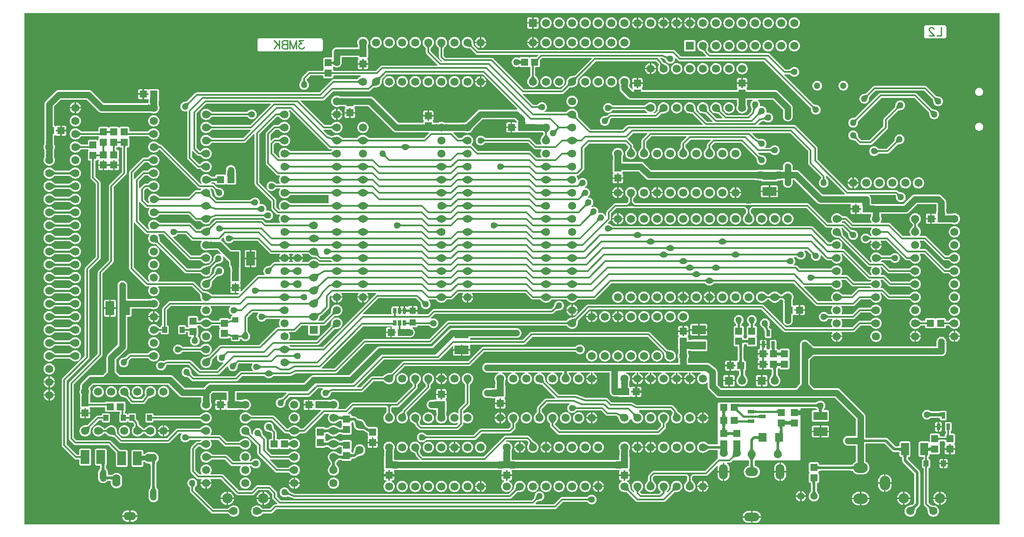
<source format=gbl>
G04 Layer: BottomLayer*
G04 EasyEDA v6.5.39, 2024-02-04 17:57:03*
G04 f6d63844dc264826aa4dc6ae726a4a04,5509f98a9368439c9cde498926e245b9,10*
G04 Gerber Generator version 0.2*
G04 Scale: 100 percent, Rotated: No, Reflected: No *
G04 Dimensions in inches *
G04 leading zeros omitted , absolute positions ,3 integer and 6 decimal *
%FSLAX36Y36*%
%MOIN*%

%AMMACRO1*21,1,$1,$2,0,0,$3*%
%ADD10C,0.0090*%
%ADD11C,0.0500*%
%ADD12C,0.0120*%
%ADD13C,0.0200*%
%ADD14C,0.0250*%
%ADD15C,0.0150*%
%ADD16C,0.0300*%
%ADD17R,0.0500X0.0500*%
%ADD18MACRO1,0.0236X0.0394X0.0000*%
%ADD19MACRO1,0.0531X0.0555X90.0000*%
%ADD20MACRO1,0.0374X0.0453X0.0000*%
%ADD21MACRO1,0.0531X0.0555X-90.0000*%
%ADD22MACRO1,0.0532X0.0555X0.0000*%
%ADD23R,0.0532X0.0555*%
%ADD24MACRO1,0.025X0.05X90.0000*%
%ADD25R,0.1063X0.0644*%
%ADD26MACRO1,0.1063X0.0644X0.0000*%
%ADD27MACRO1,0.025X0.05X0.0000*%
%ADD28MACRO1,0.0531X0.0555X0.0000*%
%ADD29MACRO1,0.1063X0.0644X90.0000*%
%ADD30MACRO1,0.0374X0.0453X90.0000*%
%ADD31MACRO1,0.068X0.0585X90.0000*%
%ADD32MACRO1,0.0935X0.0593X90.0000*%
%ADD33C,0.0620*%
%ADD34R,0.0620X0.0620*%
%ADD35C,0.0630*%
%ADD36C,0.0787*%
%ADD37C,0.0551*%
%ADD38O,0.11X0.08*%
%ADD39O,0.08X0.11*%
%ADD40O,0.05X0.095*%
%ADD41O,0.095X0.063*%
%ADD42O,0.063X0.095*%
%ADD43O,0.11810999999999999X0.066929*%
%ADD44O,0.066929X0.11810999999999999*%
%ADD45O,0.098425X0.066929*%
%ADD46R,0.0630X0.0620*%
%ADD47R,0.0620X0.0630*%
%ADD48C,0.1968*%
%ADD49C,0.0129*%

%LPD*%
G36*
X14200Y10200D02*
G01*
X12660Y10500D01*
X11379Y11379D01*
X10500Y12660D01*
X10200Y14200D01*
X10200Y3922799D01*
X10500Y3924340D01*
X11379Y3925620D01*
X12660Y3926500D01*
X14200Y3926800D01*
X7466100Y3926800D01*
X7467640Y3926500D01*
X7468920Y3925620D01*
X7469800Y3924340D01*
X7470100Y3922799D01*
X7470100Y14200D01*
X7469800Y12660D01*
X7468920Y11379D01*
X7467619Y10500D01*
X7466100Y10200D01*
G37*

%LPC*%
G36*
X5549539Y20680D02*
G01*
X5569000Y20680D01*
X5569000Y60340D01*
X5504240Y60340D01*
X5504560Y57779D01*
X5505980Y52240D01*
X5508099Y46900D01*
X5510860Y41880D01*
X5514240Y37240D01*
X5518160Y33060D01*
X5522580Y29400D01*
X5527420Y26320D01*
X5532600Y23880D01*
X5538060Y22120D01*
X5543680Y21040D01*
G37*
G36*
X5581000Y20680D02*
G01*
X5600460Y20680D01*
X5606319Y21040D01*
X5611940Y22120D01*
X5617400Y23880D01*
X5622580Y26320D01*
X5627420Y29400D01*
X5631840Y33060D01*
X5635780Y37240D01*
X5639140Y41880D01*
X5641900Y46900D01*
X5644020Y52240D01*
X5645440Y57779D01*
X5645760Y60340D01*
X5581000Y60340D01*
G37*
G36*
X822820Y28880D02*
G01*
X832680Y28880D01*
X838280Y29240D01*
X843680Y30280D01*
X848900Y31960D01*
X853860Y34300D01*
X858500Y37240D01*
X862720Y40740D01*
X866480Y44740D01*
X869700Y49180D01*
X872340Y53980D01*
X874360Y59080D01*
X875720Y64400D01*
X876000Y66580D01*
X822820Y66580D01*
G37*
G36*
X800939Y28880D02*
G01*
X810819Y28880D01*
X810819Y66580D01*
X757620Y66580D01*
X757900Y64400D01*
X759260Y59080D01*
X761280Y53980D01*
X763920Y49180D01*
X767140Y44740D01*
X770900Y40740D01*
X775120Y37240D01*
X779760Y34300D01*
X784720Y31960D01*
X789940Y30280D01*
X795340Y29240D01*
G37*
G36*
X6964980Y67120D02*
G01*
X6970560Y67660D01*
X6976000Y68900D01*
X6981260Y70840D01*
X6986220Y73440D01*
X6990820Y76640D01*
X6994960Y80399D01*
X6998600Y84660D01*
X7001640Y89360D01*
X7004080Y94400D01*
X7005839Y99700D01*
X7006900Y105200D01*
X7007260Y110780D01*
X7006900Y116380D01*
X7005839Y121880D01*
X7004080Y127180D01*
X7001640Y132220D01*
X6998600Y136920D01*
X6994960Y141180D01*
X6990820Y144940D01*
X6986220Y148140D01*
X6981260Y150740D01*
X6976000Y152680D01*
X6970560Y153920D01*
X6944520Y156860D01*
X6943220Y157220D01*
X6942140Y158000D01*
X6927780Y172360D01*
X6926900Y173660D01*
X6926600Y175200D01*
X6926600Y433840D01*
X6926799Y436900D01*
X6927220Y438459D01*
X6928220Y439700D01*
X6929620Y440480D01*
X6931720Y441100D01*
X6933840Y442239D01*
X6935680Y443740D01*
X6937200Y445600D01*
X6938320Y447700D01*
X6939020Y449980D01*
X6939260Y452560D01*
X6939260Y497440D01*
X6939020Y500020D01*
X6938320Y502299D01*
X6937200Y504400D01*
X6935680Y506260D01*
X6933840Y507760D01*
X6931720Y508900D01*
X6929620Y509520D01*
X6928220Y510300D01*
X6927220Y511540D01*
X6926799Y513100D01*
X6926600Y516160D01*
X6926600Y519980D01*
X6926900Y524480D01*
X6927220Y525800D01*
X6927960Y526920D01*
X6929680Y528100D01*
X6931520Y529620D01*
X6933040Y531460D01*
X6934160Y533560D01*
X6934860Y535860D01*
X6935100Y538420D01*
X6935100Y544660D01*
X6935380Y546140D01*
X6936180Y547400D01*
X6937400Y548280D01*
X6938840Y548660D01*
X6940320Y548480D01*
X6943760Y546620D01*
X6946040Y545920D01*
X6948620Y545680D01*
X7001380Y545680D01*
X7003960Y545920D01*
X7006240Y546620D01*
X7008339Y547740D01*
X7010180Y549260D01*
X7011700Y551100D01*
X7012820Y553220D01*
X7013520Y555500D01*
X7013780Y558060D01*
X7013780Y613180D01*
X7013520Y615760D01*
X7012820Y618040D01*
X7011720Y620120D01*
X7009779Y622420D01*
X7009080Y623620D01*
X7008840Y625000D01*
X7009080Y626380D01*
X7009779Y627580D01*
X7011720Y629880D01*
X7012820Y631960D01*
X7013520Y634240D01*
X7013780Y636820D01*
X7013780Y642039D01*
X7014059Y643520D01*
X7014860Y644780D01*
X7016060Y645660D01*
X7017500Y646040D01*
X7020119Y646200D01*
X7044880Y646200D01*
X7047500Y646040D01*
X7048940Y645660D01*
X7050140Y644780D01*
X7050940Y643520D01*
X7051220Y642039D01*
X7051220Y636820D01*
X7051480Y634240D01*
X7052180Y631960D01*
X7053280Y629880D01*
X7055220Y627580D01*
X7055920Y626380D01*
X7056160Y625000D01*
X7055920Y623620D01*
X7055220Y622420D01*
X7053280Y620120D01*
X7052180Y618040D01*
X7051480Y615760D01*
X7051220Y613180D01*
X7051220Y591620D01*
X7084000Y591620D01*
X7084000Y620420D01*
X7084299Y621940D01*
X7085180Y623240D01*
X7086460Y624120D01*
X7088000Y624420D01*
X7092000Y624420D01*
X7093540Y624120D01*
X7094820Y623240D01*
X7095700Y621940D01*
X7096000Y620420D01*
X7096000Y591620D01*
X7128780Y591620D01*
X7128780Y613180D01*
X7128520Y615760D01*
X7127820Y618040D01*
X7126720Y620120D01*
X7124779Y622420D01*
X7124080Y623620D01*
X7123840Y625000D01*
X7124080Y626380D01*
X7124779Y627580D01*
X7126720Y629880D01*
X7127820Y631960D01*
X7128520Y634240D01*
X7128780Y636820D01*
X7128780Y691940D01*
X7128520Y694500D01*
X7127820Y696780D01*
X7126700Y698900D01*
X7125180Y700740D01*
X7123339Y702260D01*
X7121240Y703379D01*
X7118960Y704080D01*
X7116380Y704320D01*
X7099760Y704320D01*
X7098280Y704599D01*
X7097020Y705400D01*
X7096140Y706620D01*
X7095760Y708060D01*
X7095599Y710699D01*
X7095599Y713379D01*
X7096000Y719400D01*
X7096440Y720960D01*
X7097460Y722220D01*
X7098520Y723080D01*
X7100019Y724920D01*
X7101160Y727039D01*
X7101840Y729320D01*
X7102100Y731880D01*
X7102100Y781500D01*
X7101840Y784060D01*
X7101160Y786360D01*
X7100019Y788460D01*
X7098520Y790300D01*
X7096660Y791820D01*
X7094560Y792940D01*
X7092279Y793640D01*
X7089700Y793900D01*
X7065100Y793900D01*
X7062519Y793640D01*
X7060240Y792940D01*
X7058140Y791820D01*
X7056280Y790300D01*
X7054779Y788460D01*
X7053640Y786360D01*
X7052960Y784060D01*
X7052700Y781500D01*
X7052700Y731880D01*
X7052960Y729320D01*
X7053640Y727039D01*
X7054779Y724920D01*
X7056280Y723080D01*
X7057340Y722220D01*
X7058360Y720960D01*
X7058800Y719380D01*
X7059200Y713180D01*
X7059200Y710360D01*
X7058880Y705580D01*
X7058560Y704260D01*
X7057820Y703139D01*
X7054820Y700740D01*
X7053300Y698900D01*
X7052180Y696780D01*
X7051480Y694500D01*
X7051220Y691940D01*
X7051220Y686760D01*
X7050940Y685280D01*
X7050140Y684020D01*
X7048940Y683139D01*
X7047500Y682760D01*
X7044900Y682600D01*
X7020100Y682600D01*
X7017500Y682760D01*
X7016060Y683139D01*
X7014860Y684020D01*
X7014059Y685280D01*
X7013780Y686760D01*
X7013780Y691940D01*
X7013520Y694500D01*
X7012820Y696780D01*
X7011700Y698900D01*
X7010180Y700740D01*
X7008339Y702260D01*
X7006240Y703379D01*
X7003960Y704080D01*
X7001380Y704320D01*
X6948620Y704320D01*
X6946040Y704080D01*
X6943760Y703379D01*
X6941660Y702260D01*
X6939820Y700740D01*
X6938300Y698900D01*
X6937180Y696780D01*
X6936480Y694500D01*
X6936220Y691940D01*
X6936220Y644980D01*
X6935940Y643500D01*
X6935140Y642240D01*
X6933940Y641360D01*
X6932480Y640980D01*
X6931000Y641160D01*
X6927560Y643020D01*
X6925280Y643720D01*
X6922700Y643980D01*
X6863800Y643980D01*
X6861220Y643720D01*
X6858940Y643020D01*
X6856840Y641900D01*
X6854980Y640380D01*
X6853480Y638540D01*
X6852340Y636440D01*
X6851660Y634140D01*
X6851400Y631580D01*
X6851400Y538420D01*
X6851660Y535860D01*
X6852340Y533560D01*
X6853480Y531460D01*
X6854980Y529620D01*
X6856840Y528100D01*
X6858940Y526980D01*
X6861220Y526280D01*
X6863800Y526020D01*
X6886040Y526020D01*
X6887519Y525740D01*
X6888780Y524940D01*
X6889660Y523740D01*
X6890040Y522299D01*
X6890200Y519660D01*
X6890200Y515940D01*
X6890000Y513120D01*
X6889580Y511560D01*
X6888579Y510319D01*
X6887180Y509540D01*
X6885000Y508900D01*
X6882900Y507760D01*
X6881060Y506260D01*
X6879539Y504400D01*
X6878420Y502299D01*
X6877720Y500020D01*
X6877460Y497440D01*
X6877460Y452560D01*
X6877720Y449980D01*
X6878420Y447700D01*
X6879539Y445600D01*
X6881060Y443740D01*
X6882900Y442239D01*
X6885000Y441100D01*
X6887180Y440460D01*
X6888579Y439680D01*
X6889580Y438440D01*
X6890000Y436880D01*
X6890200Y433800D01*
X6890220Y165300D01*
X6890700Y161840D01*
X6891760Y158660D01*
X6893400Y155720D01*
X6895660Y153000D01*
X6916380Y132280D01*
X6917160Y131180D01*
X6917540Y129900D01*
X6920019Y107540D01*
X6920700Y102440D01*
X6922120Y97020D01*
X6924220Y91840D01*
X6926960Y86960D01*
X6930320Y82480D01*
X6934200Y78440D01*
X6938579Y74960D01*
X6943380Y72060D01*
X6948480Y69800D01*
X6953860Y68200D01*
X6959380Y67300D01*
G37*
G36*
X6787820Y67120D02*
G01*
X6793380Y67660D01*
X6798840Y68900D01*
X6804100Y70840D01*
X6809059Y73440D01*
X6813660Y76640D01*
X6817800Y80399D01*
X6821420Y84660D01*
X6824480Y89360D01*
X6826900Y94400D01*
X6828680Y99700D01*
X6829740Y105200D01*
X6829900Y106740D01*
X6834620Y126780D01*
X6835019Y127800D01*
X6835680Y128680D01*
X6855640Y148640D01*
X6857000Y150140D01*
X6858180Y151660D01*
X6859220Y153300D01*
X6860119Y155020D01*
X6860860Y156800D01*
X6861440Y158660D01*
X6861860Y160539D01*
X6862120Y162460D01*
X6862200Y164480D01*
X6862200Y404920D01*
X6862120Y406940D01*
X6861860Y408860D01*
X6861440Y410740D01*
X6860860Y412600D01*
X6860119Y414380D01*
X6859220Y416100D01*
X6858180Y417740D01*
X6857000Y419260D01*
X6855640Y420760D01*
X6770160Y506240D01*
X6769240Y507660D01*
X6769000Y509320D01*
X6769860Y522299D01*
X6770240Y523740D01*
X6771120Y524940D01*
X6772380Y525740D01*
X6773860Y526020D01*
X6776200Y526020D01*
X6778780Y526280D01*
X6781060Y526980D01*
X6783160Y528100D01*
X6785019Y529620D01*
X6786520Y531460D01*
X6787660Y533560D01*
X6788339Y535860D01*
X6788600Y538420D01*
X6788600Y631580D01*
X6788339Y634140D01*
X6787660Y636440D01*
X6786520Y638540D01*
X6785019Y640380D01*
X6783160Y641900D01*
X6781060Y643020D01*
X6778780Y643720D01*
X6776200Y643980D01*
X6717300Y643980D01*
X6714720Y643720D01*
X6712440Y643020D01*
X6710320Y641900D01*
X6708480Y640380D01*
X6706960Y638540D01*
X6705839Y636440D01*
X6705140Y634140D01*
X6704900Y631580D01*
X6704900Y612160D01*
X6704620Y610680D01*
X6703819Y609420D01*
X6702600Y608540D01*
X6701160Y608160D01*
X6686559Y607200D01*
X6675860Y607200D01*
X6674320Y607500D01*
X6673020Y608380D01*
X6615760Y665639D01*
X6614260Y667000D01*
X6612740Y668180D01*
X6611100Y669220D01*
X6609380Y670120D01*
X6607600Y670860D01*
X6605740Y671440D01*
X6603860Y671860D01*
X6601940Y672120D01*
X6599920Y672200D01*
X6448700Y672200D01*
X6447160Y672500D01*
X6445880Y673379D01*
X6445000Y674659D01*
X6444700Y676200D01*
X6444700Y832400D01*
X6444500Y836380D01*
X6444360Y837500D01*
X6443620Y841380D01*
X6443339Y842480D01*
X6442080Y846200D01*
X6441640Y847260D01*
X6439900Y850800D01*
X6437100Y855040D01*
X6436400Y855920D01*
X6433740Y858880D01*
X6251380Y1041240D01*
X6248420Y1043900D01*
X6247540Y1044599D01*
X6243300Y1047400D01*
X6239760Y1049140D01*
X6238700Y1049580D01*
X6234980Y1050840D01*
X6233880Y1051120D01*
X6230000Y1051860D01*
X6228880Y1052000D01*
X6224900Y1052200D01*
X6050500Y1052200D01*
X6048880Y1052540D01*
X6047540Y1053500D01*
X6018240Y1085740D01*
X6017460Y1086980D01*
X6017200Y1088420D01*
X6017200Y1266780D01*
X6017540Y1268400D01*
X6018500Y1269740D01*
X6048240Y1296759D01*
X6049480Y1297540D01*
X6050920Y1297800D01*
X7024940Y1297800D01*
X7027540Y1297880D01*
X7030060Y1298140D01*
X7032560Y1298580D01*
X7035040Y1299180D01*
X7037460Y1299960D01*
X7039820Y1300880D01*
X7042120Y1301980D01*
X7044320Y1303220D01*
X7046460Y1304620D01*
X7048480Y1306140D01*
X7050380Y1307820D01*
X7052180Y1309620D01*
X7053860Y1311519D01*
X7055380Y1313540D01*
X7056780Y1315680D01*
X7058020Y1317880D01*
X7059120Y1320180D01*
X7060040Y1322540D01*
X7060820Y1324960D01*
X7061420Y1327440D01*
X7061860Y1329940D01*
X7062120Y1332460D01*
X7062200Y1335060D01*
X7062200Y1409860D01*
X7061840Y1415060D01*
X7060820Y1420040D01*
X7059120Y1424820D01*
X7056780Y1429319D01*
X7053840Y1433480D01*
X7050380Y1437180D01*
X7046440Y1440380D01*
X7042120Y1443020D01*
X7037460Y1445040D01*
X7032560Y1446420D01*
X7027540Y1447100D01*
X7022460Y1447100D01*
X7017440Y1446420D01*
X7012540Y1445040D01*
X7007880Y1443020D01*
X7003560Y1440380D01*
X6999620Y1437180D01*
X6996160Y1433480D01*
X6993220Y1429319D01*
X6990880Y1424820D01*
X6989180Y1420040D01*
X6988160Y1415060D01*
X6987800Y1409860D01*
X6987800Y1376200D01*
X6987500Y1374660D01*
X6986620Y1373380D01*
X6985340Y1372500D01*
X6983800Y1372200D01*
X6050920Y1372200D01*
X6049480Y1372460D01*
X6048240Y1373240D01*
X6005119Y1412440D01*
X6001460Y1415380D01*
X5997120Y1418020D01*
X5992460Y1420040D01*
X5987560Y1421420D01*
X5982540Y1422100D01*
X5977460Y1422100D01*
X5972440Y1421420D01*
X5967540Y1420040D01*
X5962880Y1418020D01*
X5958560Y1415380D01*
X5954620Y1412180D01*
X5951160Y1408480D01*
X5948220Y1404319D01*
X5945880Y1399820D01*
X5944180Y1395040D01*
X5943160Y1390060D01*
X5942800Y1384860D01*
X5942800Y1088420D01*
X5942540Y1086980D01*
X5941760Y1085740D01*
X5912460Y1053500D01*
X5911120Y1052540D01*
X5909500Y1052200D01*
X5342060Y1052200D01*
X5340540Y1052500D01*
X5339240Y1053380D01*
X5313380Y1079240D01*
X5312500Y1080540D01*
X5312200Y1082060D01*
X5312200Y1174900D01*
X5312039Y1178400D01*
X5311860Y1180020D01*
X5311240Y1183400D01*
X5310839Y1185000D01*
X5309760Y1188260D01*
X5309140Y1189780D01*
X5307619Y1192880D01*
X5306799Y1194280D01*
X5304880Y1197140D01*
X5303880Y1198440D01*
X5301600Y1201020D01*
X5300420Y1202160D01*
X5297760Y1204420D01*
X5252940Y1239280D01*
X5248620Y1242200D01*
X5244059Y1244420D01*
X5239240Y1246020D01*
X5234240Y1246960D01*
X5229880Y1247200D01*
X5091200Y1247200D01*
X5089660Y1247500D01*
X5088380Y1248380D01*
X5087500Y1249660D01*
X5087200Y1251200D01*
X5087200Y1277160D01*
X5087340Y1278180D01*
X5087720Y1279120D01*
X5088920Y1281260D01*
X5091000Y1286380D01*
X5092400Y1291740D01*
X5093100Y1297240D01*
X5093100Y1302760D01*
X5092400Y1308260D01*
X5091000Y1313620D01*
X5088920Y1318740D01*
X5088020Y1320320D01*
X5087620Y1321320D01*
X5087500Y1322380D01*
X5087800Y1336020D01*
X5088160Y1337580D01*
X5089100Y1338880D01*
X5090500Y1339720D01*
X5092100Y1339920D01*
X5107980Y1338720D01*
X5109620Y1338240D01*
X5112220Y1336819D01*
X5114480Y1336120D01*
X5117040Y1335880D01*
X5222960Y1335880D01*
X5225520Y1336120D01*
X5227820Y1336819D01*
X5229920Y1337940D01*
X5231760Y1339460D01*
X5233280Y1341300D01*
X5234400Y1343400D01*
X5235100Y1345700D01*
X5235340Y1348260D01*
X5235340Y1412240D01*
X5235100Y1414820D01*
X5234400Y1417100D01*
X5233280Y1419199D01*
X5231760Y1421060D01*
X5229920Y1422560D01*
X5227820Y1423700D01*
X5225520Y1424379D01*
X5222960Y1424640D01*
X5117040Y1424640D01*
X5114480Y1424379D01*
X5112200Y1423700D01*
X5109700Y1422340D01*
X5108100Y1421879D01*
X5093080Y1420760D01*
X5091460Y1420960D01*
X5090060Y1421819D01*
X5089100Y1423140D01*
X5088780Y1424740D01*
X5088780Y1438180D01*
X5088520Y1440760D01*
X5087820Y1443040D01*
X5086720Y1445120D01*
X5084780Y1447420D01*
X5084080Y1448620D01*
X5083840Y1450000D01*
X5084080Y1451380D01*
X5084780Y1452580D01*
X5086720Y1454880D01*
X5087820Y1456960D01*
X5088520Y1459240D01*
X5088780Y1461819D01*
X5088780Y1483380D01*
X5056000Y1483380D01*
X5056000Y1454580D01*
X5055700Y1453060D01*
X5054820Y1451759D01*
X5053540Y1450880D01*
X5052000Y1450580D01*
X5048000Y1450580D01*
X5046460Y1450880D01*
X5045180Y1451759D01*
X5044300Y1453060D01*
X5044000Y1454580D01*
X5044000Y1483380D01*
X5011220Y1483380D01*
X5011220Y1461819D01*
X5011480Y1459240D01*
X5012180Y1456960D01*
X5013280Y1454880D01*
X5015220Y1452580D01*
X5015920Y1451380D01*
X5016160Y1450000D01*
X5015920Y1448620D01*
X5015220Y1447420D01*
X5013280Y1445120D01*
X5012180Y1443040D01*
X5011480Y1440760D01*
X5011220Y1438180D01*
X5011220Y1382580D01*
X5012500Y1322460D01*
X5012400Y1321519D01*
X5012100Y1320640D01*
X5009960Y1316200D01*
X5008220Y1310960D01*
X5007160Y1305520D01*
X5006800Y1300000D01*
X5007160Y1294480D01*
X5008220Y1289040D01*
X5009960Y1283800D01*
X5012400Y1278720D01*
X5012800Y1277000D01*
X5012800Y1251200D01*
X5012500Y1249660D01*
X5011620Y1248380D01*
X5010340Y1247500D01*
X5008800Y1247200D01*
X3550059Y1247200D01*
X3547460Y1247120D01*
X3544940Y1246860D01*
X3542440Y1246420D01*
X3539960Y1245820D01*
X3537540Y1245040D01*
X3535179Y1244120D01*
X3532880Y1243020D01*
X3530680Y1241780D01*
X3528540Y1240380D01*
X3526520Y1238860D01*
X3524620Y1237180D01*
X3522820Y1235380D01*
X3521139Y1233480D01*
X3519620Y1231460D01*
X3518220Y1229320D01*
X3516980Y1227120D01*
X3515880Y1224820D01*
X3514960Y1222460D01*
X3514180Y1220040D01*
X3513580Y1217560D01*
X3513140Y1215060D01*
X3512880Y1212540D01*
X3512799Y1210000D01*
X3512880Y1207460D01*
X3513140Y1204940D01*
X3513580Y1202440D01*
X3514180Y1199960D01*
X3514960Y1197540D01*
X3515880Y1195180D01*
X3516980Y1192880D01*
X3518220Y1190680D01*
X3519620Y1188540D01*
X3521139Y1186520D01*
X3522820Y1184620D01*
X3524620Y1182820D01*
X3526520Y1181140D01*
X3528540Y1179620D01*
X3530680Y1178220D01*
X3532880Y1176980D01*
X3535179Y1175880D01*
X3537540Y1174960D01*
X3539960Y1174180D01*
X3542440Y1173580D01*
X3544940Y1173140D01*
X3547460Y1172880D01*
X3550059Y1172800D01*
X3632580Y1172800D01*
X3634100Y1172500D01*
X3635380Y1171640D01*
X3636259Y1170360D01*
X3636580Y1168860D01*
X3636300Y1167340D01*
X3635460Y1166040D01*
X3634200Y1165140D01*
X3630020Y1163300D01*
X3625280Y1160420D01*
X3620960Y1156980D01*
X3617120Y1153000D01*
X3613800Y1148560D01*
X3611080Y1143740D01*
X3609000Y1138620D01*
X3607600Y1133260D01*
X3606900Y1127760D01*
X3606900Y1122240D01*
X3607600Y1116740D01*
X3609000Y1111380D01*
X3611080Y1106260D01*
X3611980Y1104680D01*
X3612380Y1103680D01*
X3612500Y1102620D01*
X3611540Y1057780D01*
X3611240Y1056320D01*
X3610400Y1055060D01*
X3609140Y1054200D01*
X3607660Y1053880D01*
X3547460Y1052120D01*
X3544940Y1051860D01*
X3542440Y1051420D01*
X3539960Y1050820D01*
X3537540Y1050040D01*
X3535179Y1049120D01*
X3532880Y1048020D01*
X3530680Y1046780D01*
X3528540Y1045380D01*
X3526520Y1043860D01*
X3524620Y1042180D01*
X3522820Y1040380D01*
X3521139Y1038480D01*
X3519620Y1036460D01*
X3518220Y1034320D01*
X3516980Y1032120D01*
X3515880Y1029820D01*
X3514960Y1027460D01*
X3514180Y1025040D01*
X3513580Y1022560D01*
X3513140Y1020060D01*
X3512880Y1017540D01*
X3512799Y1015000D01*
X3512880Y1012460D01*
X3513140Y1009940D01*
X3513580Y1007440D01*
X3514180Y1004960D01*
X3514960Y1002540D01*
X3515880Y1000180D01*
X3516980Y997880D01*
X3518220Y995680D01*
X3519620Y993540D01*
X3521139Y991520D01*
X3522820Y989620D01*
X3524620Y987820D01*
X3526520Y986140D01*
X3528540Y984620D01*
X3530680Y983220D01*
X3532880Y981979D01*
X3535179Y980879D01*
X3537540Y979960D01*
X3539960Y979180D01*
X3542440Y978580D01*
X3544940Y978139D01*
X3547460Y977880D01*
X3609420Y975040D01*
X3610980Y974659D01*
X3612260Y973680D01*
X3613039Y972300D01*
X3613220Y970699D01*
X3612780Y969160D01*
X3612180Y968040D01*
X3611480Y965759D01*
X3611220Y963180D01*
X3611220Y941620D01*
X3644000Y941620D01*
X3644000Y970420D01*
X3644300Y971940D01*
X3645179Y973240D01*
X3646460Y974120D01*
X3648000Y974419D01*
X3652000Y974419D01*
X3653540Y974120D01*
X3654820Y973240D01*
X3655700Y971940D01*
X3656000Y970420D01*
X3656000Y941620D01*
X3688780Y941620D01*
X3688780Y963180D01*
X3688519Y965759D01*
X3687820Y968040D01*
X3686720Y970120D01*
X3684780Y972420D01*
X3684080Y973620D01*
X3683840Y975000D01*
X3684080Y976380D01*
X3684780Y977580D01*
X3686720Y979880D01*
X3687820Y981960D01*
X3688519Y984240D01*
X3688780Y986820D01*
X3688780Y1042420D01*
X3687500Y1102540D01*
X3687600Y1103480D01*
X3687900Y1104360D01*
X3690040Y1108800D01*
X3691780Y1114040D01*
X3692840Y1119480D01*
X3693200Y1125000D01*
X3692840Y1130520D01*
X3691780Y1135960D01*
X3690040Y1141200D01*
X3687640Y1146200D01*
X3684620Y1150840D01*
X3681019Y1155040D01*
X3676920Y1158760D01*
X3672400Y1161940D01*
X3667480Y1164500D01*
X3665980Y1165040D01*
X3664640Y1165880D01*
X3663720Y1167160D01*
X3663360Y1168700D01*
X3663639Y1170260D01*
X3664500Y1171600D01*
X3665820Y1172480D01*
X3667360Y1172800D01*
X3732580Y1172800D01*
X3734100Y1172500D01*
X3735380Y1171640D01*
X3736259Y1170360D01*
X3736580Y1168860D01*
X3736300Y1167340D01*
X3735460Y1166040D01*
X3734200Y1165140D01*
X3730020Y1163300D01*
X3725280Y1160420D01*
X3720960Y1156980D01*
X3717120Y1153000D01*
X3713800Y1148560D01*
X3711080Y1143740D01*
X3709000Y1138620D01*
X3707600Y1133260D01*
X3706900Y1127760D01*
X3706900Y1122240D01*
X3707600Y1116740D01*
X3709000Y1111380D01*
X3711080Y1106260D01*
X3713800Y1101440D01*
X3717120Y1097000D01*
X3720960Y1093020D01*
X3725280Y1089580D01*
X3730020Y1086700D01*
X3735080Y1084460D01*
X3740380Y1082900D01*
X3745860Y1082000D01*
X3751380Y1081840D01*
X3756900Y1082360D01*
X3762280Y1083600D01*
X3767480Y1085500D01*
X3772400Y1088060D01*
X3776920Y1091240D01*
X3781019Y1094960D01*
X3784620Y1099160D01*
X3787640Y1103800D01*
X3790040Y1108800D01*
X3791780Y1114040D01*
X3792840Y1119480D01*
X3793200Y1125000D01*
X3792840Y1130520D01*
X3791780Y1135960D01*
X3790040Y1141200D01*
X3787640Y1146200D01*
X3784620Y1150840D01*
X3781019Y1155040D01*
X3776920Y1158760D01*
X3772400Y1161940D01*
X3767480Y1164500D01*
X3765980Y1165040D01*
X3764640Y1165880D01*
X3763720Y1167160D01*
X3763360Y1168700D01*
X3763639Y1170260D01*
X3764500Y1171600D01*
X3765820Y1172480D01*
X3767360Y1172800D01*
X3832580Y1172800D01*
X3834100Y1172500D01*
X3835380Y1171640D01*
X3836259Y1170360D01*
X3836580Y1168860D01*
X3836300Y1167340D01*
X3835460Y1166040D01*
X3834200Y1165140D01*
X3830020Y1163300D01*
X3825280Y1160420D01*
X3820960Y1156980D01*
X3817120Y1153000D01*
X3813800Y1148560D01*
X3811080Y1143740D01*
X3809000Y1138620D01*
X3807600Y1133260D01*
X3806900Y1127760D01*
X3806900Y1122240D01*
X3807600Y1116740D01*
X3809000Y1111380D01*
X3811080Y1106260D01*
X3813800Y1101440D01*
X3817120Y1097000D01*
X3820960Y1093020D01*
X3825280Y1089580D01*
X3830020Y1086700D01*
X3835080Y1084460D01*
X3840380Y1082900D01*
X3845860Y1082000D01*
X3851380Y1081840D01*
X3856900Y1082360D01*
X3862280Y1083600D01*
X3867480Y1085500D01*
X3872400Y1088060D01*
X3876920Y1091240D01*
X3881019Y1094960D01*
X3884620Y1099160D01*
X3887640Y1103800D01*
X3890040Y1108800D01*
X3891780Y1114040D01*
X3892840Y1119480D01*
X3893200Y1125000D01*
X3892840Y1130520D01*
X3891780Y1135960D01*
X3890040Y1141200D01*
X3887640Y1146200D01*
X3884620Y1150840D01*
X3881019Y1155040D01*
X3876920Y1158760D01*
X3872400Y1161940D01*
X3867480Y1164500D01*
X3865980Y1165040D01*
X3864640Y1165880D01*
X3863720Y1167160D01*
X3863360Y1168700D01*
X3863639Y1170260D01*
X3864500Y1171600D01*
X3865820Y1172480D01*
X3867360Y1172800D01*
X3932580Y1172800D01*
X3934100Y1172500D01*
X3935380Y1171640D01*
X3936259Y1170360D01*
X3936580Y1168860D01*
X3936300Y1167340D01*
X3935460Y1166040D01*
X3934200Y1165140D01*
X3930020Y1163300D01*
X3925280Y1160420D01*
X3920960Y1156980D01*
X3917120Y1153000D01*
X3913800Y1148560D01*
X3911080Y1143740D01*
X3909000Y1138620D01*
X3907600Y1133260D01*
X3906900Y1127760D01*
X3906900Y1122240D01*
X3907600Y1116740D01*
X3909000Y1111380D01*
X3911080Y1106260D01*
X3913800Y1101440D01*
X3917120Y1097000D01*
X3920960Y1093020D01*
X3925280Y1089580D01*
X3930020Y1086700D01*
X3935080Y1084460D01*
X3940380Y1082900D01*
X3945920Y1082000D01*
X3968600Y1079440D01*
X3969880Y1079060D01*
X3970980Y1078280D01*
X4069240Y980020D01*
X4070100Y978740D01*
X4070400Y977200D01*
X4070100Y975660D01*
X4069240Y974380D01*
X4067940Y973500D01*
X4066400Y973199D01*
X4004300Y973180D01*
X4000840Y972700D01*
X3997660Y971640D01*
X3994720Y970000D01*
X3992000Y967740D01*
X3936640Y912360D01*
X3934540Y909580D01*
X3933039Y906560D01*
X3932120Y903340D01*
X3931800Y899820D01*
X3931800Y872860D01*
X3931580Y871540D01*
X3930940Y870360D01*
X3917320Y853259D01*
X3913800Y848560D01*
X3911080Y843740D01*
X3909000Y838620D01*
X3907600Y833259D01*
X3906900Y827760D01*
X3906900Y822240D01*
X3907600Y816740D01*
X3909000Y811380D01*
X3911080Y806260D01*
X3913800Y801440D01*
X3917120Y797000D01*
X3920960Y793020D01*
X3925280Y789580D01*
X3930020Y786700D01*
X3935080Y784460D01*
X3940380Y782900D01*
X3945860Y782000D01*
X3951380Y781840D01*
X3956900Y782360D01*
X3962280Y783600D01*
X3967480Y785500D01*
X3972400Y788060D01*
X3976920Y791240D01*
X3981019Y794960D01*
X3984620Y799160D01*
X3987640Y803800D01*
X3990040Y808800D01*
X3991780Y814040D01*
X3992840Y819479D01*
X3993200Y825000D01*
X3992840Y830520D01*
X3991780Y835960D01*
X3990040Y841200D01*
X3987640Y846200D01*
X3984580Y850879D01*
X3969060Y870360D01*
X3968420Y871540D01*
X3968200Y872860D01*
X3968200Y890800D01*
X3968500Y892340D01*
X3969380Y893640D01*
X4011360Y935620D01*
X4012660Y936500D01*
X4014200Y936800D01*
X4175179Y936800D01*
X4176780Y936460D01*
X4178100Y935540D01*
X4178960Y934140D01*
X4179180Y932520D01*
X4178740Y930960D01*
X4177700Y929700D01*
X4174620Y927180D01*
X4171160Y923480D01*
X4168220Y919320D01*
X4165880Y914820D01*
X4164180Y910040D01*
X4163159Y905060D01*
X4162799Y900000D01*
X4163159Y894940D01*
X4164180Y889960D01*
X4165880Y885180D01*
X4168220Y880680D01*
X4171160Y876520D01*
X4174620Y872820D01*
X4178560Y869620D01*
X4182880Y866979D01*
X4187540Y864960D01*
X4192440Y863580D01*
X4197460Y862900D01*
X4202540Y862900D01*
X4207560Y863580D01*
X4212460Y864960D01*
X4217120Y866979D01*
X4221480Y869640D01*
X4223720Y871380D01*
X4236960Y881040D01*
X4238080Y881600D01*
X4239320Y881800D01*
X4420800Y881800D01*
X4422340Y881500D01*
X4423640Y880620D01*
X4457640Y846640D01*
X4460420Y844539D01*
X4463440Y843040D01*
X4466660Y842120D01*
X4470180Y841800D01*
X4534000Y841800D01*
X4535040Y841660D01*
X4536020Y841260D01*
X4549500Y833400D01*
X4550520Y832540D01*
X4551200Y831380D01*
X4559440Y810160D01*
X4561700Y805020D01*
X4564580Y800280D01*
X4568020Y795960D01*
X4572000Y792120D01*
X4576440Y788800D01*
X4581260Y786080D01*
X4586380Y784000D01*
X4591740Y782600D01*
X4597240Y781900D01*
X4602760Y781900D01*
X4608260Y782600D01*
X4613620Y784000D01*
X4618740Y786080D01*
X4623560Y788800D01*
X4628000Y792120D01*
X4631980Y795960D01*
X4635420Y800280D01*
X4638300Y805020D01*
X4640660Y810420D01*
X4641540Y811660D01*
X4642820Y812500D01*
X4644320Y812800D01*
X4655680Y812800D01*
X4657180Y812500D01*
X4658460Y811660D01*
X4659340Y810420D01*
X4661700Y805020D01*
X4664580Y800280D01*
X4668020Y795960D01*
X4672000Y792120D01*
X4676440Y788800D01*
X4681260Y786080D01*
X4686400Y784000D01*
X4691740Y782600D01*
X4697240Y781900D01*
X4702760Y781900D01*
X4708260Y782600D01*
X4713620Y784000D01*
X4718740Y786080D01*
X4723560Y788800D01*
X4728000Y792120D01*
X4731980Y795960D01*
X4735420Y800280D01*
X4738300Y805020D01*
X4740540Y810080D01*
X4742100Y815380D01*
X4743000Y820860D01*
X4743180Y826380D01*
X4742640Y831900D01*
X4741400Y837280D01*
X4739500Y842480D01*
X4736940Y847400D01*
X4733760Y851919D01*
X4730040Y856020D01*
X4725840Y859620D01*
X4721200Y862640D01*
X4716200Y865040D01*
X4714940Y865460D01*
X4713520Y866300D01*
X4712540Y867640D01*
X4712200Y869260D01*
X4712200Y882800D01*
X4712500Y884340D01*
X4713380Y885620D01*
X4714660Y886500D01*
X4716200Y886800D01*
X4950800Y886800D01*
X4952340Y886500D01*
X4953640Y885620D01*
X4967960Y871300D01*
X4968600Y870480D01*
X4969000Y869520D01*
X4969840Y866380D01*
X4969980Y865060D01*
X4969660Y863760D01*
X4960540Y842560D01*
X4958600Y837280D01*
X4957360Y831900D01*
X4956840Y826380D01*
X4957000Y820860D01*
X4957900Y815380D01*
X4959460Y810080D01*
X4961700Y805020D01*
X4964580Y800280D01*
X4968020Y795960D01*
X4972000Y792120D01*
X4976440Y788800D01*
X4981260Y786080D01*
X4986400Y784000D01*
X4991740Y782600D01*
X4997240Y781900D01*
X5002760Y781900D01*
X5008260Y782600D01*
X5013620Y784000D01*
X5018740Y786080D01*
X5023560Y788800D01*
X5028000Y792120D01*
X5031980Y795960D01*
X5035420Y800280D01*
X5038300Y805020D01*
X5040540Y810080D01*
X5042100Y815380D01*
X5043000Y820860D01*
X5043180Y826380D01*
X5042640Y831900D01*
X5041400Y837280D01*
X5039500Y842480D01*
X5036940Y847400D01*
X5033760Y851919D01*
X5030040Y856020D01*
X5025780Y859659D01*
X5006460Y873780D01*
X5005520Y874740D01*
X5004960Y875960D01*
X5002600Y884620D01*
X5001360Y887920D01*
X4999620Y890819D01*
X4997760Y892980D01*
X4972360Y918360D01*
X4969580Y920460D01*
X4966560Y921960D01*
X4963340Y922880D01*
X4959820Y923199D01*
X4695240Y923199D01*
X4693460Y923620D01*
X4658220Y941240D01*
X4656580Y941960D01*
X4655020Y942500D01*
X4653340Y942880D01*
X4651720Y943120D01*
X4649900Y943199D01*
X4504200Y943199D01*
X4502660Y943500D01*
X4501360Y944380D01*
X4472360Y973360D01*
X4469580Y975460D01*
X4466560Y976960D01*
X4463340Y977880D01*
X4459820Y978199D01*
X4303600Y978199D01*
X4302340Y978400D01*
X4230940Y1002200D01*
X4227440Y1003020D01*
X4224860Y1003199D01*
X4099200Y1003199D01*
X4097660Y1003500D01*
X4096360Y1004380D01*
X3996720Y1104020D01*
X3995940Y1105120D01*
X3995560Y1106400D01*
X3992860Y1130460D01*
X3991780Y1135960D01*
X3990040Y1141200D01*
X3987640Y1146200D01*
X3984620Y1150840D01*
X3981019Y1155040D01*
X3976920Y1158760D01*
X3972400Y1161940D01*
X3967480Y1164500D01*
X3965980Y1165040D01*
X3964640Y1165880D01*
X3963720Y1167160D01*
X3963360Y1168700D01*
X3963639Y1170260D01*
X3964500Y1171600D01*
X3965820Y1172480D01*
X3967360Y1172800D01*
X4032580Y1172800D01*
X4034100Y1172500D01*
X4035380Y1171640D01*
X4036259Y1170360D01*
X4036580Y1168860D01*
X4036300Y1167340D01*
X4035460Y1166040D01*
X4034200Y1165140D01*
X4030020Y1163300D01*
X4025280Y1160420D01*
X4020960Y1156980D01*
X4017120Y1153000D01*
X4013800Y1148560D01*
X4011080Y1143740D01*
X4009000Y1138620D01*
X4007600Y1133260D01*
X4006900Y1127760D01*
X4006900Y1122240D01*
X4007600Y1116740D01*
X4009000Y1111380D01*
X4011080Y1106260D01*
X4013800Y1101440D01*
X4017120Y1097000D01*
X4020960Y1093020D01*
X4025280Y1089580D01*
X4030020Y1086700D01*
X4035080Y1084460D01*
X4040380Y1082900D01*
X4045860Y1082000D01*
X4051380Y1081840D01*
X4056900Y1082360D01*
X4062280Y1083600D01*
X4067480Y1085500D01*
X4072400Y1088060D01*
X4076920Y1091240D01*
X4081019Y1094960D01*
X4084620Y1099160D01*
X4087640Y1103800D01*
X4090040Y1108800D01*
X4091780Y1114040D01*
X4092840Y1119480D01*
X4093200Y1125000D01*
X4092840Y1130520D01*
X4091780Y1135960D01*
X4090040Y1141200D01*
X4087640Y1146200D01*
X4084620Y1150840D01*
X4081019Y1155040D01*
X4076920Y1158760D01*
X4072400Y1161940D01*
X4067480Y1164500D01*
X4065980Y1165040D01*
X4064640Y1165880D01*
X4063720Y1167160D01*
X4063360Y1168700D01*
X4063639Y1170260D01*
X4064500Y1171600D01*
X4065820Y1172480D01*
X4067360Y1172800D01*
X4122000Y1172800D01*
X4123639Y1172440D01*
X4125000Y1171440D01*
X4125820Y1169980D01*
X4125960Y1168300D01*
X4125400Y1166720D01*
X4116760Y1152560D01*
X4113800Y1148560D01*
X4111080Y1143740D01*
X4109000Y1138620D01*
X4107600Y1133260D01*
X4106900Y1127760D01*
X4106900Y1122240D01*
X4107600Y1116740D01*
X4109000Y1111380D01*
X4111080Y1106260D01*
X4113800Y1101440D01*
X4117120Y1097000D01*
X4120960Y1093020D01*
X4125280Y1089580D01*
X4130020Y1086700D01*
X4135080Y1084460D01*
X4140380Y1082900D01*
X4145860Y1082000D01*
X4151380Y1081840D01*
X4156900Y1082360D01*
X4162280Y1083600D01*
X4167480Y1085500D01*
X4172400Y1088060D01*
X4176920Y1091240D01*
X4181019Y1094960D01*
X4184620Y1099160D01*
X4187640Y1103800D01*
X4190040Y1108800D01*
X4191780Y1114040D01*
X4192840Y1119480D01*
X4193200Y1125000D01*
X4192840Y1130520D01*
X4191780Y1135960D01*
X4190040Y1141200D01*
X4187640Y1146200D01*
X4184620Y1150840D01*
X4183300Y1152440D01*
X4174600Y1166720D01*
X4174040Y1168300D01*
X4174180Y1169980D01*
X4175000Y1171440D01*
X4176360Y1172440D01*
X4178000Y1172800D01*
X4232580Y1172800D01*
X4234100Y1172500D01*
X4235380Y1171640D01*
X4236260Y1170360D01*
X4236580Y1168860D01*
X4236300Y1167340D01*
X4235460Y1166040D01*
X4234200Y1165140D01*
X4230020Y1163300D01*
X4225280Y1160420D01*
X4220960Y1156980D01*
X4217120Y1153000D01*
X4213800Y1148560D01*
X4211080Y1143740D01*
X4209000Y1138620D01*
X4207600Y1133260D01*
X4206900Y1127760D01*
X4206900Y1122240D01*
X4207600Y1116740D01*
X4209000Y1111380D01*
X4211080Y1106260D01*
X4213800Y1101440D01*
X4217120Y1097000D01*
X4220960Y1093020D01*
X4225280Y1089580D01*
X4230020Y1086700D01*
X4235080Y1084460D01*
X4240380Y1082900D01*
X4245860Y1082000D01*
X4251380Y1081840D01*
X4256900Y1082360D01*
X4262280Y1083600D01*
X4267480Y1085500D01*
X4272400Y1088060D01*
X4276920Y1091240D01*
X4281020Y1094960D01*
X4284620Y1099160D01*
X4287640Y1103800D01*
X4290040Y1108800D01*
X4291780Y1114040D01*
X4292840Y1119480D01*
X4293200Y1125000D01*
X4292840Y1130520D01*
X4291780Y1135960D01*
X4290040Y1141200D01*
X4287640Y1146200D01*
X4284620Y1150840D01*
X4281020Y1155040D01*
X4276920Y1158760D01*
X4272400Y1161940D01*
X4267480Y1164500D01*
X4265980Y1165040D01*
X4264640Y1165880D01*
X4263720Y1167160D01*
X4263360Y1168700D01*
X4263640Y1170260D01*
X4264500Y1171600D01*
X4265820Y1172480D01*
X4267360Y1172800D01*
X4332580Y1172800D01*
X4334100Y1172500D01*
X4335380Y1171640D01*
X4336260Y1170360D01*
X4336580Y1168860D01*
X4336300Y1167340D01*
X4335460Y1166040D01*
X4334200Y1165140D01*
X4330020Y1163300D01*
X4325280Y1160420D01*
X4320960Y1156980D01*
X4317120Y1153000D01*
X4313800Y1148560D01*
X4311080Y1143740D01*
X4309000Y1138620D01*
X4307600Y1133260D01*
X4307320Y1131000D01*
X4344000Y1131000D01*
X4344000Y1168800D01*
X4344300Y1170340D01*
X4345180Y1171620D01*
X4346460Y1172500D01*
X4348000Y1172800D01*
X4352000Y1172800D01*
X4353540Y1172500D01*
X4354820Y1171620D01*
X4355700Y1170340D01*
X4356000Y1168800D01*
X4356000Y1131000D01*
X4392740Y1131000D01*
X4391780Y1135960D01*
X4390040Y1141200D01*
X4387640Y1146200D01*
X4384620Y1150840D01*
X4381020Y1155040D01*
X4376920Y1158760D01*
X4372400Y1161940D01*
X4367480Y1164500D01*
X4365980Y1165040D01*
X4364640Y1165880D01*
X4363720Y1167160D01*
X4363360Y1168700D01*
X4363640Y1170260D01*
X4364500Y1171600D01*
X4365820Y1172480D01*
X4367360Y1172800D01*
X4483800Y1172800D01*
X4485340Y1172500D01*
X4486620Y1171620D01*
X4487500Y1170340D01*
X4487800Y1168800D01*
X4487800Y1025060D01*
X4487880Y1022460D01*
X4488140Y1019940D01*
X4488580Y1017440D01*
X4489180Y1014960D01*
X4489960Y1012540D01*
X4490880Y1010180D01*
X4491980Y1007880D01*
X4493220Y1005680D01*
X4494620Y1003540D01*
X4496140Y1001520D01*
X4497820Y999620D01*
X4499620Y997820D01*
X4501520Y996140D01*
X4503540Y994620D01*
X4505680Y993220D01*
X4507880Y991979D01*
X4510180Y990879D01*
X4512540Y989960D01*
X4514960Y989180D01*
X4517440Y988580D01*
X4519940Y988139D01*
X4522460Y987880D01*
X4582520Y986240D01*
X4638180Y986220D01*
X4640760Y986480D01*
X4643040Y987180D01*
X4645120Y988280D01*
X4647420Y990220D01*
X4648620Y990920D01*
X4650000Y991160D01*
X4651380Y990920D01*
X4652580Y990220D01*
X4654880Y988280D01*
X4656960Y987180D01*
X4659240Y986480D01*
X4661820Y986220D01*
X4683380Y986220D01*
X4683380Y1015120D01*
X4682460Y1015300D01*
X4681180Y1016180D01*
X4680300Y1017460D01*
X4680000Y1019000D01*
X4654580Y1019000D01*
X4653060Y1019300D01*
X4651760Y1020180D01*
X4650880Y1021460D01*
X4650580Y1023000D01*
X4650580Y1027000D01*
X4650880Y1028540D01*
X4651760Y1029820D01*
X4653060Y1030699D01*
X4654580Y1031000D01*
X4680000Y1031000D01*
X4680000Y1063780D01*
X4661820Y1063780D01*
X4659240Y1063520D01*
X4656960Y1062820D01*
X4654880Y1061720D01*
X4652580Y1059780D01*
X4651380Y1059080D01*
X4650000Y1058840D01*
X4648620Y1059080D01*
X4647420Y1059780D01*
X4645120Y1061720D01*
X4643040Y1062820D01*
X4639360Y1063940D01*
X4638220Y1064820D01*
X4637460Y1066060D01*
X4637200Y1067500D01*
X4637200Y1102100D01*
X4637340Y1103180D01*
X4638300Y1105020D01*
X4640540Y1110080D01*
X4642100Y1115380D01*
X4643000Y1120860D01*
X4643180Y1126380D01*
X4642640Y1131900D01*
X4641400Y1137280D01*
X4639500Y1142480D01*
X4636940Y1147400D01*
X4633760Y1151920D01*
X4630040Y1156020D01*
X4625840Y1159620D01*
X4621200Y1162640D01*
X4615840Y1165200D01*
X4614620Y1166100D01*
X4613820Y1167400D01*
X4613560Y1168920D01*
X4613900Y1170420D01*
X4614780Y1171680D01*
X4616060Y1172500D01*
X4617560Y1172800D01*
X4682440Y1172800D01*
X4683940Y1172500D01*
X4685220Y1171680D01*
X4686100Y1170420D01*
X4686440Y1168920D01*
X4686180Y1167400D01*
X4685400Y1166100D01*
X4684160Y1165200D01*
X4678800Y1162640D01*
X4674160Y1159620D01*
X4669960Y1156020D01*
X4666240Y1151920D01*
X4663060Y1147400D01*
X4660500Y1142480D01*
X4658600Y1137280D01*
X4657360Y1131900D01*
X4657280Y1131000D01*
X4694000Y1131000D01*
X4694000Y1168800D01*
X4694300Y1170340D01*
X4695180Y1171620D01*
X4696480Y1172500D01*
X4698000Y1172800D01*
X4702000Y1172800D01*
X4703540Y1172500D01*
X4704820Y1171620D01*
X4705700Y1170340D01*
X4706000Y1168800D01*
X4706000Y1131000D01*
X4742720Y1131000D01*
X4742640Y1131900D01*
X4741400Y1137280D01*
X4739500Y1142480D01*
X4736940Y1147400D01*
X4733760Y1151920D01*
X4730040Y1156020D01*
X4725840Y1159620D01*
X4721200Y1162640D01*
X4715840Y1165200D01*
X4714620Y1166100D01*
X4713820Y1167400D01*
X4713560Y1168920D01*
X4713900Y1170420D01*
X4714780Y1171680D01*
X4716060Y1172500D01*
X4717560Y1172800D01*
X4782440Y1172800D01*
X4783940Y1172500D01*
X4785220Y1171680D01*
X4786100Y1170420D01*
X4786440Y1168920D01*
X4786180Y1167400D01*
X4785400Y1166100D01*
X4784160Y1165200D01*
X4778800Y1162640D01*
X4774160Y1159620D01*
X4769960Y1156020D01*
X4766240Y1151920D01*
X4763060Y1147400D01*
X4760500Y1142480D01*
X4758600Y1137280D01*
X4757360Y1131900D01*
X4757280Y1131000D01*
X4794000Y1131000D01*
X4794000Y1168800D01*
X4794300Y1170340D01*
X4795180Y1171620D01*
X4796480Y1172500D01*
X4798000Y1172800D01*
X4802000Y1172800D01*
X4803540Y1172500D01*
X4804820Y1171620D01*
X4805700Y1170340D01*
X4806000Y1168800D01*
X4806000Y1131000D01*
X4842720Y1131000D01*
X4842640Y1131900D01*
X4841400Y1137280D01*
X4839500Y1142480D01*
X4836940Y1147400D01*
X4833760Y1151920D01*
X4830040Y1156020D01*
X4825840Y1159620D01*
X4821200Y1162640D01*
X4815840Y1165200D01*
X4814620Y1166100D01*
X4813820Y1167400D01*
X4813560Y1168920D01*
X4813900Y1170420D01*
X4814780Y1171680D01*
X4816060Y1172500D01*
X4817560Y1172800D01*
X4882440Y1172800D01*
X4883940Y1172500D01*
X4885220Y1171680D01*
X4886100Y1170420D01*
X4886440Y1168920D01*
X4886180Y1167400D01*
X4885400Y1166100D01*
X4884160Y1165200D01*
X4878800Y1162640D01*
X4874160Y1159620D01*
X4869960Y1156020D01*
X4866240Y1151920D01*
X4863060Y1147400D01*
X4860500Y1142480D01*
X4858600Y1137280D01*
X4857360Y1131900D01*
X4856840Y1126380D01*
X4857000Y1120860D01*
X4857900Y1115380D01*
X4859460Y1110080D01*
X4861700Y1105020D01*
X4864580Y1100280D01*
X4868020Y1095960D01*
X4872000Y1092120D01*
X4876440Y1088800D01*
X4881260Y1086080D01*
X4886400Y1084000D01*
X4891740Y1082600D01*
X4897240Y1081900D01*
X4902760Y1081900D01*
X4908260Y1082600D01*
X4913620Y1084000D01*
X4918740Y1086080D01*
X4923560Y1088800D01*
X4928000Y1092120D01*
X4931980Y1095960D01*
X4935420Y1100280D01*
X4938300Y1105020D01*
X4940540Y1110080D01*
X4942100Y1115380D01*
X4943000Y1120860D01*
X4943180Y1126380D01*
X4942640Y1131900D01*
X4941400Y1137280D01*
X4939500Y1142480D01*
X4936940Y1147400D01*
X4933760Y1151920D01*
X4930040Y1156020D01*
X4925840Y1159620D01*
X4921200Y1162640D01*
X4915840Y1165200D01*
X4914620Y1166100D01*
X4913820Y1167400D01*
X4913560Y1168920D01*
X4913900Y1170420D01*
X4914780Y1171680D01*
X4916060Y1172500D01*
X4917560Y1172800D01*
X4982440Y1172800D01*
X4983940Y1172500D01*
X4985220Y1171680D01*
X4986100Y1170420D01*
X4986440Y1168920D01*
X4986180Y1167400D01*
X4985400Y1166100D01*
X4984160Y1165200D01*
X4978800Y1162640D01*
X4974160Y1159620D01*
X4969960Y1156020D01*
X4966240Y1151920D01*
X4963060Y1147400D01*
X4960500Y1142480D01*
X4958600Y1137280D01*
X4957360Y1131900D01*
X4957280Y1131000D01*
X4994000Y1131000D01*
X4994000Y1168800D01*
X4994300Y1170340D01*
X4995180Y1171620D01*
X4996480Y1172500D01*
X4998000Y1172800D01*
X5002000Y1172800D01*
X5003540Y1172500D01*
X5004820Y1171620D01*
X5005700Y1170340D01*
X5006000Y1168800D01*
X5006000Y1131000D01*
X5042720Y1131000D01*
X5042640Y1131900D01*
X5041400Y1137280D01*
X5039500Y1142480D01*
X5036940Y1147400D01*
X5033760Y1151920D01*
X5030040Y1156020D01*
X5025840Y1159620D01*
X5021200Y1162640D01*
X5015840Y1165200D01*
X5014620Y1166100D01*
X5013820Y1167400D01*
X5013560Y1168920D01*
X5013900Y1170420D01*
X5014780Y1171680D01*
X5016060Y1172500D01*
X5017560Y1172800D01*
X5082440Y1172800D01*
X5083940Y1172500D01*
X5085220Y1171680D01*
X5086100Y1170420D01*
X5086440Y1168920D01*
X5086180Y1167400D01*
X5085400Y1166100D01*
X5084160Y1165200D01*
X5078800Y1162640D01*
X5074160Y1159620D01*
X5069960Y1156020D01*
X5066240Y1151920D01*
X5063060Y1147400D01*
X5060500Y1142480D01*
X5058600Y1137280D01*
X5057360Y1131900D01*
X5057280Y1131000D01*
X5094000Y1131000D01*
X5094000Y1168800D01*
X5094300Y1170340D01*
X5095180Y1171620D01*
X5096480Y1172500D01*
X5098000Y1172800D01*
X5102000Y1172800D01*
X5103540Y1172500D01*
X5104820Y1171620D01*
X5105700Y1170340D01*
X5106000Y1168800D01*
X5106000Y1131000D01*
X5142720Y1131000D01*
X5142640Y1131900D01*
X5141400Y1137280D01*
X5139500Y1142480D01*
X5136940Y1147400D01*
X5133760Y1151920D01*
X5130040Y1156020D01*
X5125839Y1159620D01*
X5121200Y1162640D01*
X5115840Y1165200D01*
X5114620Y1166100D01*
X5113820Y1167400D01*
X5113560Y1168920D01*
X5113900Y1170420D01*
X5114780Y1171680D01*
X5116060Y1172500D01*
X5117560Y1172800D01*
X5182440Y1172800D01*
X5183940Y1172500D01*
X5185220Y1171680D01*
X5186100Y1170420D01*
X5186440Y1168920D01*
X5186180Y1167400D01*
X5185400Y1166100D01*
X5184160Y1165200D01*
X5178800Y1162640D01*
X5174160Y1159620D01*
X5169960Y1156020D01*
X5166240Y1151920D01*
X5163060Y1147400D01*
X5160500Y1142480D01*
X5158600Y1137280D01*
X5157360Y1131900D01*
X5156840Y1126380D01*
X5157000Y1120860D01*
X5157900Y1115380D01*
X5159460Y1110080D01*
X5161700Y1105020D01*
X5164580Y1100280D01*
X5168020Y1095960D01*
X5172000Y1092120D01*
X5176440Y1088800D01*
X5181260Y1086080D01*
X5186400Y1084000D01*
X5191740Y1082600D01*
X5197240Y1081900D01*
X5202760Y1081900D01*
X5208260Y1082600D01*
X5213620Y1084000D01*
X5218740Y1086080D01*
X5223560Y1088800D01*
X5228000Y1092120D01*
X5231020Y1095040D01*
X5232320Y1095880D01*
X5233840Y1096160D01*
X5235359Y1095840D01*
X5236640Y1094980D01*
X5237500Y1093680D01*
X5237800Y1092160D01*
X5237800Y1065100D01*
X5238000Y1061120D01*
X5238140Y1060000D01*
X5238880Y1056120D01*
X5239160Y1055020D01*
X5240420Y1051300D01*
X5240860Y1050240D01*
X5242600Y1046700D01*
X5245400Y1042460D01*
X5246100Y1041580D01*
X5248760Y1038620D01*
X5298620Y988760D01*
X5301580Y986100D01*
X5302460Y985400D01*
X5306700Y982600D01*
X5310240Y980860D01*
X5311300Y980420D01*
X5315019Y979160D01*
X5316120Y978880D01*
X5320000Y978139D01*
X5321120Y978000D01*
X5325100Y977800D01*
X6207940Y977800D01*
X6209460Y977500D01*
X6210760Y976620D01*
X6369120Y818259D01*
X6370000Y816960D01*
X6370300Y815440D01*
X6370300Y691200D01*
X6370000Y689659D01*
X6369120Y688379D01*
X6367840Y687500D01*
X6366300Y687200D01*
X6310060Y687200D01*
X6307460Y687120D01*
X6304940Y686860D01*
X6302440Y686420D01*
X6299960Y685819D01*
X6297540Y685040D01*
X6295180Y684120D01*
X6292880Y683020D01*
X6290680Y681780D01*
X6288540Y680380D01*
X6286520Y678860D01*
X6284620Y677180D01*
X6282820Y675380D01*
X6281140Y673480D01*
X6279620Y671460D01*
X6278220Y669320D01*
X6276980Y667120D01*
X6275880Y664820D01*
X6274960Y662460D01*
X6274180Y660040D01*
X6273579Y657560D01*
X6273140Y655060D01*
X6272880Y652540D01*
X6272800Y650000D01*
X6272880Y647460D01*
X6273140Y644940D01*
X6273579Y642440D01*
X6274180Y639960D01*
X6274960Y637540D01*
X6275880Y635180D01*
X6276980Y632880D01*
X6278220Y630680D01*
X6279620Y628540D01*
X6281140Y626520D01*
X6282820Y624620D01*
X6284620Y622820D01*
X6286520Y621140D01*
X6288540Y619620D01*
X6290680Y618220D01*
X6292880Y616980D01*
X6295180Y615880D01*
X6297540Y614960D01*
X6299960Y614180D01*
X6302440Y613580D01*
X6304940Y613140D01*
X6307460Y612880D01*
X6310060Y612800D01*
X6366300Y612800D01*
X6367840Y612500D01*
X6369120Y611620D01*
X6370000Y610340D01*
X6370300Y608800D01*
X6370300Y492780D01*
X6370060Y491420D01*
X6369360Y490200D01*
X6368300Y489320D01*
X6363800Y486719D01*
X6358940Y483100D01*
X6354520Y478920D01*
X6350620Y474280D01*
X6346260Y467720D01*
X6345119Y466960D01*
X6343780Y466620D01*
X6323780Y465300D01*
X6107120Y465300D01*
X6092500Y466260D01*
X6091060Y466640D01*
X6089860Y467520D01*
X6089059Y468780D01*
X6088780Y470260D01*
X6088780Y471940D01*
X6088520Y474500D01*
X6087820Y476780D01*
X6086700Y478900D01*
X6085180Y480740D01*
X6083339Y482260D01*
X6081240Y483380D01*
X6078960Y484080D01*
X6076380Y484320D01*
X6023620Y484320D01*
X6021040Y484080D01*
X6018760Y483380D01*
X6016660Y482260D01*
X6014820Y480740D01*
X6013300Y478900D01*
X6012180Y476780D01*
X6011480Y474500D01*
X6011220Y471940D01*
X6011220Y416820D01*
X6011480Y414240D01*
X6012180Y411960D01*
X6013280Y409880D01*
X6015220Y407580D01*
X6015920Y406380D01*
X6016160Y405000D01*
X6015920Y403620D01*
X6015220Y402420D01*
X6013280Y400120D01*
X6012180Y398040D01*
X6011480Y395760D01*
X6011220Y393180D01*
X6011220Y338060D01*
X6011480Y335500D01*
X6012180Y333220D01*
X6013300Y331100D01*
X6014820Y329260D01*
X6016660Y327740D01*
X6018760Y326620D01*
X6021020Y325940D01*
X6023180Y325740D01*
X6024539Y325379D01*
X6025700Y324560D01*
X6026480Y323400D01*
X6026820Y322020D01*
X6027800Y307340D01*
X6027800Y266700D01*
X6027680Y265700D01*
X6027300Y264760D01*
X6019120Y249980D01*
X6017220Y247500D01*
X6014520Y242920D01*
X6012440Y238039D01*
X6011040Y232920D01*
X6010340Y227659D01*
X6010340Y222340D01*
X6011040Y217079D01*
X6012440Y211960D01*
X6014520Y207079D01*
X6017220Y202500D01*
X6020520Y198340D01*
X6024340Y194640D01*
X6028620Y191500D01*
X6033260Y188939D01*
X6038220Y187040D01*
X6043380Y185799D01*
X6048680Y185280D01*
X6053980Y185440D01*
X6059220Y186340D01*
X6064280Y187900D01*
X6069100Y190140D01*
X6073579Y193000D01*
X6077640Y196420D01*
X6081200Y200360D01*
X6084200Y204740D01*
X6086600Y209480D01*
X6088339Y214500D01*
X6089400Y219700D01*
X6089760Y225000D01*
X6089400Y230300D01*
X6088339Y235500D01*
X6086600Y240520D01*
X6084200Y245260D01*
X6080640Y250400D01*
X6072700Y264760D01*
X6072320Y265700D01*
X6072200Y266700D01*
X6072200Y307340D01*
X6073180Y322020D01*
X6073520Y323400D01*
X6074299Y324560D01*
X6075460Y325379D01*
X6076820Y325740D01*
X6078980Y325940D01*
X6081240Y326620D01*
X6083339Y327740D01*
X6085180Y329260D01*
X6086700Y331100D01*
X6087820Y333220D01*
X6088520Y335500D01*
X6088780Y338060D01*
X6088780Y393180D01*
X6088520Y395760D01*
X6087820Y398040D01*
X6086720Y400120D01*
X6084779Y402420D01*
X6084080Y403620D01*
X6083840Y405000D01*
X6084080Y406380D01*
X6084779Y407580D01*
X6086720Y409880D01*
X6087820Y411960D01*
X6088520Y414219D01*
X6088700Y416300D01*
X6089080Y417660D01*
X6089900Y418800D01*
X6091060Y419600D01*
X6092420Y419920D01*
X6107100Y420900D01*
X6323800Y420900D01*
X6343780Y419580D01*
X6345119Y419260D01*
X6346280Y418500D01*
X6350620Y411940D01*
X6354520Y407299D01*
X6358940Y403120D01*
X6363800Y399500D01*
X6369059Y396460D01*
X6374620Y394060D01*
X6380440Y392320D01*
X6386420Y391260D01*
X6392600Y390900D01*
X6422360Y390900D01*
X6428540Y391260D01*
X6434520Y392320D01*
X6440340Y394060D01*
X6445900Y396460D01*
X6451160Y399500D01*
X6456040Y403120D01*
X6460440Y407299D01*
X6464340Y411940D01*
X6467680Y417020D01*
X6470400Y422440D01*
X6472480Y428140D01*
X6473880Y434040D01*
X6474580Y440080D01*
X6474580Y446140D01*
X6473880Y452180D01*
X6472480Y458080D01*
X6470400Y463780D01*
X6467680Y469200D01*
X6464340Y474280D01*
X6460440Y478920D01*
X6456040Y483100D01*
X6451160Y486719D01*
X6446700Y489300D01*
X6445640Y490180D01*
X6444940Y491380D01*
X6444700Y492760D01*
X6444700Y623800D01*
X6445000Y625340D01*
X6445880Y626620D01*
X6447160Y627500D01*
X6448700Y627800D01*
X6589140Y627800D01*
X6590680Y627500D01*
X6591980Y626620D01*
X6649240Y569360D01*
X6650740Y568000D01*
X6652260Y566820D01*
X6653900Y565780D01*
X6655620Y564880D01*
X6657400Y564140D01*
X6659260Y563560D01*
X6661140Y563140D01*
X6663060Y562880D01*
X6665080Y562800D01*
X6686820Y562800D01*
X6701160Y561840D01*
X6702600Y561460D01*
X6703819Y560580D01*
X6704620Y559320D01*
X6704900Y557840D01*
X6704900Y538420D01*
X6705140Y535860D01*
X6705839Y533560D01*
X6706960Y531460D01*
X6708480Y529620D01*
X6710320Y528100D01*
X6712440Y526980D01*
X6714720Y526280D01*
X6717300Y526020D01*
X6719539Y526020D01*
X6721020Y525740D01*
X6722279Y524940D01*
X6723160Y523740D01*
X6723540Y522299D01*
X6724500Y507680D01*
X6724500Y498380D01*
X6724580Y496360D01*
X6724840Y494440D01*
X6725260Y492560D01*
X6725839Y490700D01*
X6726580Y488920D01*
X6727480Y487200D01*
X6728520Y485560D01*
X6729700Y484040D01*
X6731060Y482540D01*
X6816620Y396980D01*
X6817500Y395680D01*
X6817800Y394140D01*
X6817800Y175260D01*
X6817500Y173720D01*
X6816620Y172420D01*
X6804280Y160080D01*
X6803400Y159400D01*
X6802360Y159000D01*
X6782760Y154380D01*
X6776700Y153380D01*
X6771319Y151780D01*
X6766200Y149520D01*
X6761420Y146620D01*
X6757039Y143140D01*
X6753140Y139100D01*
X6749800Y134620D01*
X6747060Y129740D01*
X6744960Y124560D01*
X6743540Y119140D01*
X6742820Y113580D01*
X6742820Y108000D01*
X6743540Y102440D01*
X6744960Y97020D01*
X6747060Y91840D01*
X6749800Y86960D01*
X6753140Y82480D01*
X6757039Y78440D01*
X6761420Y74960D01*
X6766200Y72060D01*
X6771319Y69800D01*
X6776700Y68200D01*
X6782220Y67300D01*
G37*
G36*
X1612820Y67140D02*
G01*
X1618400Y67680D01*
X1623839Y68920D01*
X1629100Y70860D01*
X1634060Y73440D01*
X1638660Y76640D01*
X1642800Y80399D01*
X1646440Y84660D01*
X1649480Y89360D01*
X1651920Y94400D01*
X1653680Y99720D01*
X1654740Y105220D01*
X1655100Y110800D01*
X1654740Y116380D01*
X1653680Y121880D01*
X1651920Y127200D01*
X1649480Y132240D01*
X1646440Y136940D01*
X1642800Y141200D01*
X1638660Y144960D01*
X1634060Y148160D01*
X1629100Y150740D01*
X1623839Y152680D01*
X1618400Y153920D01*
X1612820Y154460D01*
X1607220Y154280D01*
X1601699Y153400D01*
X1596320Y151800D01*
X1591220Y149540D01*
X1586420Y146640D01*
X1565360Y129880D01*
X1564180Y129220D01*
X1562860Y129000D01*
X1458400Y129000D01*
X1456860Y129300D01*
X1455560Y130180D01*
X1314379Y271360D01*
X1313500Y272660D01*
X1313200Y274200D01*
X1313200Y285680D01*
X1313400Y286920D01*
X1313959Y288040D01*
X1323440Y301060D01*
X1323839Y301520D01*
X1326780Y305680D01*
X1329120Y310180D01*
X1330820Y314960D01*
X1331840Y319940D01*
X1332200Y325000D01*
X1331840Y330060D01*
X1330820Y335040D01*
X1329120Y339820D01*
X1326780Y344320D01*
X1323839Y348480D01*
X1320380Y352180D01*
X1316440Y355379D01*
X1312120Y358020D01*
X1307460Y360040D01*
X1302560Y361420D01*
X1297540Y362100D01*
X1292460Y362100D01*
X1287440Y361420D01*
X1282540Y360040D01*
X1277880Y358020D01*
X1273560Y355379D01*
X1269620Y352180D01*
X1266160Y348480D01*
X1263220Y344320D01*
X1260880Y339820D01*
X1259180Y335040D01*
X1258160Y330060D01*
X1257800Y325000D01*
X1258160Y319940D01*
X1259180Y314960D01*
X1260880Y310180D01*
X1263220Y305680D01*
X1276040Y288040D01*
X1276600Y286920D01*
X1276800Y285680D01*
X1276820Y264300D01*
X1277300Y260840D01*
X1278360Y257659D01*
X1280000Y254720D01*
X1282260Y252000D01*
X1436840Y97440D01*
X1439620Y95340D01*
X1442640Y93840D01*
X1445860Y92920D01*
X1449379Y92600D01*
X1562860Y92600D01*
X1564180Y92380D01*
X1565360Y91720D01*
X1582800Y77780D01*
X1583440Y77360D01*
X1586420Y74960D01*
X1591220Y72060D01*
X1596320Y69800D01*
X1601699Y68200D01*
X1607220Y67320D01*
G37*
G36*
X1789980Y67140D02*
G01*
X1795560Y67680D01*
X1801020Y68920D01*
X1806260Y70860D01*
X1811240Y73440D01*
X1815880Y76680D01*
X1834640Y91720D01*
X1835820Y92380D01*
X1837140Y92600D01*
X1896500Y92620D01*
X1899960Y93100D01*
X1903140Y94160D01*
X1906080Y95800D01*
X1908800Y98059D01*
X1936360Y125620D01*
X1937660Y126500D01*
X1939199Y126800D01*
X4070700Y126820D01*
X4074160Y127300D01*
X4077340Y128360D01*
X4080280Y130000D01*
X4083000Y132260D01*
X4131360Y180620D01*
X4132660Y181500D01*
X4134200Y181800D01*
X4310680Y181800D01*
X4311920Y181600D01*
X4313040Y181040D01*
X4326400Y171300D01*
X4328520Y169640D01*
X4332880Y166980D01*
X4337540Y164960D01*
X4342440Y163580D01*
X4347460Y162900D01*
X4352540Y162900D01*
X4357560Y163580D01*
X4362460Y164960D01*
X4367120Y166980D01*
X4371440Y169620D01*
X4375380Y172820D01*
X4378840Y176520D01*
X4381780Y180680D01*
X4384120Y185180D01*
X4385820Y189960D01*
X4386840Y194940D01*
X4387200Y200000D01*
X4386840Y205060D01*
X4385820Y210040D01*
X4384120Y214820D01*
X4381780Y219320D01*
X4378840Y223480D01*
X4375380Y227180D01*
X4371440Y230380D01*
X4367120Y233020D01*
X4362460Y235040D01*
X4357560Y236420D01*
X4352540Y237100D01*
X4347460Y237100D01*
X4342440Y236420D01*
X4337540Y235040D01*
X4332880Y233020D01*
X4328520Y230360D01*
X4326280Y228619D01*
X4313040Y218960D01*
X4311920Y218400D01*
X4310680Y218200D01*
X4124300Y218180D01*
X4120840Y217700D01*
X4117660Y216640D01*
X4114720Y215000D01*
X4112000Y212740D01*
X4063639Y164380D01*
X4062340Y163500D01*
X4060800Y163200D01*
X3923600Y163200D01*
X3922060Y163500D01*
X3920760Y164380D01*
X3919900Y165660D01*
X3919600Y167200D01*
X3919900Y168740D01*
X3920760Y170020D01*
X3935080Y184340D01*
X3936080Y185060D01*
X3937280Y185460D01*
X3957559Y188580D01*
X3962460Y189960D01*
X3967120Y191980D01*
X3971440Y194620D01*
X3975380Y197820D01*
X3978840Y201520D01*
X3981780Y205680D01*
X3984120Y210180D01*
X3985820Y214960D01*
X3986840Y219940D01*
X3987200Y225000D01*
X3986840Y230060D01*
X3985820Y235040D01*
X3984120Y239820D01*
X3981780Y244320D01*
X3978840Y248480D01*
X3975380Y252180D01*
X3971440Y255380D01*
X3967120Y258020D01*
X3962460Y260040D01*
X3957559Y261420D01*
X3952540Y262100D01*
X3947460Y262100D01*
X3942440Y261420D01*
X3937540Y260040D01*
X3932880Y258020D01*
X3928560Y255380D01*
X3924620Y252180D01*
X3921160Y248480D01*
X3918220Y244320D01*
X3915880Y239820D01*
X3914180Y235040D01*
X3913140Y230020D01*
X3913000Y228460D01*
X3910460Y212280D01*
X3910080Y211080D01*
X3909340Y210080D01*
X3893639Y194380D01*
X3892340Y193500D01*
X3890800Y193200D01*
X1974199Y193200D01*
X1972660Y193500D01*
X1971360Y194380D01*
X1944379Y221360D01*
X1943500Y222659D01*
X1943200Y224200D01*
X1943180Y250700D01*
X1942700Y254160D01*
X1941639Y257340D01*
X1940000Y260280D01*
X1937740Y263000D01*
X1897360Y303360D01*
X1894580Y305460D01*
X1891560Y306960D01*
X1888340Y307880D01*
X1884820Y308200D01*
X1794300Y308180D01*
X1790840Y307700D01*
X1787660Y306640D01*
X1784720Y305000D01*
X1782000Y302740D01*
X1748640Y269380D01*
X1747340Y268500D01*
X1745800Y268200D01*
X1654199Y268200D01*
X1652660Y268500D01*
X1651360Y269380D01*
X1532360Y388360D01*
X1529580Y390460D01*
X1526560Y391960D01*
X1523340Y392879D01*
X1519820Y393200D01*
X1438100Y393200D01*
X1436440Y393560D01*
X1435080Y394580D01*
X1434259Y396079D01*
X1434160Y397780D01*
X1434760Y399380D01*
X1437640Y403800D01*
X1440040Y408800D01*
X1441780Y414040D01*
X1442840Y419480D01*
X1443200Y425000D01*
X1442840Y430520D01*
X1441780Y435959D01*
X1440040Y441200D01*
X1437640Y446200D01*
X1434620Y450840D01*
X1431020Y455040D01*
X1426920Y458760D01*
X1422400Y461940D01*
X1417480Y464500D01*
X1412280Y466400D01*
X1406900Y467640D01*
X1401380Y468160D01*
X1395860Y468000D01*
X1390380Y467100D01*
X1385080Y465540D01*
X1380020Y463300D01*
X1375280Y460420D01*
X1370960Y456980D01*
X1367120Y453000D01*
X1363800Y448560D01*
X1361080Y443740D01*
X1359000Y438600D01*
X1357600Y433260D01*
X1356900Y427760D01*
X1356900Y422239D01*
X1357600Y416740D01*
X1359000Y411380D01*
X1361080Y406260D01*
X1363800Y401440D01*
X1365180Y399600D01*
X1365900Y397980D01*
X1365860Y396240D01*
X1365060Y394660D01*
X1363680Y393579D01*
X1361980Y393200D01*
X1349199Y393200D01*
X1347660Y393500D01*
X1346360Y394380D01*
X1319379Y421360D01*
X1318500Y422660D01*
X1318200Y424200D01*
X1318200Y580800D01*
X1318500Y582340D01*
X1319379Y583640D01*
X1341360Y605620D01*
X1342660Y606500D01*
X1344199Y606800D01*
X1352140Y606800D01*
X1353460Y606580D01*
X1354620Y605940D01*
X1375280Y589580D01*
X1380020Y586700D01*
X1385080Y584460D01*
X1390380Y582900D01*
X1395860Y582000D01*
X1401380Y581820D01*
X1406900Y582360D01*
X1412280Y583600D01*
X1417480Y585500D01*
X1422400Y588060D01*
X1426920Y591240D01*
X1431020Y594960D01*
X1434620Y599160D01*
X1437640Y603800D01*
X1440040Y608800D01*
X1441780Y614040D01*
X1442840Y619480D01*
X1443200Y625000D01*
X1442840Y630520D01*
X1441780Y635960D01*
X1440040Y641200D01*
X1437640Y646200D01*
X1434760Y650620D01*
X1434139Y652220D01*
X1434259Y653920D01*
X1435080Y655420D01*
X1436440Y656440D01*
X1438100Y656800D01*
X1490800Y656800D01*
X1492340Y656500D01*
X1493640Y655620D01*
X1537640Y611640D01*
X1540420Y609540D01*
X1543440Y608040D01*
X1546660Y607120D01*
X1550180Y606800D01*
X1652140Y606800D01*
X1653460Y606580D01*
X1654620Y605940D01*
X1675280Y589580D01*
X1680020Y586700D01*
X1685080Y584460D01*
X1690380Y582900D01*
X1695860Y582000D01*
X1701380Y581820D01*
X1706900Y582360D01*
X1712280Y583600D01*
X1717480Y585500D01*
X1722400Y588060D01*
X1726920Y591240D01*
X1731020Y594960D01*
X1734620Y599160D01*
X1737640Y603800D01*
X1740040Y608800D01*
X1741780Y614040D01*
X1742840Y619480D01*
X1743200Y625000D01*
X1742840Y630520D01*
X1741780Y635960D01*
X1740040Y641200D01*
X1737640Y646200D01*
X1734620Y650840D01*
X1731020Y655040D01*
X1726920Y658760D01*
X1722400Y661940D01*
X1717480Y664500D01*
X1712280Y666400D01*
X1706900Y667640D01*
X1701380Y668160D01*
X1695860Y668000D01*
X1690380Y667099D01*
X1685080Y665540D01*
X1680020Y663300D01*
X1675280Y660420D01*
X1654620Y644060D01*
X1653460Y643420D01*
X1652140Y643199D01*
X1559199Y643199D01*
X1557660Y643500D01*
X1556360Y644380D01*
X1512360Y688360D01*
X1509580Y690460D01*
X1506560Y691960D01*
X1503340Y692880D01*
X1499820Y693199D01*
X1438100Y693199D01*
X1436440Y693560D01*
X1435080Y694580D01*
X1434259Y696080D01*
X1434160Y697780D01*
X1434760Y699380D01*
X1437640Y703800D01*
X1440040Y708800D01*
X1441780Y714040D01*
X1442840Y719479D01*
X1443200Y725000D01*
X1442840Y730520D01*
X1441780Y735960D01*
X1440040Y741200D01*
X1437640Y746200D01*
X1434620Y750840D01*
X1431020Y755040D01*
X1426920Y758760D01*
X1422400Y761940D01*
X1417480Y764500D01*
X1412280Y766400D01*
X1406900Y767640D01*
X1401380Y768160D01*
X1395860Y768000D01*
X1390380Y767099D01*
X1385080Y765540D01*
X1380020Y763300D01*
X1375280Y760420D01*
X1354620Y744060D01*
X1353460Y743420D01*
X1352140Y743199D01*
X1184300Y743180D01*
X1180840Y742700D01*
X1177660Y741640D01*
X1174720Y740000D01*
X1172000Y737740D01*
X1103640Y669380D01*
X1102340Y668500D01*
X1100800Y668199D01*
X759200Y668199D01*
X757660Y668500D01*
X756360Y669380D01*
X721720Y704020D01*
X720939Y705120D01*
X720560Y706400D01*
X718080Y728120D01*
X717920Y729000D01*
X717640Y731900D01*
X716400Y737280D01*
X714500Y742480D01*
X711940Y747400D01*
X708760Y751919D01*
X705040Y756020D01*
X700840Y759620D01*
X696200Y762640D01*
X691200Y765040D01*
X685960Y766780D01*
X680520Y767840D01*
X675000Y768199D01*
X669479Y767840D01*
X664040Y766780D01*
X658800Y765040D01*
X653800Y762640D01*
X649120Y759580D01*
X629640Y744060D01*
X628460Y743420D01*
X627140Y743199D01*
X622860Y743199D01*
X621540Y743420D01*
X620380Y744060D01*
X600840Y759620D01*
X596200Y762640D01*
X591200Y765040D01*
X585960Y766780D01*
X580520Y767840D01*
X575000Y768199D01*
X569480Y767840D01*
X564040Y766780D01*
X558800Y765040D01*
X553800Y762640D01*
X549160Y759620D01*
X544960Y756020D01*
X541240Y751919D01*
X538060Y747400D01*
X535500Y742480D01*
X533600Y737280D01*
X532360Y731900D01*
X531840Y726380D01*
X532000Y720860D01*
X532900Y715380D01*
X534460Y710080D01*
X536700Y705020D01*
X539580Y700280D01*
X543020Y695960D01*
X547000Y692120D01*
X551440Y688800D01*
X556260Y686080D01*
X561400Y684000D01*
X566740Y682600D01*
X572240Y681900D01*
X577760Y681900D01*
X583260Y682600D01*
X588620Y684000D01*
X593740Y686080D01*
X598560Y688800D01*
X603260Y692320D01*
X620380Y705939D01*
X621540Y706580D01*
X622860Y706800D01*
X627140Y706800D01*
X628460Y706580D01*
X629640Y705939D01*
X646760Y692320D01*
X651440Y688800D01*
X656260Y686080D01*
X661400Y684000D01*
X666760Y682600D01*
X671720Y681940D01*
X693600Y679440D01*
X694880Y679060D01*
X695980Y678280D01*
X737640Y636640D01*
X740420Y634540D01*
X743439Y633040D01*
X746660Y632120D01*
X750180Y631800D01*
X1110700Y631820D01*
X1114160Y632300D01*
X1117340Y633360D01*
X1120280Y635000D01*
X1123000Y637260D01*
X1191360Y705620D01*
X1192660Y706500D01*
X1194200Y706800D01*
X1209720Y706800D01*
X1211240Y706500D01*
X1212520Y705660D01*
X1213380Y704400D01*
X1213720Y702900D01*
X1213460Y701380D01*
X1212640Y700060D01*
X1211160Y698480D01*
X1208220Y694320D01*
X1205880Y689820D01*
X1204180Y685040D01*
X1203160Y680060D01*
X1202800Y675000D01*
X1203160Y669940D01*
X1204180Y664960D01*
X1205880Y660180D01*
X1208220Y655680D01*
X1211160Y651520D01*
X1214620Y647820D01*
X1218560Y644620D01*
X1222880Y641979D01*
X1227540Y639960D01*
X1232440Y638580D01*
X1237460Y637900D01*
X1242540Y637900D01*
X1247560Y638580D01*
X1252460Y639960D01*
X1257120Y641979D01*
X1261480Y644640D01*
X1263720Y646380D01*
X1276960Y656040D01*
X1278080Y656600D01*
X1279320Y656800D01*
X1359180Y656800D01*
X1360780Y656460D01*
X1362120Y655520D01*
X1362960Y654120D01*
X1363180Y652500D01*
X1362720Y650920D01*
X1361680Y649659D01*
X1354620Y644060D01*
X1353460Y643420D01*
X1352140Y643199D01*
X1334300Y643180D01*
X1330840Y642700D01*
X1327660Y641640D01*
X1324720Y640000D01*
X1322000Y637740D01*
X1286639Y602360D01*
X1284540Y599580D01*
X1283040Y596560D01*
X1282120Y593340D01*
X1281800Y589820D01*
X1281819Y414300D01*
X1282300Y410840D01*
X1283360Y407660D01*
X1285000Y404720D01*
X1287260Y402000D01*
X1327640Y361640D01*
X1330420Y359540D01*
X1333440Y358040D01*
X1336660Y357120D01*
X1340180Y356800D01*
X1361980Y356800D01*
X1363680Y356420D01*
X1365060Y355340D01*
X1365860Y353760D01*
X1365900Y352020D01*
X1365180Y350400D01*
X1363800Y348560D01*
X1361080Y343740D01*
X1359000Y338600D01*
X1357600Y333260D01*
X1357320Y331000D01*
X1394000Y331000D01*
X1394000Y352800D01*
X1394300Y354340D01*
X1395180Y355620D01*
X1396459Y356500D01*
X1398000Y356800D01*
X1402000Y356800D01*
X1403540Y356500D01*
X1404820Y355620D01*
X1405700Y354340D01*
X1406000Y352800D01*
X1406000Y331000D01*
X1442740Y331000D01*
X1441780Y335959D01*
X1440040Y341200D01*
X1437640Y346200D01*
X1434760Y350620D01*
X1434139Y352220D01*
X1434259Y353920D01*
X1435080Y355420D01*
X1436440Y356440D01*
X1438100Y356800D01*
X1510800Y356800D01*
X1512340Y356500D01*
X1513640Y355620D01*
X1632640Y236640D01*
X1635420Y234540D01*
X1638440Y233039D01*
X1641660Y232120D01*
X1645180Y231800D01*
X1755700Y231820D01*
X1759160Y232300D01*
X1762340Y233359D01*
X1765280Y235000D01*
X1768000Y237260D01*
X1801360Y270620D01*
X1802660Y271500D01*
X1804199Y271800D01*
X1875800Y271800D01*
X1877340Y271500D01*
X1878640Y270620D01*
X1905620Y243640D01*
X1906500Y242340D01*
X1906800Y240799D01*
X1906819Y214300D01*
X1907300Y210840D01*
X1908360Y207659D01*
X1910000Y204720D01*
X1912260Y202000D01*
X1944240Y170020D01*
X1945100Y168740D01*
X1945400Y167200D01*
X1945100Y165660D01*
X1944240Y164380D01*
X1942940Y163500D01*
X1941399Y163200D01*
X1929300Y163180D01*
X1925840Y162700D01*
X1922660Y161640D01*
X1919720Y160000D01*
X1917000Y157740D01*
X1889440Y130180D01*
X1888140Y129300D01*
X1886600Y129000D01*
X1837140Y129000D01*
X1835820Y129220D01*
X1834640Y129880D01*
X1815880Y144920D01*
X1811240Y148160D01*
X1806260Y150740D01*
X1801020Y152680D01*
X1795560Y153920D01*
X1789980Y154460D01*
X1784379Y154280D01*
X1778860Y153400D01*
X1773500Y151800D01*
X1768380Y149540D01*
X1763580Y146640D01*
X1759220Y143140D01*
X1755320Y139120D01*
X1751960Y134640D01*
X1749220Y129760D01*
X1747120Y124560D01*
X1745700Y119160D01*
X1744980Y113600D01*
X1744980Y108000D01*
X1745700Y102440D01*
X1747120Y97040D01*
X1749220Y91840D01*
X1751960Y86960D01*
X1755320Y82480D01*
X1759220Y78460D01*
X1763580Y74960D01*
X1768380Y72060D01*
X1773500Y69800D01*
X1778860Y68200D01*
X1784379Y67320D01*
G37*
G36*
X5581000Y72340D02*
G01*
X5645760Y72340D01*
X5645440Y74900D01*
X5644020Y80440D01*
X5641900Y85780D01*
X5639140Y90800D01*
X5635780Y95440D01*
X5631840Y99620D01*
X5627420Y103280D01*
X5622580Y106340D01*
X5617400Y108780D01*
X5611940Y110559D01*
X5606319Y111640D01*
X5600460Y112000D01*
X5581000Y112000D01*
G37*
G36*
X5504240Y72340D02*
G01*
X5569000Y72340D01*
X5569000Y112000D01*
X5549539Y112000D01*
X5543680Y111640D01*
X5538060Y110559D01*
X5532600Y108780D01*
X5527420Y106340D01*
X5522580Y103280D01*
X5518160Y99620D01*
X5514240Y95440D01*
X5510860Y90800D01*
X5508099Y85780D01*
X5505980Y80440D01*
X5504560Y74900D01*
G37*
G36*
X822820Y78580D02*
G01*
X876000Y78580D01*
X875720Y80780D01*
X874360Y86100D01*
X872340Y91199D01*
X869700Y96000D01*
X866480Y100440D01*
X862720Y104440D01*
X858500Y107940D01*
X853860Y110879D01*
X848900Y113219D01*
X843680Y114900D01*
X838280Y115940D01*
X832680Y116280D01*
X822820Y116280D01*
G37*
G36*
X757620Y78580D02*
G01*
X810819Y78580D01*
X810819Y116280D01*
X800939Y116280D01*
X795340Y115940D01*
X789940Y114900D01*
X784720Y113219D01*
X779760Y110879D01*
X775120Y107940D01*
X770900Y104440D01*
X767140Y100440D01*
X763920Y96000D01*
X761280Y91199D01*
X759260Y86100D01*
X757900Y80780D01*
G37*
G36*
X6392600Y154680D02*
G01*
X6401480Y154680D01*
X6401480Y200880D01*
X6340720Y200880D01*
X6341079Y197820D01*
X6342480Y191920D01*
X6344560Y186220D01*
X6347279Y180799D01*
X6350620Y175720D01*
X6354520Y171080D01*
X6358940Y166900D01*
X6363800Y163280D01*
X6369059Y160240D01*
X6374620Y157840D01*
X6380440Y156100D01*
X6386420Y155040D01*
G37*
G36*
X6413480Y154680D02*
G01*
X6422360Y154680D01*
X6428540Y155040D01*
X6434520Y156100D01*
X6440340Y157840D01*
X6445900Y160240D01*
X6451160Y163280D01*
X6456040Y166900D01*
X6460440Y171080D01*
X6464340Y175720D01*
X6467680Y180799D01*
X6470400Y186220D01*
X6472480Y191920D01*
X6473880Y197820D01*
X6474240Y200880D01*
X6413480Y200880D01*
G37*
G36*
X7006799Y158060D02*
G01*
X7006799Y203220D01*
X6961660Y203220D01*
X6962039Y200100D01*
X6963480Y194160D01*
X6965599Y188420D01*
X6968400Y183000D01*
X6971799Y177920D01*
X6975800Y173299D01*
X6980300Y169180D01*
X6985260Y165620D01*
X6990620Y162659D01*
X6996280Y160360D01*
X7002160Y158760D01*
G37*
G36*
X6731200Y158060D02*
G01*
X6731200Y203220D01*
X6686079Y203220D01*
X6686460Y200100D01*
X6687880Y194160D01*
X6690019Y188420D01*
X6692800Y183000D01*
X6696220Y177920D01*
X6700200Y173299D01*
X6704720Y169180D01*
X6709680Y165620D01*
X6715019Y162659D01*
X6720680Y160360D01*
X6726580Y158760D01*
G37*
G36*
X1556200Y158080D02*
G01*
X1556200Y203220D01*
X1511080Y203220D01*
X1511459Y200100D01*
X1512900Y194160D01*
X1515020Y188440D01*
X1517800Y183000D01*
X1521220Y177940D01*
X1525200Y173299D01*
X1529720Y169180D01*
X1534680Y165620D01*
X1540020Y162680D01*
X1545700Y160380D01*
X1551579Y158760D01*
G37*
G36*
X1831800Y158080D02*
G01*
X1831800Y203220D01*
X1786680Y203220D01*
X1787040Y200100D01*
X1788480Y194160D01*
X1790600Y188440D01*
X1793400Y183000D01*
X1796800Y177940D01*
X1800800Y173299D01*
X1805300Y169180D01*
X1810260Y165620D01*
X1815620Y162680D01*
X1821279Y160380D01*
X1827180Y158760D01*
G37*
G36*
X6743200Y158080D02*
G01*
X6744820Y158220D01*
X6750800Y159480D01*
X6756580Y161439D01*
X6762100Y164060D01*
X6767260Y167320D01*
X6772000Y171180D01*
X6776260Y175560D01*
X6779960Y180400D01*
X6783080Y185660D01*
X6785540Y191260D01*
X6787320Y197100D01*
X6788400Y203220D01*
X6743200Y203220D01*
G37*
G36*
X1568200Y158080D02*
G01*
X1569820Y158220D01*
X1575800Y159480D01*
X1581579Y161439D01*
X1587100Y164060D01*
X1592260Y167340D01*
X1597000Y171180D01*
X1601260Y175560D01*
X1604980Y180420D01*
X1608080Y185680D01*
X1610540Y191280D01*
X1612320Y197120D01*
X1613420Y203220D01*
X1568200Y203220D01*
G37*
G36*
X1843800Y158080D02*
G01*
X1845400Y158220D01*
X1851380Y159480D01*
X1857180Y161439D01*
X1862680Y164060D01*
X1867860Y167340D01*
X1872600Y171180D01*
X1876860Y175560D01*
X1880560Y180420D01*
X1883660Y185680D01*
X1886140Y191280D01*
X1887920Y197120D01*
X1889000Y203220D01*
X1843800Y203220D01*
G37*
G36*
X7018800Y158080D02*
G01*
X7020400Y158220D01*
X7026380Y159480D01*
X7032160Y161439D01*
X7037680Y164060D01*
X7042859Y167320D01*
X7047600Y171180D01*
X7051840Y175560D01*
X7055560Y180400D01*
X7058660Y185660D01*
X7061120Y191260D01*
X7062920Y197100D01*
X7064000Y203220D01*
X7018800Y203220D01*
G37*
G36*
X995380Y178340D02*
G01*
X1000440Y178340D01*
X1005480Y179040D01*
X1010360Y180400D01*
X1015020Y182420D01*
X1019360Y185060D01*
X1023300Y188260D01*
X1026760Y191980D01*
X1029680Y196119D01*
X1032020Y200640D01*
X1033720Y205420D01*
X1034760Y210380D01*
X1035120Y215580D01*
X1035120Y260320D01*
X1034760Y265520D01*
X1033720Y270480D01*
X1032020Y275260D01*
X1029680Y279780D01*
X1026760Y283920D01*
X1022020Y289100D01*
X1021580Y290660D01*
X1020100Y312920D01*
X1020100Y455500D01*
X1021380Y481580D01*
X1021800Y483180D01*
X1022820Y484480D01*
X1024140Y485560D01*
X1027900Y489560D01*
X1031120Y494000D01*
X1033760Y498800D01*
X1035780Y503900D01*
X1037140Y509219D01*
X1037840Y514660D01*
X1037840Y520160D01*
X1037140Y525600D01*
X1035780Y530920D01*
X1033760Y536020D01*
X1031120Y540820D01*
X1027900Y545260D01*
X1024140Y549260D01*
X1019900Y552760D01*
X1015280Y555700D01*
X1010320Y558040D01*
X1005100Y559720D01*
X999700Y560760D01*
X994100Y561100D01*
X962360Y561100D01*
X956760Y560760D01*
X951360Y559720D01*
X946140Y558040D01*
X941180Y555700D01*
X936540Y552760D01*
X932320Y549260D01*
X931500Y548380D01*
X930280Y547500D01*
X928840Y547120D01*
X923400Y546760D01*
X921780Y546980D01*
X920400Y547840D01*
X919460Y549160D01*
X919120Y550760D01*
X919120Y567960D01*
X918880Y570520D01*
X918180Y572820D01*
X917060Y574920D01*
X915540Y576760D01*
X913700Y578280D01*
X911600Y579400D01*
X909300Y580100D01*
X906740Y580340D01*
X842760Y580340D01*
X840180Y580100D01*
X837900Y579400D01*
X835800Y578280D01*
X833940Y576760D01*
X832440Y574920D01*
X831300Y572820D01*
X830620Y570520D01*
X830360Y567960D01*
X830360Y462040D01*
X830620Y459480D01*
X831300Y457180D01*
X832440Y455080D01*
X833940Y453240D01*
X835800Y451719D01*
X837900Y450600D01*
X840180Y449900D01*
X842760Y449660D01*
X906740Y449660D01*
X909300Y449900D01*
X911600Y450600D01*
X913700Y451719D01*
X915540Y453240D01*
X917060Y455080D01*
X918180Y457180D01*
X918880Y459480D01*
X919120Y462040D01*
X919120Y484060D01*
X919460Y485640D01*
X920400Y486980D01*
X921780Y487819D01*
X923400Y488040D01*
X928860Y487680D01*
X930300Y487299D01*
X931500Y486420D01*
X932320Y485560D01*
X936540Y482060D01*
X941180Y479120D01*
X946140Y476780D01*
X951360Y475100D01*
X956760Y474060D01*
X962360Y473700D01*
X970740Y473700D01*
X972220Y473440D01*
X973480Y472640D01*
X974360Y471420D01*
X974740Y469980D01*
X975699Y455379D01*
X975699Y312920D01*
X974220Y290660D01*
X973800Y289080D01*
X969060Y283920D01*
X966140Y279780D01*
X963800Y275260D01*
X962099Y270480D01*
X961060Y265520D01*
X960720Y260320D01*
X960720Y215580D01*
X961060Y210380D01*
X962099Y205420D01*
X963800Y200640D01*
X966140Y196119D01*
X969060Y191980D01*
X972520Y188260D01*
X976460Y185060D01*
X980800Y182420D01*
X985460Y180400D01*
X990340Y179040D01*
G37*
G36*
X4700180Y181800D02*
G01*
X4900700Y181820D01*
X4904160Y182300D01*
X4907340Y183359D01*
X4910280Y185000D01*
X4913000Y187260D01*
X4979020Y253280D01*
X4980120Y254060D01*
X4981400Y254440D01*
X5003280Y256940D01*
X5008240Y257600D01*
X5013620Y259000D01*
X5018740Y261080D01*
X5023560Y263800D01*
X5028000Y267120D01*
X5031980Y270960D01*
X5035420Y275280D01*
X5038300Y280020D01*
X5040540Y285080D01*
X5042100Y290380D01*
X5043000Y295860D01*
X5043180Y301380D01*
X5042640Y306900D01*
X5041400Y312280D01*
X5039500Y317480D01*
X5036940Y322400D01*
X5033760Y326920D01*
X5030040Y331019D01*
X5025840Y334620D01*
X5021200Y337640D01*
X5016200Y340040D01*
X5010960Y341780D01*
X5005520Y342840D01*
X5000000Y343200D01*
X4994480Y342840D01*
X4989040Y341780D01*
X4983800Y340040D01*
X4978800Y337640D01*
X4974160Y334620D01*
X4969960Y331019D01*
X4966240Y326920D01*
X4963060Y322400D01*
X4960500Y317480D01*
X4958600Y312280D01*
X4957360Y306900D01*
X4954440Y281400D01*
X4954060Y280120D01*
X4953280Y279020D01*
X4930660Y256400D01*
X4929220Y255479D01*
X4927520Y255240D01*
X4925880Y255740D01*
X4924600Y256900D01*
X4923920Y258460D01*
X4923960Y260180D01*
X4924700Y261720D01*
X4935420Y275280D01*
X4938300Y280020D01*
X4940540Y285080D01*
X4942100Y290380D01*
X4943000Y295860D01*
X4943180Y301380D01*
X4942640Y306900D01*
X4941400Y312280D01*
X4939500Y317480D01*
X4936940Y322400D01*
X4933760Y326920D01*
X4930040Y331019D01*
X4925840Y334620D01*
X4921200Y337640D01*
X4916200Y340040D01*
X4910960Y341780D01*
X4905520Y342840D01*
X4900000Y343200D01*
X4894480Y342840D01*
X4889040Y341780D01*
X4883800Y340040D01*
X4878800Y337640D01*
X4874160Y334620D01*
X4869960Y331019D01*
X4866240Y326920D01*
X4863060Y322400D01*
X4860500Y317480D01*
X4858600Y312280D01*
X4857360Y306900D01*
X4856840Y301380D01*
X4857000Y295860D01*
X4857900Y290380D01*
X4859460Y285080D01*
X4861700Y280020D01*
X4864580Y275280D01*
X4877800Y258560D01*
X4878480Y257280D01*
X4878660Y255840D01*
X4878320Y254440D01*
X4877500Y253240D01*
X4868640Y244380D01*
X4867340Y243500D01*
X4865800Y243200D01*
X4734200Y243200D01*
X4732660Y243500D01*
X4731360Y244380D01*
X4722500Y253240D01*
X4721680Y254440D01*
X4721340Y255840D01*
X4721520Y257280D01*
X4722200Y258560D01*
X4735420Y275280D01*
X4738300Y280020D01*
X4740540Y285080D01*
X4742100Y290380D01*
X4743000Y295860D01*
X4743180Y301380D01*
X4742640Y306900D01*
X4741400Y312280D01*
X4739500Y317480D01*
X4736940Y322400D01*
X4733760Y326920D01*
X4730040Y331019D01*
X4725840Y334620D01*
X4721200Y337640D01*
X4716200Y340040D01*
X4710960Y341780D01*
X4705520Y342840D01*
X4700000Y343200D01*
X4694480Y342840D01*
X4689040Y341780D01*
X4683800Y340040D01*
X4678800Y337640D01*
X4674160Y334620D01*
X4669960Y331019D01*
X4666240Y326920D01*
X4663060Y322400D01*
X4660500Y317480D01*
X4658600Y312280D01*
X4657360Y306900D01*
X4656840Y301380D01*
X4657000Y295860D01*
X4657900Y290380D01*
X4659460Y285080D01*
X4661700Y280020D01*
X4664580Y275280D01*
X4675300Y261720D01*
X4676040Y260180D01*
X4676080Y258460D01*
X4675400Y256900D01*
X4674120Y255740D01*
X4672480Y255240D01*
X4670780Y255479D01*
X4669340Y256400D01*
X4646720Y279020D01*
X4645940Y280120D01*
X4645560Y281400D01*
X4643080Y303120D01*
X4642920Y304020D01*
X4642640Y306900D01*
X4641400Y312280D01*
X4639500Y317480D01*
X4636940Y322400D01*
X4633760Y326920D01*
X4630040Y331019D01*
X4625840Y334620D01*
X4621200Y337640D01*
X4620300Y338060D01*
X4619060Y338980D01*
X4618280Y340300D01*
X4618020Y341800D01*
X4618360Y343300D01*
X4619240Y344540D01*
X4620520Y345379D01*
X4622020Y345680D01*
X4626380Y345680D01*
X4628960Y345920D01*
X4631240Y346620D01*
X4633340Y347740D01*
X4635180Y349260D01*
X4636700Y351100D01*
X4637820Y353220D01*
X4638520Y355500D01*
X4638780Y358060D01*
X4638780Y379620D01*
X4606000Y379620D01*
X4606000Y347080D01*
X4605680Y345480D01*
X4604740Y344159D01*
X4603360Y343300D01*
X4601740Y343080D01*
X4600000Y343200D01*
X4598260Y343080D01*
X4596640Y343300D01*
X4595260Y344159D01*
X4594320Y345480D01*
X4594000Y347080D01*
X4594000Y379620D01*
X4561220Y379620D01*
X4561220Y358060D01*
X4561480Y355500D01*
X4562180Y353220D01*
X4563300Y351100D01*
X4564820Y349260D01*
X4566660Y347740D01*
X4568760Y346620D01*
X4571040Y345920D01*
X4573620Y345680D01*
X4577980Y345680D01*
X4579480Y345379D01*
X4580760Y344540D01*
X4581640Y343300D01*
X4581980Y341800D01*
X4581720Y340300D01*
X4580940Y338980D01*
X4579700Y338060D01*
X4578800Y337640D01*
X4574160Y334620D01*
X4569960Y331019D01*
X4566240Y326920D01*
X4563060Y322400D01*
X4560500Y317480D01*
X4558600Y312280D01*
X4557360Y306900D01*
X4556840Y301380D01*
X4557000Y295860D01*
X4557900Y290380D01*
X4559460Y285080D01*
X4561700Y280020D01*
X4564580Y275280D01*
X4568020Y270960D01*
X4572000Y267120D01*
X4576440Y263800D01*
X4581260Y261080D01*
X4586380Y259000D01*
X4591760Y257600D01*
X4596720Y256940D01*
X4618600Y254440D01*
X4619880Y254060D01*
X4620980Y253280D01*
X4687640Y186640D01*
X4690420Y184540D01*
X4693440Y183039D01*
X4696660Y182120D01*
G37*
G36*
X5944000Y185740D02*
G01*
X5944000Y219000D01*
X5910780Y219000D01*
X5911040Y217079D01*
X5912440Y211960D01*
X5914520Y207079D01*
X5917220Y202500D01*
X5920520Y198340D01*
X5924340Y194640D01*
X5928620Y191500D01*
X5933260Y188939D01*
X5938220Y187040D01*
X5943380Y185799D01*
G37*
G36*
X5956000Y185799D02*
G01*
X5959220Y186340D01*
X5964280Y187900D01*
X5969100Y190140D01*
X5973579Y193000D01*
X5977640Y196420D01*
X5981200Y200360D01*
X5984200Y204740D01*
X5986600Y209480D01*
X5988339Y214500D01*
X5989260Y219000D01*
X5956000Y219000D01*
G37*
G36*
X2075200Y206800D02*
G01*
X3725700Y206820D01*
X3729160Y207300D01*
X3732340Y208359D01*
X3735280Y210000D01*
X3738000Y212260D01*
X3779020Y253280D01*
X3780120Y254060D01*
X3781400Y254440D01*
X3803120Y256920D01*
X3804020Y257079D01*
X3806900Y257360D01*
X3812280Y258600D01*
X3817480Y260500D01*
X3822400Y263060D01*
X3826920Y266240D01*
X3831019Y269960D01*
X3834620Y274160D01*
X3837640Y278800D01*
X3840040Y283800D01*
X3841780Y289040D01*
X3842840Y294480D01*
X3843200Y300000D01*
X3842840Y305520D01*
X3841780Y310960D01*
X3840040Y316200D01*
X3837640Y321200D01*
X3834620Y325840D01*
X3831019Y330040D01*
X3826920Y333760D01*
X3822400Y336940D01*
X3817480Y339500D01*
X3812280Y341400D01*
X3806900Y342640D01*
X3801380Y343160D01*
X3795860Y343000D01*
X3790380Y342100D01*
X3785080Y340540D01*
X3780020Y338300D01*
X3775280Y335420D01*
X3770960Y331980D01*
X3767120Y328000D01*
X3763800Y323560D01*
X3761080Y318740D01*
X3759000Y313620D01*
X3757600Y308240D01*
X3756940Y303280D01*
X3754440Y281400D01*
X3754060Y280120D01*
X3753279Y279020D01*
X3718639Y244380D01*
X3717340Y243500D01*
X3715800Y243200D01*
X2079280Y243200D01*
X2077780Y243480D01*
X2043260Y257300D01*
X2042180Y257940D01*
X2041360Y258880D01*
X2032520Y272960D01*
X2031800Y274280D01*
X2028839Y278480D01*
X2025380Y282180D01*
X2021440Y285380D01*
X2017120Y288020D01*
X2012460Y290040D01*
X2007560Y291420D01*
X2002540Y292100D01*
X1997460Y292100D01*
X1992440Y291420D01*
X1987540Y290040D01*
X1982880Y288020D01*
X1978560Y285380D01*
X1974620Y282180D01*
X1971160Y278480D01*
X1968220Y274320D01*
X1965880Y269820D01*
X1964180Y265040D01*
X1963160Y260060D01*
X1962800Y255000D01*
X1963160Y249940D01*
X1964180Y244960D01*
X1965880Y240180D01*
X1968220Y235680D01*
X1971160Y231520D01*
X1974620Y227820D01*
X1978560Y224620D01*
X1982880Y221980D01*
X1987540Y219960D01*
X1992440Y218580D01*
X1997460Y217900D01*
X2002540Y217900D01*
X2007580Y218580D01*
X2011399Y219620D01*
X2027260Y223660D01*
X2028520Y223780D01*
X2029740Y223500D01*
X2068060Y208180D01*
X2071459Y207160D01*
G37*
G36*
X6413480Y212880D02*
G01*
X6474240Y212880D01*
X6473880Y215960D01*
X6472480Y221860D01*
X6470400Y227560D01*
X6467680Y232979D01*
X6464340Y238060D01*
X6460440Y242700D01*
X6456040Y246880D01*
X6451160Y250500D01*
X6445900Y253540D01*
X6440340Y255940D01*
X6434520Y257680D01*
X6428540Y258740D01*
X6422360Y259080D01*
X6413480Y259080D01*
G37*
G36*
X6340720Y212880D02*
G01*
X6401480Y212880D01*
X6401480Y259080D01*
X6392600Y259080D01*
X6386420Y258740D01*
X6380440Y257680D01*
X6374620Y255940D01*
X6369059Y253540D01*
X6363800Y250500D01*
X6358940Y246880D01*
X6354520Y242700D01*
X6350620Y238060D01*
X6347279Y232979D01*
X6344560Y227560D01*
X6342480Y221860D01*
X6341079Y215960D01*
G37*
G36*
X6686079Y215219D02*
G01*
X6731200Y215219D01*
X6731200Y260360D01*
X6726580Y259680D01*
X6720680Y258060D01*
X6715019Y255760D01*
X6709680Y252820D01*
X6704720Y249259D01*
X6700200Y245140D01*
X6696220Y240500D01*
X6692800Y235440D01*
X6690019Y230000D01*
X6687880Y224280D01*
X6686460Y218340D01*
G37*
G36*
X1511080Y215219D02*
G01*
X1556200Y215219D01*
X1556200Y260380D01*
X1551579Y259680D01*
X1545700Y258080D01*
X1540020Y255780D01*
X1534680Y252820D01*
X1529720Y249259D01*
X1525200Y245140D01*
X1521220Y240520D01*
X1517800Y235440D01*
X1515020Y230020D01*
X1512900Y224280D01*
X1511459Y218340D01*
G37*
G36*
X6961660Y215219D02*
G01*
X7006799Y215219D01*
X7006799Y260360D01*
X7002160Y259680D01*
X6996280Y258060D01*
X6990620Y255760D01*
X6985260Y252820D01*
X6980300Y249259D01*
X6975800Y245140D01*
X6971799Y240500D01*
X6968400Y235440D01*
X6965599Y230000D01*
X6963480Y224280D01*
X6962039Y218340D01*
G37*
G36*
X1786680Y215219D02*
G01*
X1831800Y215219D01*
X1831800Y260380D01*
X1827180Y259680D01*
X1821279Y258080D01*
X1815620Y255780D01*
X1810260Y252820D01*
X1805300Y249259D01*
X1800800Y245140D01*
X1796800Y240520D01*
X1793400Y235440D01*
X1790600Y230020D01*
X1788480Y224280D01*
X1787040Y218340D01*
G37*
G36*
X7018800Y215219D02*
G01*
X7064000Y215219D01*
X7062920Y221320D01*
X7061120Y227160D01*
X7058660Y232760D01*
X7055560Y238020D01*
X7051840Y242880D01*
X7047600Y247260D01*
X7042859Y251100D01*
X7037680Y254380D01*
X7032160Y257000D01*
X7026380Y258960D01*
X7020400Y260219D01*
X7018800Y260360D01*
G37*
G36*
X1568200Y215219D02*
G01*
X1613420Y215219D01*
X1612320Y221340D01*
X1610540Y227180D01*
X1608080Y232780D01*
X1604980Y238039D01*
X1601260Y242880D01*
X1597000Y247260D01*
X1592260Y251119D01*
X1587100Y254380D01*
X1581579Y257000D01*
X1575800Y258960D01*
X1569820Y260219D01*
X1568200Y260360D01*
G37*
G36*
X1843800Y215219D02*
G01*
X1889000Y215219D01*
X1887920Y221340D01*
X1886140Y227180D01*
X1883660Y232780D01*
X1880560Y238039D01*
X1876860Y242880D01*
X1872600Y247260D01*
X1867860Y251119D01*
X1862680Y254380D01*
X1857180Y257000D01*
X1851380Y258960D01*
X1845400Y260219D01*
X1843800Y260360D01*
G37*
G36*
X6743200Y215219D02*
G01*
X6788400Y215219D01*
X6787320Y221320D01*
X6785540Y227160D01*
X6783080Y232760D01*
X6779960Y238020D01*
X6776260Y242880D01*
X6772000Y247260D01*
X6767260Y251100D01*
X6762100Y254380D01*
X6756580Y257000D01*
X6750800Y258960D01*
X6744820Y260219D01*
X6743200Y260360D01*
G37*
G36*
X5956000Y231000D02*
G01*
X5989260Y231000D01*
X5988339Y235500D01*
X5986600Y240520D01*
X5984200Y245260D01*
X5981200Y249640D01*
X5977640Y253580D01*
X5973579Y257000D01*
X5969100Y259860D01*
X5964280Y262100D01*
X5959220Y263660D01*
X5956000Y264200D01*
G37*
G36*
X5910780Y231000D02*
G01*
X5944000Y231000D01*
X5944000Y264260D01*
X5943380Y264200D01*
X5938220Y262960D01*
X5933260Y261060D01*
X5928620Y258500D01*
X5924340Y255360D01*
X5920520Y251660D01*
X5917220Y247500D01*
X5914520Y242920D01*
X5912440Y238039D01*
X5911040Y232920D01*
G37*
G36*
X3101380Y256840D02*
G01*
X3106900Y257360D01*
X3112280Y258600D01*
X3117480Y260500D01*
X3122400Y263060D01*
X3126920Y266240D01*
X3131019Y269960D01*
X3134620Y274160D01*
X3137640Y278800D01*
X3140040Y283800D01*
X3141780Y289040D01*
X3142840Y294480D01*
X3143200Y300000D01*
X3142840Y305520D01*
X3141780Y310960D01*
X3140040Y316200D01*
X3137640Y321200D01*
X3134620Y325840D01*
X3131019Y330040D01*
X3126920Y333760D01*
X3122400Y336940D01*
X3117480Y339500D01*
X3112280Y341400D01*
X3106900Y342640D01*
X3101380Y343160D01*
X3095860Y343000D01*
X3090380Y342100D01*
X3085080Y340540D01*
X3080020Y338300D01*
X3075280Y335420D01*
X3070960Y331980D01*
X3067120Y328000D01*
X3063800Y323560D01*
X3061080Y318740D01*
X3059000Y313620D01*
X3057600Y308260D01*
X3056900Y302760D01*
X3056900Y297240D01*
X3057600Y291740D01*
X3059000Y286380D01*
X3061080Y281260D01*
X3063800Y276440D01*
X3067120Y272000D01*
X3070960Y268020D01*
X3075280Y264580D01*
X3080020Y261700D01*
X3085080Y259460D01*
X3090380Y257900D01*
X3095860Y257000D01*
G37*
G36*
X2901380Y256840D02*
G01*
X2906900Y257360D01*
X2912280Y258600D01*
X2917480Y260500D01*
X2922400Y263060D01*
X2926920Y266240D01*
X2931019Y269960D01*
X2934620Y274160D01*
X2937640Y278800D01*
X2940040Y283800D01*
X2941780Y289040D01*
X2942840Y294480D01*
X2943200Y300000D01*
X2942840Y305520D01*
X2941780Y310960D01*
X2940040Y316200D01*
X2937640Y321200D01*
X2934620Y325840D01*
X2931019Y330040D01*
X2926920Y333760D01*
X2922400Y336940D01*
X2917480Y339500D01*
X2912280Y341400D01*
X2906900Y342640D01*
X2901380Y343160D01*
X2895860Y343000D01*
X2890380Y342100D01*
X2885080Y340540D01*
X2880020Y338300D01*
X2875280Y335420D01*
X2870960Y331980D01*
X2867120Y328000D01*
X2863800Y323560D01*
X2861080Y318740D01*
X2859000Y313620D01*
X2857600Y308260D01*
X2856900Y302760D01*
X2856900Y297240D01*
X2857600Y291740D01*
X2859000Y286380D01*
X2861080Y281260D01*
X2863800Y276440D01*
X2867120Y272000D01*
X2870960Y268020D01*
X2875280Y264580D01*
X2880020Y261700D01*
X2885080Y259460D01*
X2890380Y257900D01*
X2895860Y257000D01*
G37*
G36*
X3201380Y256840D02*
G01*
X3206900Y257360D01*
X3212280Y258600D01*
X3217480Y260500D01*
X3222400Y263060D01*
X3226920Y266240D01*
X3231019Y269960D01*
X3234620Y274160D01*
X3237640Y278800D01*
X3240040Y283800D01*
X3241780Y289040D01*
X3242840Y294480D01*
X3243200Y300000D01*
X3242840Y305520D01*
X3241780Y310960D01*
X3240040Y316200D01*
X3237640Y321200D01*
X3234620Y325840D01*
X3231019Y330040D01*
X3226920Y333760D01*
X3222400Y336940D01*
X3217480Y339500D01*
X3212280Y341400D01*
X3206900Y342640D01*
X3201380Y343160D01*
X3195860Y343000D01*
X3190380Y342100D01*
X3185080Y340540D01*
X3180020Y338300D01*
X3175280Y335420D01*
X3170960Y331980D01*
X3167120Y328000D01*
X3163800Y323560D01*
X3161080Y318740D01*
X3159000Y313620D01*
X3157600Y308260D01*
X3156900Y302760D01*
X3156900Y297240D01*
X3157600Y291740D01*
X3159000Y286380D01*
X3161080Y281260D01*
X3163800Y276440D01*
X3167120Y272000D01*
X3170960Y268020D01*
X3175280Y264580D01*
X3180020Y261700D01*
X3185080Y259460D01*
X3190380Y257900D01*
X3195860Y257000D01*
G37*
G36*
X4101380Y256840D02*
G01*
X4106900Y257360D01*
X4112280Y258600D01*
X4117480Y260500D01*
X4122400Y263060D01*
X4126920Y266240D01*
X4131019Y269960D01*
X4134620Y274160D01*
X4137640Y278800D01*
X4140040Y283800D01*
X4141780Y289040D01*
X4142840Y294480D01*
X4143200Y300000D01*
X4142840Y305520D01*
X4141780Y310960D01*
X4140040Y316200D01*
X4137640Y321200D01*
X4134620Y325840D01*
X4131019Y330040D01*
X4126920Y333760D01*
X4122400Y336940D01*
X4117480Y339500D01*
X4112280Y341400D01*
X4106900Y342640D01*
X4101380Y343160D01*
X4095860Y343000D01*
X4090380Y342100D01*
X4085080Y340540D01*
X4080020Y338300D01*
X4075280Y335420D01*
X4070960Y331980D01*
X4067120Y328000D01*
X4063800Y323560D01*
X4061080Y318740D01*
X4059000Y313620D01*
X4057600Y308260D01*
X4056900Y302760D01*
X4056900Y297240D01*
X4057600Y291740D01*
X4059000Y286380D01*
X4061080Y281260D01*
X4063800Y276440D01*
X4067120Y272000D01*
X4070960Y268020D01*
X4075280Y264580D01*
X4080020Y261700D01*
X4085080Y259460D01*
X4090380Y257900D01*
X4095860Y257000D01*
G37*
G36*
X3301380Y256840D02*
G01*
X3306900Y257360D01*
X3312280Y258600D01*
X3317480Y260500D01*
X3322400Y263060D01*
X3326920Y266240D01*
X3331019Y269960D01*
X3334620Y274160D01*
X3337640Y278800D01*
X3340040Y283800D01*
X3341780Y289040D01*
X3342840Y294480D01*
X3343200Y300000D01*
X3342840Y305520D01*
X3341780Y310960D01*
X3340040Y316200D01*
X3337640Y321200D01*
X3334620Y325840D01*
X3331019Y330040D01*
X3326920Y333760D01*
X3322400Y336940D01*
X3317480Y339500D01*
X3312280Y341400D01*
X3306900Y342640D01*
X3301380Y343160D01*
X3295860Y343000D01*
X3290380Y342100D01*
X3285080Y340540D01*
X3280020Y338300D01*
X3275280Y335420D01*
X3270960Y331980D01*
X3267120Y328000D01*
X3263800Y323560D01*
X3261080Y318740D01*
X3259000Y313620D01*
X3257600Y308260D01*
X3256900Y302760D01*
X3256900Y297240D01*
X3257600Y291740D01*
X3259000Y286380D01*
X3261080Y281260D01*
X3263800Y276440D01*
X3267120Y272000D01*
X3270960Y268020D01*
X3275280Y264580D01*
X3280020Y261700D01*
X3285080Y259460D01*
X3290380Y257900D01*
X3295860Y257000D01*
G37*
G36*
X3401380Y256840D02*
G01*
X3406900Y257360D01*
X3412280Y258600D01*
X3417480Y260500D01*
X3422400Y263060D01*
X3426920Y266240D01*
X3431019Y269960D01*
X3434620Y274160D01*
X3437640Y278800D01*
X3440040Y283800D01*
X3441780Y289040D01*
X3442840Y294480D01*
X3443200Y300000D01*
X3442840Y305520D01*
X3441780Y310960D01*
X3440040Y316200D01*
X3437640Y321200D01*
X3434620Y325840D01*
X3431019Y330040D01*
X3426920Y333760D01*
X3422400Y336940D01*
X3417480Y339500D01*
X3412280Y341400D01*
X3406900Y342640D01*
X3401380Y343160D01*
X3395860Y343000D01*
X3390380Y342100D01*
X3385080Y340540D01*
X3380020Y338300D01*
X3375280Y335420D01*
X3370960Y331980D01*
X3367120Y328000D01*
X3363800Y323560D01*
X3361080Y318740D01*
X3359000Y313620D01*
X3357600Y308260D01*
X3356900Y302760D01*
X3356900Y297240D01*
X3357600Y291740D01*
X3359000Y286380D01*
X3361080Y281260D01*
X3363800Y276440D01*
X3367120Y272000D01*
X3370960Y268020D01*
X3375280Y264580D01*
X3380020Y261700D01*
X3385080Y259460D01*
X3390380Y257900D01*
X3395860Y257000D01*
G37*
G36*
X3001380Y256840D02*
G01*
X3006900Y257360D01*
X3012280Y258600D01*
X3017480Y260500D01*
X3022400Y263060D01*
X3026920Y266240D01*
X3031019Y269960D01*
X3034620Y274160D01*
X3037640Y278800D01*
X3040040Y283800D01*
X3041780Y289040D01*
X3042840Y294480D01*
X3043200Y300000D01*
X3042840Y305520D01*
X3041780Y310960D01*
X3040040Y316200D01*
X3037640Y321200D01*
X3034620Y325840D01*
X3031019Y330040D01*
X3026920Y333760D01*
X3022400Y336940D01*
X3017480Y339500D01*
X3012280Y341400D01*
X3006900Y342640D01*
X3001380Y343160D01*
X2995860Y343000D01*
X2990380Y342100D01*
X2985080Y340540D01*
X2980020Y338300D01*
X2975280Y335420D01*
X2970960Y331980D01*
X2967120Y328000D01*
X2963800Y323560D01*
X2961080Y318740D01*
X2959000Y313620D01*
X2957600Y308260D01*
X2956900Y302760D01*
X2956900Y297240D01*
X2957600Y291740D01*
X2959000Y286380D01*
X2961080Y281260D01*
X2963800Y276440D01*
X2967120Y272000D01*
X2970960Y268020D01*
X2975280Y264580D01*
X2980020Y261700D01*
X2985080Y259460D01*
X2990380Y257900D01*
X2995860Y257000D01*
G37*
G36*
X4201380Y256840D02*
G01*
X4206900Y257360D01*
X4212280Y258600D01*
X4217480Y260500D01*
X4222400Y263060D01*
X4226920Y266240D01*
X4231020Y269960D01*
X4234620Y274160D01*
X4237640Y278800D01*
X4240040Y283800D01*
X4241780Y289040D01*
X4242840Y294480D01*
X4243200Y300000D01*
X4242840Y305520D01*
X4241780Y310960D01*
X4240040Y316200D01*
X4237640Y321200D01*
X4234620Y325840D01*
X4231020Y330040D01*
X4226920Y333760D01*
X4222400Y336940D01*
X4217480Y339500D01*
X4212280Y341400D01*
X4206900Y342640D01*
X4201380Y343160D01*
X4195860Y343000D01*
X4190380Y342100D01*
X4185080Y340540D01*
X4180020Y338300D01*
X4175280Y335420D01*
X4170960Y331980D01*
X4167120Y328000D01*
X4163800Y323560D01*
X4161080Y318740D01*
X4159000Y313620D01*
X4157600Y308260D01*
X4156900Y302760D01*
X4156900Y297240D01*
X4157600Y291740D01*
X4159000Y286380D01*
X4161080Y281260D01*
X4163800Y276440D01*
X4167120Y272000D01*
X4170960Y268020D01*
X4175280Y264580D01*
X4180020Y261700D01*
X4185080Y259460D01*
X4190380Y257900D01*
X4195860Y257000D01*
G37*
G36*
X3901380Y256840D02*
G01*
X3906900Y257360D01*
X3912280Y258600D01*
X3917480Y260500D01*
X3922400Y263060D01*
X3926920Y266240D01*
X3931019Y269960D01*
X3934620Y274160D01*
X3937640Y278800D01*
X3940040Y283800D01*
X3941780Y289040D01*
X3942840Y294480D01*
X3943200Y300000D01*
X3942840Y305520D01*
X3941780Y310960D01*
X3940040Y316200D01*
X3937640Y321200D01*
X3934620Y325840D01*
X3931019Y330040D01*
X3926920Y333760D01*
X3922400Y336940D01*
X3917480Y339500D01*
X3912280Y341400D01*
X3906900Y342640D01*
X3901380Y343160D01*
X3895860Y343000D01*
X3890380Y342100D01*
X3885080Y340540D01*
X3880020Y338300D01*
X3875280Y335420D01*
X3870960Y331980D01*
X3867120Y328000D01*
X3863800Y323560D01*
X3861080Y318740D01*
X3859000Y313620D01*
X3857600Y308260D01*
X3856900Y302760D01*
X3856900Y297240D01*
X3857600Y291740D01*
X3859000Y286380D01*
X3861080Y281260D01*
X3863800Y276440D01*
X3867120Y272000D01*
X3870960Y268020D01*
X3875280Y264580D01*
X3880020Y261700D01*
X3885080Y259460D01*
X3890380Y257900D01*
X3895860Y257000D01*
G37*
G36*
X4001380Y256840D02*
G01*
X4006900Y257360D01*
X4012280Y258600D01*
X4017480Y260500D01*
X4022400Y263060D01*
X4026920Y266240D01*
X4031019Y269960D01*
X4034620Y274160D01*
X4037640Y278800D01*
X4040040Y283800D01*
X4041780Y289040D01*
X4042840Y294480D01*
X4043200Y300000D01*
X4042840Y305520D01*
X4041780Y310960D01*
X4040040Y316200D01*
X4037640Y321200D01*
X4034620Y325840D01*
X4031019Y330040D01*
X4026920Y333760D01*
X4022400Y336940D01*
X4017480Y339500D01*
X4012280Y341400D01*
X4006900Y342640D01*
X4001380Y343160D01*
X3995860Y343000D01*
X3990380Y342100D01*
X3985080Y340540D01*
X3980020Y338300D01*
X3975280Y335420D01*
X3970960Y331980D01*
X3967120Y328000D01*
X3963800Y323560D01*
X3961080Y318740D01*
X3959000Y313620D01*
X3957600Y308260D01*
X3956900Y302760D01*
X3956900Y297240D01*
X3957600Y291740D01*
X3959000Y286380D01*
X3961080Y281260D01*
X3963800Y276440D01*
X3967120Y272000D01*
X3970960Y268020D01*
X3975280Y264580D01*
X3980020Y261700D01*
X3985080Y259460D01*
X3990380Y257900D01*
X3995860Y257000D01*
G37*
G36*
X4301380Y256840D02*
G01*
X4306900Y257360D01*
X4312280Y258600D01*
X4317480Y260500D01*
X4322400Y263060D01*
X4326920Y266240D01*
X4331020Y269960D01*
X4334620Y274160D01*
X4337640Y278800D01*
X4340040Y283800D01*
X4341780Y289040D01*
X4342840Y294480D01*
X4343200Y300000D01*
X4342840Y305520D01*
X4341780Y310960D01*
X4340040Y316200D01*
X4337640Y321200D01*
X4334620Y325840D01*
X4331020Y330040D01*
X4326920Y333760D01*
X4322400Y336940D01*
X4317480Y339500D01*
X4312280Y341400D01*
X4306900Y342640D01*
X4301380Y343160D01*
X4295860Y343000D01*
X4290380Y342100D01*
X4285080Y340540D01*
X4280020Y338300D01*
X4275280Y335420D01*
X4270960Y331980D01*
X4267120Y328000D01*
X4263800Y323560D01*
X4261080Y318740D01*
X4259000Y313620D01*
X4257600Y308260D01*
X4256900Y302760D01*
X4256900Y297240D01*
X4257600Y291740D01*
X4259000Y286380D01*
X4261080Y281260D01*
X4263800Y276440D01*
X4267120Y272000D01*
X4270960Y268020D01*
X4275280Y264580D01*
X4280020Y261700D01*
X4285080Y259460D01*
X4290380Y257900D01*
X4295860Y257000D01*
G37*
G36*
X3701380Y256840D02*
G01*
X3706900Y257360D01*
X3712280Y258600D01*
X3717480Y260500D01*
X3722400Y263060D01*
X3726920Y266240D01*
X3731019Y269960D01*
X3734620Y274160D01*
X3737640Y278800D01*
X3740040Y283800D01*
X3741780Y289040D01*
X3742840Y294480D01*
X3743200Y300000D01*
X3742840Y305520D01*
X3741780Y310960D01*
X3740040Y316200D01*
X3737640Y321200D01*
X3734620Y325840D01*
X3731019Y330040D01*
X3726920Y333760D01*
X3722400Y336940D01*
X3720100Y338120D01*
X3718759Y339260D01*
X3718039Y340860D01*
X3718080Y342620D01*
X3718860Y344200D01*
X3720240Y345280D01*
X3721960Y345680D01*
X3726380Y345680D01*
X3728960Y345920D01*
X3731240Y346620D01*
X3733340Y347740D01*
X3735179Y349260D01*
X3736700Y351100D01*
X3737820Y353220D01*
X3738519Y355500D01*
X3738780Y358060D01*
X3738780Y379620D01*
X3706000Y379620D01*
X3706000Y347120D01*
X3705659Y345500D01*
X3704680Y344159D01*
X3703260Y343340D01*
X3701380Y343160D01*
X3698120Y343060D01*
X3696560Y343340D01*
X3695220Y344180D01*
X3694320Y345500D01*
X3694000Y347060D01*
X3694000Y379620D01*
X3661220Y379620D01*
X3661220Y358060D01*
X3661480Y355500D01*
X3662180Y353220D01*
X3663300Y351100D01*
X3664820Y349260D01*
X3666660Y347740D01*
X3668759Y346620D01*
X3671040Y345920D01*
X3673620Y345680D01*
X3677880Y345680D01*
X3679560Y345300D01*
X3680920Y344260D01*
X3681740Y342740D01*
X3681820Y341040D01*
X3681200Y339440D01*
X3679960Y338260D01*
X3675280Y335420D01*
X3670960Y331980D01*
X3667120Y328000D01*
X3663800Y323560D01*
X3661080Y318740D01*
X3659000Y313620D01*
X3657600Y308260D01*
X3656900Y302760D01*
X3656900Y297240D01*
X3657600Y291740D01*
X3659000Y286380D01*
X3661080Y281260D01*
X3663800Y276440D01*
X3667120Y272000D01*
X3670960Y268020D01*
X3675280Y264580D01*
X3680020Y261700D01*
X3685080Y259460D01*
X3690380Y257900D01*
X3695860Y257000D01*
G37*
G36*
X2801380Y256840D02*
G01*
X2806900Y257360D01*
X2812280Y258600D01*
X2817480Y260500D01*
X2822400Y263060D01*
X2826920Y266240D01*
X2831019Y269960D01*
X2834620Y274160D01*
X2837640Y278800D01*
X2840040Y283800D01*
X2841780Y289040D01*
X2842840Y294480D01*
X2843200Y300000D01*
X2842840Y305520D01*
X2841780Y310960D01*
X2840040Y316200D01*
X2837640Y321200D01*
X2834620Y325840D01*
X2831019Y330040D01*
X2826920Y333760D01*
X2822400Y336940D01*
X2820100Y338120D01*
X2818759Y339260D01*
X2818039Y340860D01*
X2818080Y342620D01*
X2818860Y344200D01*
X2820240Y345280D01*
X2821960Y345680D01*
X2826380Y345680D01*
X2828960Y345920D01*
X2831240Y346620D01*
X2833340Y347740D01*
X2835179Y349260D01*
X2836700Y351100D01*
X2837820Y353220D01*
X2838519Y355500D01*
X2838780Y358060D01*
X2838780Y375000D01*
X2806000Y375000D01*
X2806000Y347120D01*
X2805659Y345500D01*
X2804680Y344159D01*
X2803260Y343340D01*
X2801380Y343160D01*
X2798120Y343060D01*
X2796560Y343340D01*
X2795220Y344180D01*
X2794320Y345500D01*
X2794000Y347060D01*
X2794000Y375000D01*
X2761220Y375000D01*
X2761220Y358060D01*
X2761480Y355500D01*
X2762180Y353220D01*
X2763300Y351100D01*
X2764820Y349260D01*
X2766660Y347740D01*
X2768759Y346620D01*
X2771040Y345920D01*
X2773620Y345680D01*
X2777880Y345680D01*
X2779560Y345300D01*
X2780920Y344260D01*
X2781740Y342740D01*
X2781820Y341040D01*
X2781200Y339440D01*
X2779960Y338260D01*
X2775280Y335420D01*
X2770960Y331980D01*
X2767120Y328000D01*
X2763800Y323560D01*
X2761080Y318740D01*
X2759000Y313620D01*
X2757600Y308260D01*
X2756900Y302760D01*
X2756900Y297240D01*
X2757600Y291740D01*
X2759000Y286380D01*
X2761080Y281260D01*
X2763800Y276440D01*
X2767120Y272000D01*
X2770960Y268020D01*
X2775280Y264580D01*
X2780020Y261700D01*
X2785080Y259460D01*
X2790380Y257900D01*
X2795860Y257000D01*
G37*
G36*
X4797240Y256900D02*
G01*
X4802760Y256900D01*
X4808260Y257600D01*
X4813620Y259000D01*
X4818740Y261080D01*
X4823560Y263800D01*
X4828000Y267120D01*
X4831980Y270960D01*
X4835420Y275280D01*
X4838300Y280020D01*
X4840540Y285080D01*
X4842100Y290380D01*
X4843000Y295860D01*
X4843180Y301380D01*
X4842640Y306900D01*
X4841400Y312280D01*
X4839500Y317480D01*
X4836940Y322400D01*
X4833720Y327000D01*
X4819060Y345360D01*
X4818420Y346540D01*
X4818200Y347860D01*
X4818200Y365800D01*
X4818500Y367340D01*
X4819380Y368640D01*
X4831360Y380620D01*
X4832660Y381500D01*
X4834200Y381800D01*
X5070800Y381800D01*
X5072340Y381500D01*
X5073640Y380620D01*
X5080620Y373640D01*
X5081500Y372340D01*
X5081800Y370800D01*
X5081800Y347860D01*
X5081580Y346540D01*
X5080940Y345360D01*
X5066280Y327000D01*
X5063060Y322400D01*
X5060500Y317480D01*
X5058600Y312280D01*
X5057360Y306900D01*
X5056840Y301380D01*
X5057000Y295860D01*
X5057900Y290380D01*
X5059460Y285080D01*
X5061700Y280020D01*
X5064580Y275280D01*
X5068020Y270960D01*
X5072000Y267120D01*
X5076440Y263800D01*
X5081260Y261080D01*
X5086400Y259000D01*
X5091740Y257600D01*
X5097240Y256900D01*
X5102760Y256900D01*
X5108260Y257600D01*
X5113620Y259000D01*
X5118740Y261080D01*
X5123560Y263800D01*
X5128000Y267120D01*
X5131980Y270960D01*
X5135420Y275280D01*
X5138300Y280020D01*
X5140540Y285080D01*
X5142100Y290380D01*
X5143000Y295860D01*
X5143180Y301380D01*
X5142640Y306900D01*
X5141400Y312280D01*
X5139500Y317480D01*
X5136940Y322400D01*
X5133720Y327000D01*
X5119060Y345360D01*
X5118420Y346540D01*
X5118200Y347860D01*
X5118200Y370800D01*
X5118500Y372340D01*
X5119380Y373640D01*
X5126360Y380620D01*
X5127660Y381500D01*
X5129200Y381800D01*
X5225700Y381820D01*
X5229160Y382299D01*
X5232340Y383360D01*
X5235280Y385000D01*
X5238000Y387260D01*
X5309080Y458340D01*
X5310580Y459280D01*
X5312340Y459500D01*
X5314000Y458920D01*
X5315260Y457700D01*
X5315880Y456040D01*
X5315720Y454280D01*
X5314240Y449739D01*
X5313160Y444099D01*
X5312800Y438260D01*
X5312800Y418800D01*
X5352460Y418800D01*
X5352460Y477800D01*
X5352760Y479340D01*
X5353640Y480620D01*
X5354940Y481500D01*
X5356460Y481800D01*
X5360460Y481800D01*
X5362000Y481500D01*
X5363300Y480620D01*
X5364160Y479340D01*
X5364460Y477800D01*
X5364460Y418800D01*
X5404120Y418800D01*
X5404120Y438260D01*
X5403760Y444099D01*
X5402680Y449739D01*
X5400920Y455200D01*
X5398480Y460379D01*
X5395400Y465220D01*
X5391740Y469640D01*
X5387560Y473560D01*
X5386200Y474560D01*
X5385080Y475800D01*
X5384560Y477380D01*
X5384740Y479040D01*
X5385580Y480480D01*
X5386920Y481460D01*
X5388540Y481800D01*
X5405700Y481820D01*
X5409160Y482299D01*
X5412340Y483360D01*
X5415280Y485000D01*
X5418000Y487260D01*
X5427360Y496620D01*
X5428660Y497500D01*
X5430200Y497800D01*
X5548800Y497800D01*
X5550340Y497500D01*
X5551620Y496620D01*
X5552500Y495340D01*
X5552800Y493800D01*
X5552800Y476540D01*
X5551740Y460800D01*
X5551260Y459140D01*
X5550100Y457819D01*
X5548500Y457140D01*
X5547900Y457020D01*
X5542440Y455260D01*
X5537260Y452800D01*
X5532420Y449739D01*
X5528000Y446079D01*
X5524080Y441900D01*
X5520700Y437260D01*
X5517940Y432239D01*
X5515839Y426900D01*
X5514400Y421360D01*
X5513680Y415660D01*
X5513680Y409940D01*
X5514400Y404240D01*
X5515839Y398700D01*
X5517940Y393360D01*
X5520700Y388340D01*
X5524080Y383700D01*
X5528000Y379520D01*
X5532420Y375860D01*
X5537260Y372800D01*
X5542440Y370340D01*
X5547900Y368579D01*
X5553540Y367500D01*
X5559380Y367140D01*
X5590620Y367140D01*
X5596480Y367500D01*
X5602100Y368579D01*
X5607560Y370340D01*
X5612740Y372800D01*
X5617580Y375860D01*
X5622000Y379520D01*
X5625920Y383700D01*
X5629299Y388340D01*
X5632060Y393360D01*
X5634180Y398700D01*
X5635599Y404240D01*
X5636319Y409940D01*
X5636319Y415660D01*
X5635599Y421360D01*
X5634180Y426900D01*
X5632060Y432239D01*
X5629299Y437260D01*
X5625920Y441900D01*
X5622000Y446079D01*
X5617580Y449739D01*
X5612740Y452800D01*
X5607560Y455260D01*
X5602100Y457020D01*
X5601500Y457140D01*
X5599900Y457819D01*
X5598740Y459140D01*
X5598260Y460800D01*
X5597200Y476800D01*
X5597200Y493800D01*
X5597500Y495340D01*
X5598380Y496620D01*
X5599660Y497500D01*
X5601200Y497800D01*
X5934900Y497800D01*
X5937540Y498080D01*
X5939960Y498860D01*
X5942160Y500140D01*
X5944059Y501840D01*
X5945560Y503900D01*
X5946600Y506240D01*
X5947120Y508720D01*
X5947200Y510100D01*
X5947200Y893800D01*
X5947500Y895340D01*
X5948380Y896620D01*
X5949660Y897500D01*
X5951200Y897800D01*
X6062140Y897800D01*
X6063920Y897380D01*
X6071700Y893500D01*
X6072740Y892740D01*
X6073500Y891700D01*
X6074380Y889920D01*
X6074800Y888360D01*
X6074560Y886760D01*
X6073720Y885380D01*
X6072380Y884460D01*
X6070800Y884120D01*
X6047039Y884120D01*
X6044480Y883880D01*
X6042180Y883180D01*
X6040080Y882060D01*
X6038240Y880540D01*
X6036720Y878700D01*
X6035599Y876600D01*
X6034900Y874300D01*
X6034660Y871740D01*
X6034660Y807760D01*
X6034900Y805180D01*
X6035599Y802900D01*
X6036720Y800800D01*
X6038240Y798940D01*
X6040080Y797440D01*
X6042180Y796300D01*
X6044480Y795620D01*
X6047039Y795360D01*
X6152960Y795360D01*
X6155520Y795620D01*
X6157820Y796300D01*
X6159920Y797440D01*
X6161760Y798940D01*
X6163280Y800800D01*
X6164400Y802900D01*
X6165100Y805180D01*
X6165340Y807760D01*
X6165340Y871740D01*
X6165100Y874300D01*
X6164400Y876600D01*
X6163280Y878700D01*
X6161760Y880540D01*
X6159920Y882060D01*
X6157820Y883180D01*
X6155520Y883880D01*
X6152960Y884120D01*
X6129200Y884120D01*
X6127619Y884460D01*
X6126280Y885380D01*
X6125440Y886760D01*
X6125200Y888360D01*
X6125620Y889920D01*
X6128960Y896620D01*
X6131780Y900680D01*
X6134120Y905180D01*
X6135820Y909960D01*
X6136840Y914940D01*
X6137200Y920000D01*
X6136840Y925060D01*
X6135820Y930040D01*
X6134120Y934820D01*
X6131780Y939320D01*
X6128840Y943480D01*
X6125380Y947180D01*
X6121440Y950380D01*
X6117120Y953020D01*
X6112460Y955040D01*
X6107560Y956420D01*
X6102540Y957099D01*
X6097460Y957099D01*
X6092440Y956420D01*
X6087540Y955040D01*
X6082880Y953020D01*
X6078560Y950380D01*
X6076720Y949020D01*
X6063920Y942620D01*
X6062140Y942200D01*
X5497560Y942200D01*
X5467080Y943780D01*
X5411820Y943780D01*
X5409240Y943520D01*
X5405740Y942320D01*
X5404779Y942200D01*
X5395220Y942200D01*
X5394260Y942320D01*
X5393040Y942820D01*
X5390760Y943520D01*
X5388180Y943780D01*
X5333060Y943780D01*
X5330500Y943520D01*
X5327060Y942340D01*
X5326160Y942200D01*
X5323680Y942120D01*
X5321240Y941600D01*
X5318900Y940560D01*
X5316840Y939060D01*
X5315140Y937159D01*
X5313860Y934960D01*
X5313080Y932540D01*
X5312800Y929900D01*
X5312800Y626200D01*
X5312500Y624660D01*
X5311620Y623380D01*
X5310340Y622500D01*
X5308800Y622200D01*
X5246760Y622200D01*
X5245680Y622340D01*
X5244680Y622780D01*
X5227460Y633300D01*
X5225839Y634620D01*
X5221200Y637640D01*
X5216200Y640040D01*
X5210960Y641780D01*
X5205520Y642840D01*
X5200000Y643199D01*
X5194480Y642840D01*
X5189040Y641780D01*
X5183800Y640040D01*
X5178800Y637640D01*
X5174160Y634620D01*
X5169960Y631020D01*
X5166240Y626920D01*
X5163060Y622400D01*
X5160500Y617480D01*
X5158600Y612280D01*
X5157360Y606900D01*
X5156840Y601380D01*
X5157000Y595860D01*
X5157900Y590380D01*
X5159460Y585080D01*
X5161700Y580020D01*
X5164580Y575280D01*
X5168020Y570960D01*
X5172000Y567120D01*
X5176440Y563800D01*
X5181260Y561080D01*
X5186400Y559000D01*
X5191740Y557600D01*
X5197240Y556900D01*
X5202760Y556900D01*
X5208260Y557600D01*
X5213620Y559000D01*
X5218740Y561080D01*
X5223560Y563800D01*
X5227560Y566760D01*
X5244680Y577220D01*
X5245680Y577660D01*
X5246760Y577800D01*
X5308800Y577800D01*
X5310340Y577500D01*
X5311620Y576620D01*
X5312500Y575340D01*
X5312800Y573800D01*
X5312800Y515200D01*
X5312500Y513660D01*
X5311620Y512360D01*
X5218640Y419380D01*
X5217340Y418500D01*
X5215800Y418200D01*
X4824300Y418180D01*
X4820840Y417700D01*
X4817660Y416640D01*
X4814720Y415000D01*
X4812000Y412740D01*
X4786640Y387360D01*
X4784540Y384580D01*
X4783040Y381560D01*
X4782120Y378340D01*
X4781800Y374820D01*
X4781800Y347860D01*
X4781580Y346540D01*
X4780940Y345360D01*
X4766280Y327000D01*
X4763060Y322400D01*
X4760500Y317480D01*
X4758600Y312280D01*
X4757360Y306900D01*
X4756840Y301380D01*
X4757000Y295860D01*
X4757900Y290380D01*
X4759460Y285080D01*
X4761700Y280020D01*
X4764580Y275280D01*
X4768020Y270960D01*
X4772000Y267120D01*
X4776440Y263800D01*
X4781260Y261080D01*
X4786400Y259000D01*
X4791740Y257600D01*
G37*
G36*
X4406000Y257280D02*
G01*
X4406900Y257360D01*
X4412280Y258600D01*
X4417480Y260500D01*
X4422400Y263060D01*
X4426920Y266240D01*
X4431020Y269960D01*
X4434620Y274160D01*
X4437640Y278800D01*
X4440040Y283800D01*
X4441780Y289040D01*
X4442740Y294000D01*
X4406000Y294000D01*
G37*
G36*
X3506000Y257280D02*
G01*
X3506900Y257360D01*
X3512280Y258600D01*
X3517480Y260500D01*
X3522400Y263060D01*
X3526920Y266240D01*
X3531019Y269960D01*
X3534620Y274160D01*
X3537640Y278800D01*
X3540040Y283800D01*
X3541780Y289040D01*
X3542740Y294000D01*
X3506000Y294000D01*
G37*
G36*
X3494000Y257300D02*
G01*
X3494000Y294000D01*
X3457320Y294000D01*
X3457600Y291740D01*
X3459000Y286380D01*
X3461080Y281260D01*
X3463800Y276440D01*
X3467120Y272000D01*
X3470960Y268020D01*
X3475280Y264580D01*
X3480020Y261700D01*
X3485080Y259460D01*
X3490380Y257900D01*
G37*
G36*
X4394000Y257300D02*
G01*
X4394000Y294000D01*
X4357320Y294000D01*
X4357600Y291740D01*
X4359000Y286380D01*
X4361080Y281260D01*
X4363800Y276440D01*
X4367120Y272000D01*
X4370960Y268020D01*
X4375280Y264580D01*
X4380020Y261700D01*
X4385080Y259460D01*
X4390380Y257900D01*
G37*
G36*
X5206000Y257320D02*
G01*
X5208260Y257600D01*
X5213620Y259000D01*
X5218740Y261080D01*
X5223560Y263800D01*
X5228000Y267120D01*
X5231980Y270960D01*
X5235420Y275280D01*
X5238300Y280020D01*
X5240540Y285080D01*
X5242100Y290380D01*
X5242700Y294000D01*
X5206000Y294000D01*
G37*
G36*
X5194000Y257320D02*
G01*
X5194000Y294000D01*
X5157300Y294000D01*
X5157900Y290380D01*
X5159460Y285080D01*
X5161700Y280020D01*
X5164580Y275280D01*
X5168020Y270960D01*
X5172000Y267120D01*
X5176440Y263800D01*
X5181260Y261080D01*
X5186400Y259000D01*
X5191740Y257600D01*
G37*
G36*
X6586520Y258240D02*
G01*
X6586520Y319000D01*
X6540320Y319000D01*
X6540320Y310120D01*
X6540680Y303940D01*
X6541740Y297960D01*
X6543480Y292140D01*
X6545880Y286580D01*
X6548920Y281320D01*
X6552540Y276460D01*
X6556700Y272040D01*
X6561360Y268140D01*
X6566420Y264800D01*
X6571840Y262079D01*
X6577560Y260000D01*
X6583460Y258600D01*
G37*
G36*
X6598520Y258240D02*
G01*
X6601580Y258600D01*
X6607480Y260000D01*
X6613200Y262079D01*
X6618620Y264800D01*
X6623680Y268140D01*
X6628339Y272040D01*
X6632500Y276460D01*
X6636120Y281320D01*
X6639160Y286580D01*
X6641559Y292140D01*
X6643300Y297960D01*
X6644360Y303940D01*
X6644720Y310120D01*
X6644720Y319000D01*
X6598520Y319000D01*
G37*
G36*
X2376380Y281820D02*
G01*
X2381900Y282360D01*
X2387280Y283600D01*
X2392480Y285500D01*
X2397400Y288060D01*
X2401920Y291240D01*
X2406020Y294960D01*
X2409620Y299160D01*
X2412640Y303800D01*
X2415040Y308800D01*
X2416780Y314040D01*
X2417840Y319480D01*
X2418200Y325000D01*
X2417840Y330520D01*
X2416780Y335959D01*
X2415040Y341200D01*
X2412640Y346200D01*
X2409620Y350840D01*
X2406020Y355040D01*
X2401920Y358760D01*
X2397400Y361940D01*
X2392480Y364500D01*
X2387280Y366400D01*
X2381900Y367640D01*
X2376380Y368160D01*
X2370860Y368000D01*
X2365380Y367100D01*
X2360080Y365540D01*
X2355020Y363300D01*
X2350280Y360420D01*
X2345960Y356980D01*
X2342120Y353000D01*
X2338800Y348560D01*
X2336080Y343740D01*
X2334000Y338600D01*
X2332600Y333260D01*
X2331900Y327760D01*
X2331900Y322239D01*
X2332600Y316740D01*
X2334000Y311380D01*
X2336080Y306260D01*
X2338800Y301440D01*
X2342120Y297000D01*
X2345960Y293020D01*
X2350280Y289580D01*
X2355020Y286700D01*
X2360080Y284460D01*
X2365380Y282900D01*
X2370860Y282000D01*
G37*
G36*
X1701380Y281820D02*
G01*
X1706900Y282360D01*
X1712280Y283600D01*
X1717480Y285500D01*
X1722400Y288060D01*
X1726920Y291240D01*
X1731020Y294960D01*
X1734620Y299160D01*
X1737640Y303800D01*
X1740040Y308800D01*
X1741780Y314040D01*
X1742840Y319480D01*
X1743200Y325000D01*
X1742840Y330520D01*
X1741780Y335959D01*
X1740040Y341200D01*
X1737640Y346200D01*
X1734620Y350840D01*
X1731020Y355040D01*
X1726920Y358760D01*
X1722400Y361940D01*
X1717480Y364500D01*
X1712280Y366400D01*
X1706900Y367640D01*
X1701380Y368160D01*
X1695860Y368000D01*
X1690380Y367100D01*
X1685080Y365540D01*
X1680020Y363300D01*
X1675280Y360420D01*
X1670960Y356980D01*
X1667120Y353000D01*
X1663800Y348560D01*
X1661080Y343740D01*
X1659000Y338600D01*
X1657600Y333260D01*
X1656900Y327760D01*
X1656900Y322239D01*
X1657600Y316740D01*
X1659000Y311380D01*
X1661080Y306260D01*
X1663800Y301440D01*
X1667120Y297000D01*
X1670960Y293020D01*
X1675280Y289580D01*
X1680020Y286700D01*
X1685080Y284460D01*
X1690380Y282900D01*
X1695860Y282000D01*
G37*
G36*
X1406000Y282280D02*
G01*
X1406900Y282360D01*
X1412280Y283600D01*
X1417480Y285500D01*
X1422400Y288060D01*
X1426920Y291240D01*
X1431020Y294960D01*
X1434620Y299160D01*
X1437640Y303800D01*
X1440040Y308800D01*
X1441780Y314040D01*
X1442740Y319000D01*
X1406000Y319000D01*
G37*
G36*
X2081000Y282280D02*
G01*
X2081900Y282360D01*
X2087280Y283600D01*
X2092480Y285500D01*
X2097400Y288060D01*
X2101920Y291240D01*
X2106020Y294960D01*
X2109620Y299160D01*
X2112640Y303800D01*
X2115040Y308800D01*
X2116780Y314040D01*
X2117740Y319000D01*
X2081000Y319000D01*
G37*
G36*
X1394000Y282300D02*
G01*
X1394000Y319000D01*
X1357320Y319000D01*
X1357600Y316740D01*
X1359000Y311380D01*
X1361080Y306260D01*
X1363800Y301440D01*
X1367120Y297000D01*
X1370960Y293020D01*
X1375280Y289580D01*
X1380020Y286700D01*
X1385080Y284460D01*
X1390380Y282900D01*
G37*
G36*
X2069000Y282300D02*
G01*
X2069000Y319000D01*
X2032320Y319000D01*
X2032600Y316740D01*
X2034000Y311380D01*
X2036080Y306260D01*
X2038800Y301440D01*
X2042120Y297000D01*
X2045960Y293020D01*
X2050280Y289580D01*
X2055020Y286700D01*
X2060080Y284460D01*
X2065380Y282900D01*
G37*
G36*
X712060Y284580D02*
G01*
X717560Y284580D01*
X723000Y285260D01*
X728319Y286620D01*
X733420Y288640D01*
X738220Y291280D01*
X742660Y294520D01*
X746660Y298280D01*
X750160Y302500D01*
X753100Y307140D01*
X755440Y312100D01*
X757120Y317320D01*
X758160Y322700D01*
X758520Y328300D01*
X758520Y360060D01*
X758160Y365660D01*
X757120Y371040D01*
X755440Y376260D01*
X753100Y381220D01*
X750160Y385860D01*
X746660Y390080D01*
X742660Y393840D01*
X738220Y397080D01*
X733420Y399720D01*
X728319Y401740D01*
X723000Y403100D01*
X717560Y403780D01*
X712060Y403780D01*
X706620Y403100D01*
X701300Y401740D01*
X696200Y399720D01*
X691400Y397080D01*
X686960Y393840D01*
X682960Y390080D01*
X681460Y388820D01*
X679860Y388400D01*
X661440Y387600D01*
X653020Y388160D01*
X651580Y388540D01*
X650360Y389420D01*
X649560Y390680D01*
X649300Y392160D01*
X649300Y405959D01*
X648940Y411160D01*
X647900Y416120D01*
X646200Y420900D01*
X643860Y425420D01*
X640939Y429560D01*
X636200Y434720D01*
X635780Y436300D01*
X634880Y450180D01*
X635680Y462239D01*
X635960Y463459D01*
X637060Y465100D01*
X638180Y467180D01*
X638880Y469480D01*
X639120Y472040D01*
X639120Y577960D01*
X638880Y580520D01*
X638180Y582820D01*
X637060Y584920D01*
X635540Y586760D01*
X633700Y588280D01*
X631600Y589400D01*
X629300Y590100D01*
X626740Y590340D01*
X562760Y590340D01*
X560180Y590100D01*
X557900Y589400D01*
X555800Y588280D01*
X553940Y586760D01*
X552440Y584920D01*
X551300Y582820D01*
X550620Y580520D01*
X550360Y577960D01*
X550360Y472040D01*
X550620Y469480D01*
X551300Y467180D01*
X552440Y465080D01*
X553940Y463240D01*
X555800Y461719D01*
X557900Y460600D01*
X560180Y459900D01*
X562760Y459660D01*
X584940Y459660D01*
X586420Y459380D01*
X587680Y458579D01*
X588560Y457360D01*
X588940Y455920D01*
X589320Y449680D01*
X588420Y436300D01*
X587980Y434739D01*
X583240Y429560D01*
X580320Y425420D01*
X577980Y420900D01*
X576280Y416120D01*
X575240Y411160D01*
X574900Y405959D01*
X574900Y361220D01*
X575240Y356019D01*
X576280Y351060D01*
X577980Y346280D01*
X580320Y341760D01*
X583240Y337620D01*
X586700Y333900D01*
X590640Y330700D01*
X594980Y328060D01*
X599640Y326040D01*
X604520Y324680D01*
X609560Y323980D01*
X614620Y323980D01*
X619660Y324680D01*
X624540Y326040D01*
X629200Y328060D01*
X633540Y330700D01*
X637480Y333900D01*
X640939Y337620D01*
X642440Y339739D01*
X643740Y340920D01*
X645460Y341420D01*
X660220Y342320D01*
X667380Y341840D01*
X668820Y341460D01*
X670040Y340580D01*
X670840Y339320D01*
X671120Y337840D01*
X671120Y328300D01*
X671460Y322700D01*
X672500Y317320D01*
X674180Y312100D01*
X676520Y307140D01*
X679460Y302500D01*
X682960Y298280D01*
X686960Y294520D01*
X691400Y291280D01*
X696200Y288640D01*
X701300Y286620D01*
X706620Y285260D01*
G37*
G36*
X3457320Y306000D02*
G01*
X3494000Y306000D01*
X3494000Y342700D01*
X3490380Y342100D01*
X3485080Y340540D01*
X3480020Y338300D01*
X3475280Y335420D01*
X3470960Y331980D01*
X3467120Y328000D01*
X3463800Y323560D01*
X3461080Y318740D01*
X3459000Y313620D01*
X3457600Y308260D01*
G37*
G36*
X4357320Y306000D02*
G01*
X4394000Y306000D01*
X4394000Y342700D01*
X4390380Y342100D01*
X4385080Y340540D01*
X4380020Y338300D01*
X4375280Y335420D01*
X4370960Y331980D01*
X4367120Y328000D01*
X4363800Y323560D01*
X4361080Y318740D01*
X4359000Y313620D01*
X4357600Y308260D01*
G37*
G36*
X3506000Y306000D02*
G01*
X3542740Y306000D01*
X3541780Y310960D01*
X3540040Y316200D01*
X3537640Y321200D01*
X3534620Y325840D01*
X3531019Y330040D01*
X3526920Y333760D01*
X3522400Y336940D01*
X3517480Y339500D01*
X3512280Y341400D01*
X3506900Y342640D01*
X3506000Y342720D01*
G37*
G36*
X4406000Y306000D02*
G01*
X4442740Y306000D01*
X4441780Y310960D01*
X4440040Y316200D01*
X4437640Y321200D01*
X4434620Y325840D01*
X4431020Y330040D01*
X4426920Y333760D01*
X4422400Y336940D01*
X4417480Y339500D01*
X4412280Y341400D01*
X4406900Y342640D01*
X4406000Y342720D01*
G37*
G36*
X5157279Y306000D02*
G01*
X5194000Y306000D01*
X5194000Y342740D01*
X5189040Y341780D01*
X5183800Y340040D01*
X5178800Y337640D01*
X5174160Y334620D01*
X5169960Y331019D01*
X5166240Y326920D01*
X5163060Y322400D01*
X5160500Y317480D01*
X5158600Y312280D01*
X5157360Y306900D01*
G37*
G36*
X5206000Y306000D02*
G01*
X5242720Y306000D01*
X5242640Y306900D01*
X5241400Y312280D01*
X5239500Y317480D01*
X5236940Y322400D01*
X5233760Y326920D01*
X5230040Y331019D01*
X5225839Y334620D01*
X5221200Y337640D01*
X5216200Y340040D01*
X5210960Y341780D01*
X5206000Y342740D01*
G37*
G36*
X2032320Y331000D02*
G01*
X2069000Y331000D01*
X2069000Y367700D01*
X2065380Y367100D01*
X2060080Y365540D01*
X2055020Y363300D01*
X2050280Y360420D01*
X2045960Y356980D01*
X2042120Y353000D01*
X2038800Y348560D01*
X2036080Y343740D01*
X2034000Y338600D01*
X2032600Y333260D01*
G37*
G36*
X2081000Y331000D02*
G01*
X2117740Y331000D01*
X2116780Y335959D01*
X2115040Y341200D01*
X2112640Y346200D01*
X2109620Y350840D01*
X2106020Y355040D01*
X2101920Y358760D01*
X2097400Y361940D01*
X2092480Y364500D01*
X2087280Y366400D01*
X2081900Y367640D01*
X2081000Y367720D01*
G37*
G36*
X6598520Y331000D02*
G01*
X6644720Y331000D01*
X6644720Y339880D01*
X6644360Y346060D01*
X6643300Y352040D01*
X6641559Y357860D01*
X6639160Y363420D01*
X6636120Y368680D01*
X6632500Y373540D01*
X6628339Y377960D01*
X6623680Y381860D01*
X6618620Y385200D01*
X6613200Y387920D01*
X6607480Y390000D01*
X6601580Y391400D01*
X6598520Y391760D01*
G37*
G36*
X6540320Y331000D02*
G01*
X6586520Y331000D01*
X6586520Y391760D01*
X6583460Y391400D01*
X6577560Y390000D01*
X6571840Y387920D01*
X6566420Y385200D01*
X6561360Y381860D01*
X6556700Y377960D01*
X6552540Y373540D01*
X6548920Y368680D01*
X6545880Y363420D01*
X6543480Y357860D01*
X6541740Y352040D01*
X6540680Y346060D01*
X6540320Y339880D01*
G37*
G36*
X5785540Y342040D02*
G01*
X5785540Y406800D01*
X5745880Y406800D01*
X5745880Y387340D01*
X5746240Y381480D01*
X5747320Y375860D01*
X5749080Y370400D01*
X5751520Y365220D01*
X5754600Y360360D01*
X5758260Y355959D01*
X5762440Y352020D01*
X5767080Y348660D01*
X5772100Y345900D01*
X5777420Y343780D01*
X5782980Y342360D01*
G37*
G36*
X5352460Y342040D02*
G01*
X5352460Y406800D01*
X5312800Y406800D01*
X5312800Y387340D01*
X5313160Y381480D01*
X5314240Y375860D01*
X5316020Y370400D01*
X5318460Y365220D01*
X5321520Y360360D01*
X5325180Y355959D01*
X5329360Y352020D01*
X5334000Y348660D01*
X5339020Y345900D01*
X5344360Y343780D01*
X5349900Y342360D01*
G37*
G36*
X5364460Y342040D02*
G01*
X5367020Y342360D01*
X5372580Y343780D01*
X5377900Y345900D01*
X5382920Y348660D01*
X5387560Y352020D01*
X5391740Y355959D01*
X5395400Y360360D01*
X5398480Y365220D01*
X5400920Y370400D01*
X5402680Y375860D01*
X5403760Y381480D01*
X5404120Y387340D01*
X5404120Y406800D01*
X5364460Y406800D01*
G37*
G36*
X5797540Y342040D02*
G01*
X5800100Y342360D01*
X5805640Y343780D01*
X5810980Y345900D01*
X5816000Y348660D01*
X5820640Y352020D01*
X5824820Y355959D01*
X5828480Y360360D01*
X5831540Y365220D01*
X5833980Y370400D01*
X5835760Y375860D01*
X5836840Y381480D01*
X5837200Y387340D01*
X5837200Y406800D01*
X5797540Y406800D01*
G37*
G36*
X1701380Y381820D02*
G01*
X1706900Y382360D01*
X1712280Y383600D01*
X1717480Y385500D01*
X1722400Y388060D01*
X1726920Y391240D01*
X1731020Y394960D01*
X1734620Y399159D01*
X1737640Y403800D01*
X1740040Y408800D01*
X1741780Y414040D01*
X1742840Y419480D01*
X1743200Y425000D01*
X1742840Y430520D01*
X1741780Y435959D01*
X1740040Y441200D01*
X1737640Y446200D01*
X1734760Y450620D01*
X1734139Y452220D01*
X1734259Y453920D01*
X1735080Y455420D01*
X1736440Y456440D01*
X1738100Y456800D01*
X1740680Y456800D01*
X1741920Y456599D01*
X1743040Y456040D01*
X1756399Y446300D01*
X1758520Y444640D01*
X1762880Y441980D01*
X1767540Y439960D01*
X1772440Y438579D01*
X1777460Y437900D01*
X1782540Y437900D01*
X1787560Y438579D01*
X1792460Y439960D01*
X1797120Y441980D01*
X1801440Y444620D01*
X1805380Y447819D01*
X1808839Y451520D01*
X1811780Y455680D01*
X1814120Y460180D01*
X1815820Y464960D01*
X1816840Y469940D01*
X1817200Y475000D01*
X1816840Y480060D01*
X1815820Y485040D01*
X1814120Y489820D01*
X1811780Y494320D01*
X1808839Y498480D01*
X1805380Y502180D01*
X1801440Y505379D01*
X1797120Y508020D01*
X1792460Y510040D01*
X1787560Y511420D01*
X1782540Y512100D01*
X1777460Y512100D01*
X1772440Y511420D01*
X1767540Y510040D01*
X1762880Y508020D01*
X1758520Y505360D01*
X1756279Y503620D01*
X1743040Y493960D01*
X1741920Y493400D01*
X1740680Y493200D01*
X1738100Y493200D01*
X1736440Y493560D01*
X1735080Y494580D01*
X1734259Y496079D01*
X1734160Y497780D01*
X1734760Y499380D01*
X1737640Y503800D01*
X1740040Y508800D01*
X1741780Y514040D01*
X1742840Y519480D01*
X1743200Y525000D01*
X1742840Y530520D01*
X1741780Y535960D01*
X1740040Y541200D01*
X1737640Y546200D01*
X1734620Y550840D01*
X1731020Y555040D01*
X1726920Y558760D01*
X1722400Y561940D01*
X1717480Y564500D01*
X1712280Y566400D01*
X1706900Y567640D01*
X1701380Y568160D01*
X1695860Y568000D01*
X1690380Y567100D01*
X1685080Y565540D01*
X1680020Y563300D01*
X1675280Y560420D01*
X1670960Y556980D01*
X1667120Y553000D01*
X1663800Y548560D01*
X1661080Y543740D01*
X1659000Y538600D01*
X1657600Y533260D01*
X1656900Y527760D01*
X1656900Y522239D01*
X1657600Y516740D01*
X1659000Y511380D01*
X1661080Y506260D01*
X1663800Y501440D01*
X1665180Y499600D01*
X1665900Y497980D01*
X1665860Y496240D01*
X1665060Y494660D01*
X1663680Y493579D01*
X1661980Y493200D01*
X1609199Y493200D01*
X1607660Y493500D01*
X1606360Y494380D01*
X1562360Y538360D01*
X1559580Y540460D01*
X1556560Y541960D01*
X1553340Y542880D01*
X1549820Y543200D01*
X1447860Y543200D01*
X1446540Y543420D01*
X1445380Y544060D01*
X1427000Y558720D01*
X1422400Y561940D01*
X1417480Y564500D01*
X1412280Y566400D01*
X1406900Y567640D01*
X1401380Y568160D01*
X1395860Y568000D01*
X1390380Y567100D01*
X1385080Y565540D01*
X1380020Y563300D01*
X1375280Y560420D01*
X1370960Y556980D01*
X1367120Y553000D01*
X1363800Y548560D01*
X1361080Y543740D01*
X1359000Y538600D01*
X1357600Y533260D01*
X1356900Y527760D01*
X1356900Y522239D01*
X1357600Y516740D01*
X1359000Y511380D01*
X1361080Y506260D01*
X1363800Y501440D01*
X1367120Y497000D01*
X1370960Y493020D01*
X1375280Y489580D01*
X1380020Y486700D01*
X1385080Y484460D01*
X1390380Y482900D01*
X1395860Y482000D01*
X1401380Y481820D01*
X1406900Y482360D01*
X1412280Y483600D01*
X1417480Y485500D01*
X1422400Y488060D01*
X1427000Y491280D01*
X1445380Y505940D01*
X1446540Y506580D01*
X1447860Y506800D01*
X1540800Y506800D01*
X1542340Y506500D01*
X1543640Y505620D01*
X1587640Y461640D01*
X1590420Y459540D01*
X1593440Y458040D01*
X1596660Y457120D01*
X1600180Y456800D01*
X1661980Y456800D01*
X1663680Y456420D01*
X1665060Y455340D01*
X1665860Y453760D01*
X1665900Y452020D01*
X1665180Y450400D01*
X1663800Y448560D01*
X1661080Y443740D01*
X1659000Y438600D01*
X1657600Y433260D01*
X1656900Y427760D01*
X1656900Y422239D01*
X1657600Y416740D01*
X1659000Y411380D01*
X1661080Y406260D01*
X1663800Y401440D01*
X1667120Y397000D01*
X1670960Y393020D01*
X1675280Y389580D01*
X1680020Y386700D01*
X1685080Y384460D01*
X1690380Y382900D01*
X1695860Y382000D01*
G37*
G36*
X2076380Y381820D02*
G01*
X2081900Y382360D01*
X2087280Y383600D01*
X2092480Y385500D01*
X2097400Y388060D01*
X2101920Y391240D01*
X2106020Y394960D01*
X2109620Y399159D01*
X2112640Y403800D01*
X2115040Y408800D01*
X2116780Y414040D01*
X2117840Y419480D01*
X2118200Y425000D01*
X2117840Y430520D01*
X2116780Y435959D01*
X2115040Y441200D01*
X2112640Y446200D01*
X2109620Y450840D01*
X2106020Y455040D01*
X2101920Y458760D01*
X2097400Y461940D01*
X2092480Y464500D01*
X2087280Y466400D01*
X2081900Y467640D01*
X2076380Y468160D01*
X2070860Y468000D01*
X2065380Y467100D01*
X2060080Y465540D01*
X2055020Y463300D01*
X2050280Y460420D01*
X2029640Y444060D01*
X2028460Y443420D01*
X2027140Y443200D01*
X1949199Y443200D01*
X1947660Y443500D01*
X1946360Y444380D01*
X1890620Y500120D01*
X1889740Y501460D01*
X1889460Y503060D01*
X1889840Y504640D01*
X1890800Y505940D01*
X1892220Y506740D01*
X1893820Y506920D01*
X1895180Y506800D01*
X2027140Y506800D01*
X2028460Y506580D01*
X2029640Y505940D01*
X2050280Y489580D01*
X2055020Y486700D01*
X2060080Y484460D01*
X2065380Y482900D01*
X2070860Y482000D01*
X2076380Y481820D01*
X2081900Y482360D01*
X2087280Y483600D01*
X2092480Y485500D01*
X2097400Y488060D01*
X2101920Y491240D01*
X2106020Y494960D01*
X2109620Y499159D01*
X2112640Y503800D01*
X2115040Y508800D01*
X2116780Y514040D01*
X2117840Y519480D01*
X2118200Y525000D01*
X2117840Y530520D01*
X2116780Y535960D01*
X2115040Y541200D01*
X2112640Y546200D01*
X2109620Y550840D01*
X2106020Y555040D01*
X2101920Y558760D01*
X2097400Y561940D01*
X2092480Y564500D01*
X2087280Y566400D01*
X2081900Y567640D01*
X2076380Y568160D01*
X2070860Y568000D01*
X2065380Y567100D01*
X2060080Y565540D01*
X2055020Y563300D01*
X2050280Y560420D01*
X2029640Y544060D01*
X2028460Y543420D01*
X2027140Y543200D01*
X1904199Y543200D01*
X1902660Y543500D01*
X1901360Y544380D01*
X1864379Y581360D01*
X1863500Y582660D01*
X1863200Y584200D01*
X1863180Y660699D01*
X1862700Y664160D01*
X1861639Y667340D01*
X1860000Y670280D01*
X1857740Y673000D01*
X1835660Y695080D01*
X1834940Y696080D01*
X1834540Y697280D01*
X1831980Y713720D01*
X1831860Y715020D01*
X1830820Y720040D01*
X1829120Y724820D01*
X1826780Y729320D01*
X1823839Y733480D01*
X1820380Y737180D01*
X1816440Y740380D01*
X1812120Y743020D01*
X1807460Y745040D01*
X1802560Y746420D01*
X1797540Y747099D01*
X1792460Y747099D01*
X1787440Y746420D01*
X1782540Y745040D01*
X1777880Y743020D01*
X1773560Y740380D01*
X1769620Y737180D01*
X1766160Y733480D01*
X1763220Y729320D01*
X1760880Y724820D01*
X1759180Y720040D01*
X1758160Y715060D01*
X1757800Y710000D01*
X1758160Y704940D01*
X1758680Y702460D01*
X1758660Y700759D01*
X1757940Y699220D01*
X1756660Y698120D01*
X1755020Y697640D01*
X1753360Y697900D01*
X1751920Y698820D01*
X1746720Y704020D01*
X1745940Y705120D01*
X1745560Y706400D01*
X1742860Y730460D01*
X1741780Y735960D01*
X1740040Y741200D01*
X1737640Y746200D01*
X1734620Y750840D01*
X1731020Y755040D01*
X1726920Y758760D01*
X1722400Y761940D01*
X1717480Y764500D01*
X1712280Y766400D01*
X1706900Y767640D01*
X1701380Y768160D01*
X1695860Y768000D01*
X1690380Y767099D01*
X1685080Y765540D01*
X1680020Y763300D01*
X1675280Y760420D01*
X1670960Y756979D01*
X1667120Y753000D01*
X1663800Y748560D01*
X1661080Y743740D01*
X1659000Y738600D01*
X1657600Y733259D01*
X1656900Y727760D01*
X1656900Y722240D01*
X1657600Y716740D01*
X1659000Y711380D01*
X1661080Y706260D01*
X1663800Y701440D01*
X1667120Y697000D01*
X1670960Y693020D01*
X1675280Y689580D01*
X1680020Y686700D01*
X1685080Y684460D01*
X1690380Y682900D01*
X1695920Y682000D01*
X1718600Y679440D01*
X1719880Y679060D01*
X1720980Y678280D01*
X1790620Y608640D01*
X1791500Y607340D01*
X1791800Y605800D01*
X1791819Y554300D01*
X1792300Y550840D01*
X1793360Y547660D01*
X1795000Y544720D01*
X1797260Y542000D01*
X1927640Y411640D01*
X1930420Y409540D01*
X1933440Y408040D01*
X1936660Y407120D01*
X1940180Y406800D01*
X2027140Y406800D01*
X2028460Y406580D01*
X2029640Y405940D01*
X2050280Y389580D01*
X2055020Y386700D01*
X2060080Y384460D01*
X2065380Y382900D01*
X2070860Y382000D01*
G37*
G36*
X2376380Y381820D02*
G01*
X2381900Y382360D01*
X2387280Y383600D01*
X2392480Y385500D01*
X2397400Y388060D01*
X2401920Y391240D01*
X2406020Y394960D01*
X2409620Y399159D01*
X2412640Y403800D01*
X2415040Y408800D01*
X2416780Y414040D01*
X2417840Y419480D01*
X2418200Y425000D01*
X2417840Y430520D01*
X2416780Y435959D01*
X2415040Y441200D01*
X2412640Y446200D01*
X2409620Y450840D01*
X2408300Y452440D01*
X2397780Y469680D01*
X2397340Y470680D01*
X2397200Y471760D01*
X2397200Y478240D01*
X2397340Y479320D01*
X2397780Y480319D01*
X2405580Y493100D01*
X2406160Y493840D01*
X2406900Y494420D01*
X2419300Y501980D01*
X2420420Y502460D01*
X2421640Y502560D01*
X2436280Y501580D01*
X2437840Y501140D01*
X2439100Y500120D01*
X2439820Y499260D01*
X2441660Y497740D01*
X2443760Y496620D01*
X2446040Y495920D01*
X2448620Y495680D01*
X2501380Y495680D01*
X2503960Y495920D01*
X2506240Y496620D01*
X2508340Y497740D01*
X2510180Y499260D01*
X2511700Y501100D01*
X2512820Y503220D01*
X2513520Y505460D01*
X2513780Y508780D01*
X2514160Y510140D01*
X2514980Y511300D01*
X2516140Y512100D01*
X2517500Y512440D01*
X2531940Y513400D01*
X2534040Y513480D01*
X2535960Y513740D01*
X2537840Y514159D01*
X2539700Y514739D01*
X2541480Y515480D01*
X2543200Y516380D01*
X2544840Y517420D01*
X2546360Y518600D01*
X2547860Y519960D01*
X2557160Y529260D01*
X2558040Y529920D01*
X2559060Y530320D01*
X2579040Y535060D01*
X2580580Y535220D01*
X2586080Y536280D01*
X2591400Y538040D01*
X2596440Y540480D01*
X2601139Y543520D01*
X2605400Y547160D01*
X2609160Y551300D01*
X2612360Y555900D01*
X2614940Y560860D01*
X2616880Y566100D01*
X2618120Y571560D01*
X2618660Y577140D01*
X2618480Y582740D01*
X2617600Y588260D01*
X2616000Y593620D01*
X2613740Y598740D01*
X2610840Y603540D01*
X2607340Y607920D01*
X2603320Y611800D01*
X2598840Y615160D01*
X2593960Y617900D01*
X2588759Y620000D01*
X2583360Y621420D01*
X2577799Y622140D01*
X2572200Y622140D01*
X2566640Y621420D01*
X2561240Y620000D01*
X2556040Y617900D01*
X2551160Y615160D01*
X2546680Y611800D01*
X2542660Y607920D01*
X2539160Y603540D01*
X2536260Y598740D01*
X2534000Y593620D01*
X2532400Y588260D01*
X2531420Y582120D01*
X2526800Y562540D01*
X2526400Y561520D01*
X2525740Y560640D01*
X2524760Y559660D01*
X2523340Y558740D01*
X2521660Y558480D01*
X2517500Y558760D01*
X2516140Y559100D01*
X2514960Y559900D01*
X2514160Y561060D01*
X2513780Y562420D01*
X2513520Y565800D01*
X2512820Y568040D01*
X2511720Y570120D01*
X2509780Y572420D01*
X2509080Y573620D01*
X2508840Y575000D01*
X2509080Y576380D01*
X2509780Y577580D01*
X2511720Y579880D01*
X2512820Y581960D01*
X2513520Y584240D01*
X2513780Y586820D01*
X2513780Y641940D01*
X2513520Y644500D01*
X2512820Y646780D01*
X2511700Y648900D01*
X2510180Y650740D01*
X2508340Y652260D01*
X2506240Y653379D01*
X2503960Y654080D01*
X2501380Y654320D01*
X2448620Y654320D01*
X2446040Y654080D01*
X2443760Y653379D01*
X2441660Y652260D01*
X2439820Y650740D01*
X2439100Y649880D01*
X2437840Y648860D01*
X2436280Y648420D01*
X2421640Y647440D01*
X2420420Y647540D01*
X2419300Y648020D01*
X2402740Y658120D01*
X2397400Y661940D01*
X2392480Y664500D01*
X2387280Y666400D01*
X2381900Y667640D01*
X2376380Y668160D01*
X2370860Y668000D01*
X2365380Y667099D01*
X2360080Y665540D01*
X2355020Y663300D01*
X2350280Y660420D01*
X2347680Y658379D01*
X2330700Y648020D01*
X2329580Y647540D01*
X2328360Y647440D01*
X2317500Y648160D01*
X2316060Y648540D01*
X2314860Y649419D01*
X2314060Y650680D01*
X2313780Y652159D01*
X2313780Y663180D01*
X2313520Y665759D01*
X2312820Y668040D01*
X2311720Y670120D01*
X2309780Y672420D01*
X2309080Y673620D01*
X2308840Y675000D01*
X2309080Y676380D01*
X2309780Y677580D01*
X2311720Y679880D01*
X2312820Y681960D01*
X2313520Y684240D01*
X2313780Y686820D01*
X2313780Y697840D01*
X2314060Y699320D01*
X2314860Y700580D01*
X2316060Y701460D01*
X2317500Y701840D01*
X2328360Y702560D01*
X2329580Y702460D01*
X2330700Y701979D01*
X2347680Y691620D01*
X2350280Y689580D01*
X2355020Y686700D01*
X2360080Y684460D01*
X2365380Y682900D01*
X2370860Y682000D01*
X2376380Y681820D01*
X2381900Y682360D01*
X2387280Y683600D01*
X2392480Y685500D01*
X2397400Y688060D01*
X2402760Y691880D01*
X2419300Y701979D01*
X2420420Y702460D01*
X2421640Y702560D01*
X2436280Y701580D01*
X2437840Y701140D01*
X2439100Y700120D01*
X2439820Y699260D01*
X2441660Y697740D01*
X2443760Y696620D01*
X2446040Y695920D01*
X2448620Y695680D01*
X2501380Y695680D01*
X2503960Y695920D01*
X2506240Y696620D01*
X2508340Y697740D01*
X2510180Y699260D01*
X2511700Y701100D01*
X2512820Y703220D01*
X2513520Y705500D01*
X2513780Y708060D01*
X2513780Y763180D01*
X2513520Y765759D01*
X2512820Y768040D01*
X2511720Y770120D01*
X2509780Y772420D01*
X2509080Y773620D01*
X2508840Y775000D01*
X2509080Y776380D01*
X2509780Y777580D01*
X2511720Y779880D01*
X2512820Y781960D01*
X2513520Y784200D01*
X2513780Y787580D01*
X2514160Y788940D01*
X2514960Y790100D01*
X2516140Y790900D01*
X2517500Y791240D01*
X2521660Y791520D01*
X2523340Y791260D01*
X2524760Y790340D01*
X2525740Y789360D01*
X2526400Y788480D01*
X2526800Y787460D01*
X2531580Y767200D01*
X2531880Y764479D01*
X2533120Y759020D01*
X2535060Y753780D01*
X2537640Y748820D01*
X2540840Y744220D01*
X2544600Y740080D01*
X2548860Y736440D01*
X2553560Y733400D01*
X2558600Y730960D01*
X2563920Y729200D01*
X2569420Y728139D01*
X2575000Y727780D01*
X2581380Y728199D01*
X2601580Y728199D01*
X2602679Y728040D01*
X2603680Y727600D01*
X2634360Y708400D01*
X2635360Y707520D01*
X2636000Y706340D01*
X2636220Y705020D01*
X2636220Y686820D01*
X2636480Y684240D01*
X2637180Y681960D01*
X2638279Y679880D01*
X2640220Y677580D01*
X2640920Y676380D01*
X2641160Y675000D01*
X2640920Y673620D01*
X2640220Y672420D01*
X2638279Y670120D01*
X2637180Y668040D01*
X2636480Y665759D01*
X2636220Y663180D01*
X2636220Y641620D01*
X2669000Y641620D01*
X2669000Y670420D01*
X2669300Y671940D01*
X2670179Y673240D01*
X2671460Y674120D01*
X2673000Y674419D01*
X2677000Y674419D01*
X2678540Y674120D01*
X2679820Y673240D01*
X2680700Y671940D01*
X2681000Y670420D01*
X2681000Y641620D01*
X2713780Y641620D01*
X2713780Y663180D01*
X2713519Y665759D01*
X2712820Y668040D01*
X2711720Y670120D01*
X2709780Y672420D01*
X2709080Y673620D01*
X2708840Y675000D01*
X2709080Y676380D01*
X2709780Y677580D01*
X2711720Y679880D01*
X2712820Y681960D01*
X2713519Y684240D01*
X2713780Y686820D01*
X2713780Y741940D01*
X2713519Y744500D01*
X2712820Y746780D01*
X2711700Y748900D01*
X2710179Y750740D01*
X2708340Y752260D01*
X2706240Y753379D01*
X2703960Y754080D01*
X2701380Y754320D01*
X2648620Y754320D01*
X2646900Y754160D01*
X2645620Y754240D01*
X2644420Y754720D01*
X2627060Y765360D01*
X2626200Y766060D01*
X2625580Y766979D01*
X2616440Y785260D01*
X2616000Y786540D01*
X2613740Y791660D01*
X2610840Y796460D01*
X2607340Y800840D01*
X2603320Y804720D01*
X2598840Y808080D01*
X2593960Y810819D01*
X2588759Y812920D01*
X2583360Y814340D01*
X2579280Y814880D01*
X2559060Y819680D01*
X2558040Y820080D01*
X2557160Y820740D01*
X2547860Y830040D01*
X2546360Y831400D01*
X2544840Y832580D01*
X2543200Y833620D01*
X2541480Y834520D01*
X2539700Y835260D01*
X2537840Y835840D01*
X2535960Y836260D01*
X2534040Y836520D01*
X2531860Y836600D01*
X2517500Y837560D01*
X2516140Y837900D01*
X2514980Y838700D01*
X2514160Y839860D01*
X2513780Y841220D01*
X2513520Y844539D01*
X2512820Y846780D01*
X2511700Y848900D01*
X2510180Y850740D01*
X2508340Y852260D01*
X2506240Y853379D01*
X2503960Y854080D01*
X2501380Y854320D01*
X2489520Y854320D01*
X2487940Y854659D01*
X2486600Y855580D01*
X2485760Y856960D01*
X2485540Y858580D01*
X2485960Y860140D01*
X2486960Y861400D01*
X2488000Y862260D01*
X2531360Y905620D01*
X2532660Y906500D01*
X2534200Y906800D01*
X2775800Y906800D01*
X2777340Y906500D01*
X2778639Y905620D01*
X2780620Y903640D01*
X2781500Y902340D01*
X2781800Y900800D01*
X2781800Y872860D01*
X2781580Y871540D01*
X2780940Y870360D01*
X2766280Y852000D01*
X2763060Y847400D01*
X2760500Y842480D01*
X2758600Y837280D01*
X2757360Y831900D01*
X2756840Y826380D01*
X2757000Y820860D01*
X2757900Y815380D01*
X2759460Y810080D01*
X2761700Y805020D01*
X2764580Y800280D01*
X2768020Y795960D01*
X2772000Y792120D01*
X2776440Y788800D01*
X2781259Y786080D01*
X2786380Y784000D01*
X2791740Y782600D01*
X2797240Y781900D01*
X2802760Y781900D01*
X2808260Y782600D01*
X2813620Y784000D01*
X2818740Y786080D01*
X2823560Y788800D01*
X2828000Y792120D01*
X2831980Y795960D01*
X2835419Y800280D01*
X2838300Y805020D01*
X2840539Y810080D01*
X2842100Y815380D01*
X2843000Y820860D01*
X2843159Y826380D01*
X2842640Y831900D01*
X2841400Y837280D01*
X2839500Y842480D01*
X2836940Y847400D01*
X2833720Y852000D01*
X2819060Y870360D01*
X2818420Y871540D01*
X2818200Y872860D01*
X2818200Y900800D01*
X2818500Y902340D01*
X2819380Y903640D01*
X2821360Y905620D01*
X2822660Y906500D01*
X2824200Y906800D01*
X2865700Y906820D01*
X2869160Y907300D01*
X2872340Y908360D01*
X2875280Y910000D01*
X2878000Y912260D01*
X3013360Y1047640D01*
X3015460Y1050420D01*
X3016960Y1053440D01*
X3017880Y1056660D01*
X3018200Y1060180D01*
X3018200Y1077140D01*
X3018420Y1078460D01*
X3019060Y1079620D01*
X3035419Y1100280D01*
X3038300Y1105020D01*
X3040539Y1110080D01*
X3042100Y1115380D01*
X3043000Y1120860D01*
X3043180Y1126380D01*
X3042640Y1131900D01*
X3041400Y1137280D01*
X3039500Y1142480D01*
X3036940Y1147400D01*
X3033759Y1151920D01*
X3030040Y1156020D01*
X3025840Y1159620D01*
X3021200Y1162640D01*
X3016200Y1165040D01*
X3010960Y1166780D01*
X3005520Y1167840D01*
X3000000Y1168200D01*
X2994480Y1167840D01*
X2989040Y1166780D01*
X2983800Y1165040D01*
X2978800Y1162640D01*
X2974160Y1159620D01*
X2969960Y1156020D01*
X2966240Y1151920D01*
X2963060Y1147400D01*
X2960500Y1142480D01*
X2958600Y1137280D01*
X2957360Y1131900D01*
X2956840Y1126380D01*
X2957000Y1120860D01*
X2957900Y1115380D01*
X2959460Y1110080D01*
X2961700Y1105020D01*
X2964580Y1100280D01*
X2980940Y1079620D01*
X2981580Y1078460D01*
X2981800Y1077140D01*
X2981800Y1069200D01*
X2981500Y1067660D01*
X2980620Y1066360D01*
X2858639Y944380D01*
X2857340Y943500D01*
X2855800Y943199D01*
X2524300Y943180D01*
X2520840Y942700D01*
X2517660Y941640D01*
X2514720Y940000D01*
X2512000Y937740D01*
X2468640Y894380D01*
X2467340Y893500D01*
X2465800Y893199D01*
X2413100Y893199D01*
X2411440Y893560D01*
X2410080Y894580D01*
X2409260Y896080D01*
X2409160Y897780D01*
X2409760Y899380D01*
X2412640Y903800D01*
X2415040Y908800D01*
X2416780Y914040D01*
X2417840Y919479D01*
X2418200Y925000D01*
X2417840Y930520D01*
X2416780Y935960D01*
X2415040Y941200D01*
X2412640Y946200D01*
X2409620Y950840D01*
X2406020Y955040D01*
X2401920Y958760D01*
X2397400Y961940D01*
X2392480Y964500D01*
X2387280Y966400D01*
X2381900Y967640D01*
X2376380Y968160D01*
X2370860Y968000D01*
X2365380Y967099D01*
X2360080Y965540D01*
X2353640Y962640D01*
X2352520Y962500D01*
X2292100Y963780D01*
X2236820Y963780D01*
X2234240Y963520D01*
X2231960Y962820D01*
X2229880Y961720D01*
X2227580Y959780D01*
X2226380Y959080D01*
X2225000Y958840D01*
X2223620Y959080D01*
X2222420Y959780D01*
X2220120Y961720D01*
X2218040Y962820D01*
X2215760Y963520D01*
X2213180Y963780D01*
X2191620Y963780D01*
X2191620Y931000D01*
X2220420Y931000D01*
X2221940Y930699D01*
X2223240Y929820D01*
X2224120Y928540D01*
X2224420Y927000D01*
X2224420Y923000D01*
X2224120Y921460D01*
X2223240Y920180D01*
X2221940Y919300D01*
X2220420Y919000D01*
X2191620Y919000D01*
X2191620Y886220D01*
X2213180Y886220D01*
X2215760Y886480D01*
X2218040Y887180D01*
X2220120Y888280D01*
X2222420Y890220D01*
X2223620Y890920D01*
X2225000Y891160D01*
X2226380Y890920D01*
X2227580Y890220D01*
X2229880Y888280D01*
X2231960Y887180D01*
X2234240Y886480D01*
X2236820Y886220D01*
X2275820Y886220D01*
X2277360Y885920D01*
X2278660Y885060D01*
X2279520Y883760D01*
X2279820Y882220D01*
X2279520Y880699D01*
X2278660Y879400D01*
X2143640Y744380D01*
X2142340Y743500D01*
X2140800Y743199D01*
X2122860Y743199D01*
X2121540Y743420D01*
X2120380Y744060D01*
X2102000Y758720D01*
X2097400Y761940D01*
X2092480Y764500D01*
X2087280Y766400D01*
X2081900Y767640D01*
X2076380Y768160D01*
X2070860Y768000D01*
X2065380Y767099D01*
X2060080Y765540D01*
X2055020Y763300D01*
X2050280Y760420D01*
X2029640Y744060D01*
X2028460Y743420D01*
X2027140Y743199D01*
X2019199Y743199D01*
X2017660Y743500D01*
X2016360Y744380D01*
X1922360Y838360D01*
X1919580Y840460D01*
X1916560Y841960D01*
X1913340Y842880D01*
X1909820Y843199D01*
X1747860Y843199D01*
X1746540Y843420D01*
X1745380Y844060D01*
X1727000Y858720D01*
X1722400Y861940D01*
X1717480Y864500D01*
X1712280Y866400D01*
X1706900Y867640D01*
X1701380Y868160D01*
X1695860Y868000D01*
X1690380Y867099D01*
X1685080Y865540D01*
X1680020Y863300D01*
X1675280Y860420D01*
X1670960Y856979D01*
X1667120Y853000D01*
X1663800Y848560D01*
X1661080Y843740D01*
X1659000Y838600D01*
X1657600Y833259D01*
X1656900Y827760D01*
X1656900Y822240D01*
X1657600Y816740D01*
X1659000Y811380D01*
X1661080Y806260D01*
X1663800Y801440D01*
X1667120Y797000D01*
X1670960Y793020D01*
X1675280Y789580D01*
X1680020Y786700D01*
X1685080Y784460D01*
X1690380Y782900D01*
X1695860Y782000D01*
X1701380Y781820D01*
X1706900Y782360D01*
X1712280Y783600D01*
X1717480Y785500D01*
X1722400Y788060D01*
X1727000Y791280D01*
X1745380Y805939D01*
X1746540Y806580D01*
X1747860Y806800D01*
X1900800Y806800D01*
X1902340Y806500D01*
X1903640Y805620D01*
X1997640Y711640D01*
X2000420Y709539D01*
X2003440Y708040D01*
X2006660Y707120D01*
X2010180Y706800D01*
X2027140Y706800D01*
X2028460Y706580D01*
X2029640Y705939D01*
X2050280Y689580D01*
X2055020Y686700D01*
X2060080Y684460D01*
X2065380Y682900D01*
X2070860Y682000D01*
X2076380Y681820D01*
X2081900Y682360D01*
X2087280Y683600D01*
X2092480Y685500D01*
X2097400Y688060D01*
X2102000Y691280D01*
X2120380Y705939D01*
X2121540Y706580D01*
X2122860Y706800D01*
X2150700Y706820D01*
X2154160Y707300D01*
X2157340Y708360D01*
X2160280Y710000D01*
X2163000Y712260D01*
X2306360Y855620D01*
X2307660Y856500D01*
X2309200Y856800D01*
X2336980Y856800D01*
X2338680Y856420D01*
X2340060Y855340D01*
X2340860Y853760D01*
X2340900Y852020D01*
X2340180Y850400D01*
X2338800Y848560D01*
X2336080Y843740D01*
X2334000Y838600D01*
X2332600Y833259D01*
X2331900Y827760D01*
X2331900Y822240D01*
X2332600Y816740D01*
X2334000Y811380D01*
X2336080Y806260D01*
X2338800Y801440D01*
X2342120Y797000D01*
X2345960Y793020D01*
X2350280Y789580D01*
X2355020Y786700D01*
X2360080Y784460D01*
X2365380Y782900D01*
X2370860Y782000D01*
X2376380Y781820D01*
X2381900Y782360D01*
X2387280Y783600D01*
X2392480Y785500D01*
X2397400Y788060D01*
X2402760Y791880D01*
X2419300Y801979D01*
X2420420Y802460D01*
X2421640Y802560D01*
X2432500Y801840D01*
X2433940Y801460D01*
X2435140Y800580D01*
X2435940Y799320D01*
X2436220Y797840D01*
X2436220Y786820D01*
X2436480Y784240D01*
X2437180Y781960D01*
X2438280Y779880D01*
X2440220Y777580D01*
X2440920Y776380D01*
X2441160Y775000D01*
X2440920Y773620D01*
X2440220Y772420D01*
X2438280Y770120D01*
X2437180Y768040D01*
X2436480Y765759D01*
X2436220Y763180D01*
X2436220Y752159D01*
X2435940Y750680D01*
X2435140Y749419D01*
X2433940Y748540D01*
X2432500Y748160D01*
X2421640Y747440D01*
X2420420Y747540D01*
X2419300Y748020D01*
X2402740Y758120D01*
X2397400Y761940D01*
X2392480Y764500D01*
X2387280Y766400D01*
X2381900Y767640D01*
X2376380Y768160D01*
X2370860Y768000D01*
X2365380Y767099D01*
X2360080Y765540D01*
X2355020Y763300D01*
X2350280Y760420D01*
X2347680Y758379D01*
X2330700Y748020D01*
X2329580Y747540D01*
X2328360Y747440D01*
X2313720Y748420D01*
X2312160Y748860D01*
X2310900Y749880D01*
X2310180Y750740D01*
X2308340Y752260D01*
X2306240Y753379D01*
X2303960Y754080D01*
X2301380Y754320D01*
X2248620Y754320D01*
X2246040Y754080D01*
X2243760Y753379D01*
X2241660Y752260D01*
X2239820Y750740D01*
X2238300Y748900D01*
X2237180Y746780D01*
X2236480Y744500D01*
X2236220Y741940D01*
X2236220Y686820D01*
X2236480Y684240D01*
X2237180Y681960D01*
X2238280Y679880D01*
X2240220Y677580D01*
X2240920Y676380D01*
X2241160Y675000D01*
X2240920Y673620D01*
X2240220Y672420D01*
X2238280Y670120D01*
X2237180Y668040D01*
X2236480Y665759D01*
X2236220Y663180D01*
X2236220Y608060D01*
X2236480Y605500D01*
X2237180Y603220D01*
X2238300Y601100D01*
X2239820Y599260D01*
X2241660Y597740D01*
X2243760Y596620D01*
X2246040Y595920D01*
X2248620Y595680D01*
X2301380Y595680D01*
X2303960Y595920D01*
X2306240Y596620D01*
X2308340Y597740D01*
X2310180Y599260D01*
X2310900Y600120D01*
X2312160Y601140D01*
X2313720Y601580D01*
X2328360Y602560D01*
X2329580Y602460D01*
X2330700Y601980D01*
X2347680Y591620D01*
X2350280Y589580D01*
X2355020Y586700D01*
X2360080Y584460D01*
X2365380Y582900D01*
X2370860Y582000D01*
X2376380Y581820D01*
X2381900Y582360D01*
X2387280Y583600D01*
X2392480Y585500D01*
X2397400Y588060D01*
X2402760Y591880D01*
X2419300Y601980D01*
X2420420Y602460D01*
X2421640Y602560D01*
X2432500Y601840D01*
X2433940Y601460D01*
X2435140Y600580D01*
X2435940Y599320D01*
X2436220Y597840D01*
X2436220Y586820D01*
X2436480Y584240D01*
X2437180Y581960D01*
X2438280Y579880D01*
X2440220Y577580D01*
X2440920Y576380D01*
X2441160Y575000D01*
X2440920Y573620D01*
X2440220Y572420D01*
X2438280Y570120D01*
X2437180Y568040D01*
X2436480Y565760D01*
X2436220Y563180D01*
X2436220Y552160D01*
X2435940Y550680D01*
X2435140Y549420D01*
X2433940Y548540D01*
X2432500Y548160D01*
X2421640Y547440D01*
X2420420Y547540D01*
X2419300Y548020D01*
X2402740Y558120D01*
X2397400Y561940D01*
X2392480Y564500D01*
X2387280Y566400D01*
X2381900Y567640D01*
X2376380Y568160D01*
X2370860Y568000D01*
X2365380Y567100D01*
X2360080Y565540D01*
X2355020Y563300D01*
X2350280Y560420D01*
X2345960Y556980D01*
X2342120Y553000D01*
X2338800Y548560D01*
X2336080Y543740D01*
X2334000Y538600D01*
X2332600Y533260D01*
X2331900Y527760D01*
X2331900Y522239D01*
X2332600Y516740D01*
X2334000Y511380D01*
X2336080Y506260D01*
X2338800Y501440D01*
X2341760Y497440D01*
X2352220Y480319D01*
X2352660Y479320D01*
X2352800Y478240D01*
X2352800Y471760D01*
X2352660Y470680D01*
X2352220Y469680D01*
X2341760Y452560D01*
X2338800Y448560D01*
X2336080Y443740D01*
X2334000Y438600D01*
X2332600Y433260D01*
X2331900Y427760D01*
X2331900Y422239D01*
X2332600Y416740D01*
X2334000Y411380D01*
X2336080Y406260D01*
X2338800Y401440D01*
X2342120Y397000D01*
X2345960Y393020D01*
X2350280Y389580D01*
X2355020Y386700D01*
X2360080Y384460D01*
X2365380Y382900D01*
X2370860Y382000D01*
G37*
G36*
X3661220Y391620D02*
G01*
X3694000Y391620D01*
X3694000Y420420D01*
X3694300Y421940D01*
X3695179Y423240D01*
X3696460Y424120D01*
X3698000Y424420D01*
X3702000Y424420D01*
X3703540Y424120D01*
X3704820Y423240D01*
X3705700Y421940D01*
X3706000Y420420D01*
X3706000Y391620D01*
X3738780Y391620D01*
X3738780Y413180D01*
X3738519Y415760D01*
X3737820Y418040D01*
X3737300Y419040D01*
X3736840Y420600D01*
X3737020Y422180D01*
X3737820Y423579D01*
X3739100Y424540D01*
X3740680Y424940D01*
X3801900Y427200D01*
X4498100Y427200D01*
X4559320Y424940D01*
X4560900Y424540D01*
X4562180Y423579D01*
X4562980Y422180D01*
X4563160Y420600D01*
X4562700Y419040D01*
X4562180Y418040D01*
X4561480Y415760D01*
X4561220Y413180D01*
X4561220Y391620D01*
X4594000Y391620D01*
X4594000Y420420D01*
X4594300Y421940D01*
X4595180Y423240D01*
X4596460Y424120D01*
X4598000Y424420D01*
X4602000Y424420D01*
X4603540Y424120D01*
X4604820Y423240D01*
X4605700Y421940D01*
X4606000Y420420D01*
X4606000Y391620D01*
X4638780Y391620D01*
X4638780Y413180D01*
X4638520Y415760D01*
X4637820Y418040D01*
X4636720Y420120D01*
X4634780Y422420D01*
X4634080Y423620D01*
X4633840Y425000D01*
X4634080Y426380D01*
X4634780Y427580D01*
X4636720Y429880D01*
X4637820Y431960D01*
X4638520Y434240D01*
X4638780Y436820D01*
X4638780Y492420D01*
X4637200Y567300D01*
X4637200Y577100D01*
X4637340Y578180D01*
X4638300Y580020D01*
X4640540Y585080D01*
X4642100Y590380D01*
X4643000Y595860D01*
X4643180Y601380D01*
X4642640Y606900D01*
X4641400Y612280D01*
X4639500Y617480D01*
X4636940Y622400D01*
X4633760Y626920D01*
X4630040Y631020D01*
X4625840Y634620D01*
X4621200Y637640D01*
X4616200Y640040D01*
X4610960Y641780D01*
X4605520Y642840D01*
X4600000Y643199D01*
X4594480Y642840D01*
X4589040Y641780D01*
X4583800Y640040D01*
X4578800Y637640D01*
X4574160Y634620D01*
X4569960Y631020D01*
X4566240Y626920D01*
X4563060Y622400D01*
X4560500Y617480D01*
X4558600Y612280D01*
X4557360Y606900D01*
X4556840Y601380D01*
X4557000Y595860D01*
X4557900Y590380D01*
X4559460Y585080D01*
X4561700Y580020D01*
X4562660Y578180D01*
X4562800Y577100D01*
X4562800Y567220D01*
X4561540Y507680D01*
X4561240Y506200D01*
X4560400Y504960D01*
X4559160Y504099D01*
X4557700Y503760D01*
X4498140Y501599D01*
X3801860Y501599D01*
X3742300Y503760D01*
X3740840Y504099D01*
X3739600Y504960D01*
X3738759Y506200D01*
X3738460Y507680D01*
X3737200Y567300D01*
X3737200Y577000D01*
X3737600Y578720D01*
X3740040Y583800D01*
X3741780Y589040D01*
X3742840Y594480D01*
X3743200Y600000D01*
X3742840Y605520D01*
X3741780Y610960D01*
X3740040Y616200D01*
X3737640Y621200D01*
X3734620Y625840D01*
X3731019Y630040D01*
X3726920Y633760D01*
X3722400Y636940D01*
X3717480Y639500D01*
X3712280Y641400D01*
X3706900Y642640D01*
X3701380Y643160D01*
X3698600Y643080D01*
X3697040Y643340D01*
X3695700Y644200D01*
X3694800Y645480D01*
X3694480Y647039D01*
X3694780Y648580D01*
X3695640Y649900D01*
X3696360Y650620D01*
X3697660Y651500D01*
X3699200Y651800D01*
X3850800Y651800D01*
X3852340Y651500D01*
X3853639Y650620D01*
X3863900Y640360D01*
X3864800Y639000D01*
X3865320Y637680D01*
X3865600Y636360D01*
X3865440Y635040D01*
X3859140Y613980D01*
X3857600Y608240D01*
X3856900Y602760D01*
X3856900Y597240D01*
X3857600Y591740D01*
X3859000Y586380D01*
X3861080Y581260D01*
X3863800Y576440D01*
X3867120Y572000D01*
X3870960Y568020D01*
X3875280Y564580D01*
X3880020Y561700D01*
X3885080Y559460D01*
X3890380Y557900D01*
X3895860Y557000D01*
X3901380Y556840D01*
X3906900Y557360D01*
X3912280Y558600D01*
X3917480Y560500D01*
X3922400Y563060D01*
X3926920Y566240D01*
X3931019Y569960D01*
X3934620Y574160D01*
X3937640Y578800D01*
X3940040Y583800D01*
X3941780Y589040D01*
X3942840Y594480D01*
X3943200Y600000D01*
X3942840Y605520D01*
X3941780Y610960D01*
X3940040Y616200D01*
X3937640Y621200D01*
X3934620Y625840D01*
X3931019Y630040D01*
X3926920Y633760D01*
X3922340Y636960D01*
X3900840Y649220D01*
X3899820Y650060D01*
X3899120Y651200D01*
X3896700Y657240D01*
X3895000Y660280D01*
X3892740Y663000D01*
X3872360Y683360D01*
X3869580Y685460D01*
X3866560Y686960D01*
X3863340Y687880D01*
X3859820Y688199D01*
X3689300Y688180D01*
X3685840Y687700D01*
X3682660Y686640D01*
X3679720Y685000D01*
X3677000Y682740D01*
X3523639Y529380D01*
X3522340Y528500D01*
X3520800Y528200D01*
X3064200Y528200D01*
X3062660Y528500D01*
X3061360Y529380D01*
X3040980Y549760D01*
X3040120Y551060D01*
X3035200Y562820D01*
X3034900Y564120D01*
X3035059Y565460D01*
X3041760Y588980D01*
X3042840Y594480D01*
X3043200Y600000D01*
X3042840Y605520D01*
X3041780Y610960D01*
X3040040Y616200D01*
X3037640Y621200D01*
X3034620Y625840D01*
X3031019Y630040D01*
X3026920Y633760D01*
X3022400Y636940D01*
X3017480Y639500D01*
X3012280Y641400D01*
X3006900Y642640D01*
X3001380Y643160D01*
X2995860Y643000D01*
X2990380Y642099D01*
X2985080Y640540D01*
X2980020Y638300D01*
X2975280Y635420D01*
X2970960Y631980D01*
X2967120Y628000D01*
X2963800Y623560D01*
X2961080Y618740D01*
X2959000Y613620D01*
X2957600Y608260D01*
X2956900Y602760D01*
X2956900Y597240D01*
X2957600Y591740D01*
X2959000Y586380D01*
X2961080Y581260D01*
X2963800Y576440D01*
X2967120Y572000D01*
X2970960Y568020D01*
X2975280Y564580D01*
X2980520Y561440D01*
X2999840Y550780D01*
X3000899Y549960D01*
X3001600Y548820D01*
X3008120Y533180D01*
X3009780Y530060D01*
X3012280Y526980D01*
X3030840Y508420D01*
X3031700Y507140D01*
X3032000Y505600D01*
X3031700Y504060D01*
X3030840Y502780D01*
X3029540Y501900D01*
X3028000Y501599D01*
X2901860Y501599D01*
X2842300Y503760D01*
X2840840Y504099D01*
X2839600Y504960D01*
X2838759Y506200D01*
X2838460Y507680D01*
X2837200Y567300D01*
X2837200Y577000D01*
X2837600Y578720D01*
X2840040Y583800D01*
X2841780Y589040D01*
X2842840Y594480D01*
X2843200Y600000D01*
X2842840Y605520D01*
X2841780Y610960D01*
X2840040Y616200D01*
X2837640Y621200D01*
X2834620Y625840D01*
X2831019Y630040D01*
X2826920Y633760D01*
X2822400Y636940D01*
X2817480Y639500D01*
X2812280Y641400D01*
X2806900Y642640D01*
X2801380Y643160D01*
X2795860Y643000D01*
X2790380Y642099D01*
X2785080Y640540D01*
X2780020Y638300D01*
X2775280Y635420D01*
X2770960Y631980D01*
X2767120Y628000D01*
X2763800Y623560D01*
X2761080Y618740D01*
X2759000Y613620D01*
X2757600Y608260D01*
X2756900Y602760D01*
X2756900Y597240D01*
X2757600Y591740D01*
X2759000Y586380D01*
X2761080Y581260D01*
X2762280Y579120D01*
X2762660Y578180D01*
X2762799Y577160D01*
X2762799Y567220D01*
X2761220Y492420D01*
X2761220Y436820D01*
X2761480Y434240D01*
X2762180Y431960D01*
X2763279Y429880D01*
X2765220Y427580D01*
X2765920Y426380D01*
X2766160Y425000D01*
X2765920Y423620D01*
X2765220Y422420D01*
X2763279Y420120D01*
X2762180Y418040D01*
X2761480Y415760D01*
X2761220Y413180D01*
X2761220Y395000D01*
X2794000Y395000D01*
X2794000Y420420D01*
X2794300Y421940D01*
X2795179Y423240D01*
X2796460Y424120D01*
X2798000Y424420D01*
X2802000Y424420D01*
X2803540Y424120D01*
X2804820Y423240D01*
X2805700Y421940D01*
X2806000Y420420D01*
X2806000Y395000D01*
X2838780Y395000D01*
X2838780Y413180D01*
X2838519Y415760D01*
X2837820Y418040D01*
X2837300Y419040D01*
X2836840Y420600D01*
X2837020Y422180D01*
X2837820Y423579D01*
X2839100Y424540D01*
X2840680Y424940D01*
X2901900Y427200D01*
X3598100Y427200D01*
X3659320Y424940D01*
X3660899Y424540D01*
X3662180Y423579D01*
X3662980Y422180D01*
X3663159Y420600D01*
X3662700Y419040D01*
X3662180Y418040D01*
X3661480Y415760D01*
X3661220Y413180D01*
G37*
G36*
X5745880Y418800D02*
G01*
X5785540Y418800D01*
X5785540Y483560D01*
X5782980Y483240D01*
X5777420Y481800D01*
X5772100Y479700D01*
X5767080Y476940D01*
X5762440Y473560D01*
X5758260Y469640D01*
X5754600Y465220D01*
X5751520Y460379D01*
X5749080Y455200D01*
X5747320Y449739D01*
X5746240Y444099D01*
X5745880Y438260D01*
G37*
G36*
X5797540Y418800D02*
G01*
X5837200Y418800D01*
X5837200Y438260D01*
X5836840Y444099D01*
X5835760Y449739D01*
X5833980Y455200D01*
X5831540Y460379D01*
X5828480Y465220D01*
X5824820Y469640D01*
X5820640Y473560D01*
X5816000Y476940D01*
X5810980Y479700D01*
X5805640Y481800D01*
X5800100Y483240D01*
X5797540Y483560D01*
G37*
G36*
X7023120Y440160D02*
G01*
X7035640Y440160D01*
X7035640Y469000D01*
X7010740Y469000D01*
X7010740Y452560D01*
X7010980Y449980D01*
X7011680Y447700D01*
X7012800Y445600D01*
X7014320Y443740D01*
X7016160Y442239D01*
X7018280Y441100D01*
X7020560Y440420D01*
G37*
G36*
X7047640Y440160D02*
G01*
X7060140Y440160D01*
X7062720Y440420D01*
X7065000Y441100D01*
X7067100Y442239D01*
X7068940Y443740D01*
X7070460Y445600D01*
X7071580Y447700D01*
X7072279Y449980D01*
X7072540Y452560D01*
X7072540Y469000D01*
X7047640Y469000D01*
G37*
G36*
X723259Y449660D02*
G01*
X787240Y449660D01*
X789820Y449900D01*
X792099Y450600D01*
X794200Y451719D01*
X796060Y453240D01*
X797560Y455080D01*
X798700Y457180D01*
X799380Y459480D01*
X799640Y462040D01*
X799640Y567960D01*
X799380Y570520D01*
X798700Y572820D01*
X797560Y574920D01*
X796060Y576760D01*
X794200Y578280D01*
X792099Y579400D01*
X789820Y580100D01*
X787240Y580340D01*
X742840Y580340D01*
X741380Y580620D01*
X740120Y581400D01*
X730120Y590620D01*
X672360Y648360D01*
X669580Y650460D01*
X666560Y651960D01*
X663340Y652880D01*
X659820Y653199D01*
X409200Y653199D01*
X407660Y653500D01*
X406360Y654380D01*
X389380Y671360D01*
X388500Y672660D01*
X388200Y674200D01*
X388200Y1080800D01*
X388500Y1082340D01*
X389380Y1083640D01*
X603360Y1297640D01*
X605460Y1300420D01*
X606960Y1303440D01*
X607880Y1306660D01*
X608200Y1310180D01*
X608200Y1930800D01*
X608500Y1932340D01*
X609380Y1933640D01*
X688360Y2012640D01*
X690460Y2015420D01*
X691960Y2018440D01*
X692880Y2021660D01*
X693199Y2025180D01*
X693199Y2590800D01*
X693500Y2592340D01*
X694380Y2593639D01*
X788360Y2687640D01*
X790460Y2690419D01*
X791960Y2693440D01*
X792880Y2696660D01*
X793199Y2700179D01*
X793199Y2889340D01*
X793360Y2891940D01*
X793740Y2893380D01*
X794620Y2894600D01*
X795879Y2895400D01*
X797360Y2895680D01*
X801380Y2895680D01*
X803960Y2895920D01*
X806240Y2896620D01*
X808340Y2897740D01*
X810180Y2899260D01*
X811700Y2901100D01*
X812820Y2903220D01*
X813520Y2905500D01*
X813780Y2908060D01*
X813780Y2963180D01*
X813520Y2965760D01*
X812820Y2968039D01*
X811720Y2970120D01*
X809780Y2972420D01*
X809080Y2973620D01*
X808840Y2974980D01*
X809060Y2976340D01*
X809760Y2977559D01*
X811780Y2980000D01*
X813040Y2981019D01*
X814599Y2981440D01*
X820120Y2981800D01*
X952140Y2981800D01*
X953460Y2981580D01*
X954620Y2980940D01*
X975280Y2964580D01*
X980020Y2961700D01*
X985080Y2959460D01*
X990380Y2957900D01*
X995860Y2957000D01*
X1001380Y2956840D01*
X1006900Y2957360D01*
X1012280Y2958600D01*
X1017480Y2960500D01*
X1022380Y2963060D01*
X1026919Y2966240D01*
X1031020Y2969960D01*
X1034620Y2974160D01*
X1037640Y2978800D01*
X1040040Y2983800D01*
X1041780Y2989040D01*
X1042840Y2994480D01*
X1043180Y3000000D01*
X1042840Y3005520D01*
X1041780Y3010960D01*
X1040040Y3016200D01*
X1037640Y3021200D01*
X1034620Y3025840D01*
X1031020Y3030040D01*
X1026919Y3033759D01*
X1022380Y3036940D01*
X1017480Y3039500D01*
X1012280Y3041400D01*
X1006900Y3042640D01*
X1001380Y3043159D01*
X995860Y3043000D01*
X990380Y3042100D01*
X985080Y3040539D01*
X980020Y3038300D01*
X975280Y3035419D01*
X954620Y3019060D01*
X953460Y3018420D01*
X952140Y3018200D01*
X820120Y3018200D01*
X817500Y3018360D01*
X816060Y3018740D01*
X814860Y3019620D01*
X814060Y3020880D01*
X813780Y3022360D01*
X813780Y3041940D01*
X813520Y3044500D01*
X812820Y3046780D01*
X811700Y3048900D01*
X810180Y3050740D01*
X808340Y3052260D01*
X806240Y3053380D01*
X803960Y3054080D01*
X801380Y3054320D01*
X748620Y3054320D01*
X746040Y3054080D01*
X743760Y3053380D01*
X741660Y3052260D01*
X739820Y3050740D01*
X738100Y3048639D01*
X736720Y3047559D01*
X735000Y3047180D01*
X733280Y3047559D01*
X731900Y3048639D01*
X730180Y3050740D01*
X728340Y3052260D01*
X726240Y3053380D01*
X723960Y3054080D01*
X721380Y3054320D01*
X668620Y3054320D01*
X666040Y3054080D01*
X663760Y3053380D01*
X661660Y3052260D01*
X659820Y3050740D01*
X658100Y3048639D01*
X656720Y3047559D01*
X655000Y3047180D01*
X653280Y3047559D01*
X651900Y3048639D01*
X650180Y3050740D01*
X648340Y3052260D01*
X646240Y3053380D01*
X643960Y3054080D01*
X641380Y3054320D01*
X588620Y3054320D01*
X586040Y3054080D01*
X583760Y3053380D01*
X581660Y3052260D01*
X579820Y3050740D01*
X578300Y3048900D01*
X577180Y3046780D01*
X576480Y3044500D01*
X576220Y3041940D01*
X576220Y3022360D01*
X575940Y3020880D01*
X575140Y3019620D01*
X573940Y3018740D01*
X572500Y3018360D01*
X569880Y3018200D01*
X447860Y3018200D01*
X446540Y3018420D01*
X445379Y3019060D01*
X427000Y3033720D01*
X422380Y3036940D01*
X417480Y3039500D01*
X412280Y3041400D01*
X406900Y3042640D01*
X401380Y3043159D01*
X395860Y3043000D01*
X390379Y3042100D01*
X385080Y3040539D01*
X380020Y3038300D01*
X375280Y3035419D01*
X370959Y3031980D01*
X367100Y3028000D01*
X363800Y3023560D01*
X361079Y3018740D01*
X359000Y3013620D01*
X357600Y3008260D01*
X356900Y3002760D01*
X356900Y2997240D01*
X357600Y2991740D01*
X359000Y2986380D01*
X361079Y2981259D01*
X363800Y2976440D01*
X367100Y2972000D01*
X370959Y2968020D01*
X375280Y2964580D01*
X380020Y2961700D01*
X385080Y2959460D01*
X390379Y2957900D01*
X395860Y2957000D01*
X401380Y2956840D01*
X406900Y2957360D01*
X412280Y2958600D01*
X417480Y2960500D01*
X422380Y2963060D01*
X427000Y2966280D01*
X445379Y2980940D01*
X446540Y2981580D01*
X447860Y2981800D01*
X569880Y2981800D01*
X575400Y2981440D01*
X576960Y2981019D01*
X578220Y2980000D01*
X580240Y2977559D01*
X580940Y2976340D01*
X581160Y2974980D01*
X580920Y2973620D01*
X580220Y2972420D01*
X578280Y2970120D01*
X577180Y2968039D01*
X576480Y2965760D01*
X576220Y2963180D01*
X576220Y2954240D01*
X575940Y2952780D01*
X575140Y2951500D01*
X573940Y2950620D01*
X572480Y2950260D01*
X571000Y2950440D01*
X569680Y2951160D01*
X568340Y2952260D01*
X566240Y2953380D01*
X563960Y2954080D01*
X561380Y2954320D01*
X508620Y2954320D01*
X506040Y2954080D01*
X503760Y2953380D01*
X501659Y2952260D01*
X499820Y2950740D01*
X498300Y2948900D01*
X497180Y2946780D01*
X496480Y2944500D01*
X496220Y2941940D01*
X496220Y2922360D01*
X495940Y2920880D01*
X495140Y2919620D01*
X493940Y2918740D01*
X492500Y2918360D01*
X489880Y2918200D01*
X447860Y2918200D01*
X446540Y2918420D01*
X445379Y2919060D01*
X427000Y2933720D01*
X422380Y2936940D01*
X417480Y2939500D01*
X412280Y2941400D01*
X406900Y2942640D01*
X401380Y2943159D01*
X395860Y2943000D01*
X390379Y2942100D01*
X385080Y2940539D01*
X380020Y2938300D01*
X375280Y2935419D01*
X370959Y2931980D01*
X367100Y2928000D01*
X363800Y2923560D01*
X361079Y2918740D01*
X359000Y2913620D01*
X357600Y2908260D01*
X356900Y2902760D01*
X356900Y2897240D01*
X357600Y2891740D01*
X359000Y2886380D01*
X361079Y2881259D01*
X363800Y2876440D01*
X367100Y2872000D01*
X370959Y2868020D01*
X375280Y2864580D01*
X380020Y2861700D01*
X385080Y2859460D01*
X390379Y2857900D01*
X395860Y2857000D01*
X401380Y2856840D01*
X406900Y2857360D01*
X412280Y2858600D01*
X417480Y2860500D01*
X422380Y2863060D01*
X427000Y2866280D01*
X445379Y2880940D01*
X446540Y2881580D01*
X447860Y2881800D01*
X489880Y2881800D01*
X495400Y2881440D01*
X496960Y2881019D01*
X498220Y2880000D01*
X500240Y2877559D01*
X500940Y2876340D01*
X501160Y2874980D01*
X500920Y2873620D01*
X500220Y2872420D01*
X498280Y2870120D01*
X497180Y2868039D01*
X496480Y2865760D01*
X496220Y2863180D01*
X496220Y2808060D01*
X496480Y2805500D01*
X497180Y2803220D01*
X498300Y2801100D01*
X499820Y2799260D01*
X501659Y2797740D01*
X503760Y2796620D01*
X506040Y2795920D01*
X508620Y2795680D01*
X512640Y2795680D01*
X514120Y2795400D01*
X515379Y2794600D01*
X516260Y2793380D01*
X516640Y2791940D01*
X516800Y2789340D01*
X516820Y2664300D01*
X517299Y2660840D01*
X518360Y2657660D01*
X520000Y2654720D01*
X522260Y2652000D01*
X555620Y2618639D01*
X556500Y2617340D01*
X556800Y2615800D01*
X556800Y2059199D01*
X556500Y2057660D01*
X555620Y2056360D01*
X476640Y1977360D01*
X474540Y1974580D01*
X473040Y1971560D01*
X472120Y1968340D01*
X471800Y1964820D01*
X471800Y1299199D01*
X471500Y1297660D01*
X470620Y1296360D01*
X301640Y1127360D01*
X299540Y1124580D01*
X298040Y1121560D01*
X297120Y1118340D01*
X296800Y1114820D01*
X296820Y614300D01*
X297300Y610840D01*
X298360Y607660D01*
X300000Y604720D01*
X302260Y602000D01*
X392640Y511640D01*
X395420Y509540D01*
X398440Y508040D01*
X401659Y507120D01*
X405180Y506800D01*
X424799Y506800D01*
X427140Y506640D01*
X428579Y506260D01*
X429799Y505379D01*
X430600Y504120D01*
X430880Y502640D01*
X430880Y472040D01*
X431120Y469480D01*
X431820Y467180D01*
X432939Y465080D01*
X434460Y463240D01*
X436300Y461719D01*
X438400Y460600D01*
X440700Y459900D01*
X443260Y459660D01*
X507239Y459660D01*
X509820Y459900D01*
X512100Y460600D01*
X514200Y461719D01*
X516060Y463240D01*
X517560Y465080D01*
X518700Y467180D01*
X519380Y469480D01*
X519640Y472040D01*
X519640Y577960D01*
X519380Y580520D01*
X518700Y582820D01*
X517560Y584920D01*
X516060Y586760D01*
X514200Y588280D01*
X512100Y589400D01*
X509820Y590100D01*
X507239Y590340D01*
X443260Y590340D01*
X440700Y590100D01*
X438400Y589400D01*
X436300Y588280D01*
X434460Y586760D01*
X432939Y584920D01*
X431820Y582820D01*
X431120Y580520D01*
X430880Y577960D01*
X430880Y547360D01*
X430600Y545880D01*
X429799Y544620D01*
X428579Y543740D01*
X427140Y543360D01*
X424540Y543200D01*
X414200Y543200D01*
X412660Y543500D01*
X411360Y544380D01*
X334380Y621360D01*
X333500Y622660D01*
X333200Y624200D01*
X333200Y1105800D01*
X333500Y1107340D01*
X334380Y1108640D01*
X503360Y1277640D01*
X505460Y1280420D01*
X506960Y1283440D01*
X507879Y1286660D01*
X508200Y1290180D01*
X508200Y1955800D01*
X508500Y1957340D01*
X509380Y1958640D01*
X588360Y2037640D01*
X590460Y2040420D01*
X591960Y2043440D01*
X592880Y2046660D01*
X593200Y2050180D01*
X593180Y2625700D01*
X592700Y2629160D01*
X591640Y2632340D01*
X590000Y2635280D01*
X587740Y2638000D01*
X554380Y2671360D01*
X553500Y2672660D01*
X553200Y2674200D01*
X553200Y2789340D01*
X553360Y2791940D01*
X553740Y2793380D01*
X554620Y2794600D01*
X555880Y2795400D01*
X557360Y2795680D01*
X561380Y2795680D01*
X563960Y2795920D01*
X566240Y2796620D01*
X568340Y2797740D01*
X570180Y2799260D01*
X571700Y2801100D01*
X572700Y2802960D01*
X573660Y2804140D01*
X575000Y2804880D01*
X576540Y2805059D01*
X578000Y2804660D01*
X579220Y2803720D01*
X580160Y2802640D01*
X580900Y2801440D01*
X581160Y2800040D01*
X580920Y2798639D01*
X580220Y2797420D01*
X578280Y2795120D01*
X577180Y2793039D01*
X576480Y2790760D01*
X576220Y2788180D01*
X576220Y2766620D01*
X609000Y2766620D01*
X609000Y2795419D01*
X609300Y2796940D01*
X610180Y2798240D01*
X611460Y2799120D01*
X613000Y2799420D01*
X617000Y2799420D01*
X618540Y2799120D01*
X619820Y2798240D01*
X620700Y2796940D01*
X621000Y2795419D01*
X621000Y2766620D01*
X689000Y2766620D01*
X689000Y2795419D01*
X689300Y2796940D01*
X690180Y2798240D01*
X691460Y2799120D01*
X693000Y2799420D01*
X697000Y2799420D01*
X698540Y2799120D01*
X699820Y2798240D01*
X700699Y2796940D01*
X701000Y2795419D01*
X701000Y2766620D01*
X733780Y2766620D01*
X733780Y2788180D01*
X733520Y2790760D01*
X732820Y2793039D01*
X731720Y2795120D01*
X729780Y2797420D01*
X729080Y2798620D01*
X728840Y2800000D01*
X729080Y2801380D01*
X729780Y2802580D01*
X731720Y2804880D01*
X732820Y2806960D01*
X733520Y2809240D01*
X733780Y2811820D01*
X733780Y2866940D01*
X733520Y2869500D01*
X732820Y2871780D01*
X731700Y2873900D01*
X730180Y2875740D01*
X728340Y2877260D01*
X726240Y2878380D01*
X723960Y2879080D01*
X721380Y2879320D01*
X717360Y2879320D01*
X715879Y2879600D01*
X714620Y2880400D01*
X713740Y2881620D01*
X713360Y2883060D01*
X713199Y2885659D01*
X713199Y2889600D01*
X713360Y2891940D01*
X713740Y2893380D01*
X714620Y2894600D01*
X715879Y2895400D01*
X717360Y2895680D01*
X721380Y2895680D01*
X723960Y2895920D01*
X726240Y2896620D01*
X728340Y2897740D01*
X730180Y2899260D01*
X731900Y2901360D01*
X733280Y2902440D01*
X735000Y2902820D01*
X736720Y2902440D01*
X738100Y2901360D01*
X739820Y2899260D01*
X741660Y2897740D01*
X743760Y2896620D01*
X746040Y2895920D01*
X748620Y2895680D01*
X752640Y2895680D01*
X754120Y2895400D01*
X755380Y2894600D01*
X756260Y2893380D01*
X756640Y2891940D01*
X756800Y2889340D01*
X756800Y2709200D01*
X756500Y2707660D01*
X755620Y2706360D01*
X661640Y2612360D01*
X659539Y2609580D01*
X658040Y2606560D01*
X657120Y2603340D01*
X656800Y2599820D01*
X656800Y2034199D01*
X656500Y2032660D01*
X655620Y2031360D01*
X576640Y1952360D01*
X574540Y1949580D01*
X573040Y1946560D01*
X572120Y1943340D01*
X571800Y1939820D01*
X571800Y1319199D01*
X571500Y1317660D01*
X570620Y1316360D01*
X356640Y1102360D01*
X354540Y1099580D01*
X353040Y1096560D01*
X352120Y1093340D01*
X351800Y1089820D01*
X351820Y664300D01*
X352299Y660840D01*
X353360Y657660D01*
X355000Y654720D01*
X357260Y652000D01*
X387640Y621640D01*
X390420Y619540D01*
X393440Y618040D01*
X396659Y617120D01*
X400180Y616800D01*
X650800Y616800D01*
X652340Y616500D01*
X653640Y615620D01*
X700800Y568480D01*
X709740Y559220D01*
X710580Y557940D01*
X710879Y556440D01*
X710879Y462040D01*
X711120Y459480D01*
X711820Y457180D01*
X712940Y455080D01*
X714460Y453240D01*
X716300Y451719D01*
X718400Y450600D01*
X720699Y449900D01*
G37*
G36*
X7010740Y481000D02*
G01*
X7035640Y481000D01*
X7035640Y509840D01*
X7023120Y509840D01*
X7020560Y509580D01*
X7018280Y508900D01*
X7016160Y507760D01*
X7014320Y506260D01*
X7012800Y504400D01*
X7011680Y502299D01*
X7010980Y500020D01*
X7010740Y497440D01*
G37*
G36*
X7047640Y481000D02*
G01*
X7072540Y481000D01*
X7072540Y497440D01*
X7072279Y500020D01*
X7071580Y502299D01*
X7070460Y504400D01*
X7068940Y506260D01*
X7067100Y507760D01*
X7065000Y508900D01*
X7062720Y509580D01*
X7060140Y509840D01*
X7047640Y509840D01*
G37*
G36*
X7063620Y545680D02*
G01*
X7084000Y545680D01*
X7084000Y579620D01*
X7051220Y579620D01*
X7051220Y558060D01*
X7051480Y555500D01*
X7052180Y553220D01*
X7053300Y551100D01*
X7054820Y549260D01*
X7056660Y547740D01*
X7058760Y546620D01*
X7061040Y545920D01*
G37*
G36*
X7096000Y545680D02*
G01*
X7116380Y545680D01*
X7118960Y545920D01*
X7121240Y546620D01*
X7123339Y547740D01*
X7125180Y549260D01*
X7126700Y551100D01*
X7127820Y553220D01*
X7128520Y555500D01*
X7128780Y558060D01*
X7128780Y579620D01*
X7096000Y579620D01*
G37*
G36*
X3201380Y556840D02*
G01*
X3206900Y557360D01*
X3212280Y558600D01*
X3217480Y560500D01*
X3222400Y563060D01*
X3226920Y566240D01*
X3231019Y569960D01*
X3234620Y574160D01*
X3237640Y578800D01*
X3240040Y583800D01*
X3241780Y589040D01*
X3242840Y594480D01*
X3243200Y600000D01*
X3242840Y605520D01*
X3241780Y610960D01*
X3240040Y616200D01*
X3237640Y621200D01*
X3234620Y625840D01*
X3231019Y630040D01*
X3226920Y633760D01*
X3222400Y636940D01*
X3217480Y639500D01*
X3212280Y641400D01*
X3206900Y642640D01*
X3201380Y643160D01*
X3195860Y643000D01*
X3190380Y642099D01*
X3185080Y640540D01*
X3180020Y638300D01*
X3175280Y635420D01*
X3170960Y631980D01*
X3167120Y628000D01*
X3163800Y623560D01*
X3161080Y618740D01*
X3159000Y613620D01*
X3157600Y608260D01*
X3156900Y602760D01*
X3156900Y597240D01*
X3157600Y591740D01*
X3159000Y586380D01*
X3161080Y581260D01*
X3163800Y576440D01*
X3167120Y572000D01*
X3170960Y568020D01*
X3175280Y564580D01*
X3180020Y561700D01*
X3185080Y559460D01*
X3190380Y557900D01*
X3195860Y557000D01*
G37*
G36*
X4201380Y556840D02*
G01*
X4206900Y557360D01*
X4212280Y558600D01*
X4217480Y560500D01*
X4222400Y563060D01*
X4226920Y566240D01*
X4231020Y569960D01*
X4234620Y574160D01*
X4237640Y578800D01*
X4240040Y583800D01*
X4241780Y589040D01*
X4242840Y594480D01*
X4243200Y600000D01*
X4242840Y605520D01*
X4241780Y610960D01*
X4240040Y616200D01*
X4237640Y621200D01*
X4234620Y625840D01*
X4231020Y630040D01*
X4226920Y633760D01*
X4222400Y636940D01*
X4217480Y639500D01*
X4212280Y641400D01*
X4206900Y642640D01*
X4201380Y643160D01*
X4195860Y643000D01*
X4190380Y642099D01*
X4185080Y640540D01*
X4180020Y638300D01*
X4175280Y635420D01*
X4170960Y631980D01*
X4167120Y628000D01*
X4163800Y623560D01*
X4161080Y618740D01*
X4159000Y613620D01*
X4157600Y608260D01*
X4156900Y602760D01*
X4156900Y597240D01*
X4157600Y591740D01*
X4159000Y586380D01*
X4161080Y581260D01*
X4163800Y576440D01*
X4167120Y572000D01*
X4170960Y568020D01*
X4175280Y564580D01*
X4180020Y561700D01*
X4185080Y559460D01*
X4190380Y557900D01*
X4195860Y557000D01*
G37*
G36*
X4301380Y556840D02*
G01*
X4306900Y557360D01*
X4312280Y558600D01*
X4317480Y560500D01*
X4322400Y563060D01*
X4326920Y566240D01*
X4331020Y569960D01*
X4334620Y574160D01*
X4337640Y578800D01*
X4340040Y583800D01*
X4341780Y589040D01*
X4342840Y594480D01*
X4343200Y600000D01*
X4342840Y605520D01*
X4341780Y610960D01*
X4340040Y616200D01*
X4337640Y621200D01*
X4334620Y625840D01*
X4331020Y630040D01*
X4326920Y633760D01*
X4322400Y636940D01*
X4317480Y639500D01*
X4312280Y641400D01*
X4306900Y642640D01*
X4301380Y643160D01*
X4295860Y643000D01*
X4290380Y642099D01*
X4285080Y640540D01*
X4280020Y638300D01*
X4275280Y635420D01*
X4270960Y631980D01*
X4267120Y628000D01*
X4263800Y623560D01*
X4261080Y618740D01*
X4259000Y613620D01*
X4257600Y608260D01*
X4256900Y602760D01*
X4256900Y597240D01*
X4257600Y591740D01*
X4259000Y586380D01*
X4261080Y581260D01*
X4263800Y576440D01*
X4267120Y572000D01*
X4270960Y568020D01*
X4275280Y564580D01*
X4280020Y561700D01*
X4285080Y559460D01*
X4290380Y557900D01*
X4295860Y557000D01*
G37*
G36*
X3401380Y556840D02*
G01*
X3406900Y557360D01*
X3412280Y558600D01*
X3417480Y560500D01*
X3422400Y563060D01*
X3426920Y566240D01*
X3431019Y569960D01*
X3434620Y574160D01*
X3437640Y578800D01*
X3440040Y583800D01*
X3441780Y589040D01*
X3442840Y594480D01*
X3443200Y600000D01*
X3442840Y605520D01*
X3441780Y610960D01*
X3440040Y616200D01*
X3437640Y621200D01*
X3434620Y625840D01*
X3431019Y630040D01*
X3426920Y633760D01*
X3422400Y636940D01*
X3417480Y639500D01*
X3412280Y641400D01*
X3406900Y642640D01*
X3401380Y643160D01*
X3395860Y643000D01*
X3390380Y642099D01*
X3385080Y640540D01*
X3380020Y638300D01*
X3375280Y635420D01*
X3370960Y631980D01*
X3367120Y628000D01*
X3363800Y623560D01*
X3361080Y618740D01*
X3359000Y613620D01*
X3357600Y608260D01*
X3356900Y602760D01*
X3356900Y597240D01*
X3357600Y591740D01*
X3359000Y586380D01*
X3361080Y581260D01*
X3363800Y576440D01*
X3367120Y572000D01*
X3370960Y568020D01*
X3375280Y564580D01*
X3380020Y561700D01*
X3385080Y559460D01*
X3390380Y557900D01*
X3395860Y557000D01*
G37*
G36*
X3501380Y556840D02*
G01*
X3506900Y557360D01*
X3512280Y558600D01*
X3517480Y560500D01*
X3522400Y563060D01*
X3526920Y566240D01*
X3531019Y569960D01*
X3534620Y574160D01*
X3537640Y578800D01*
X3540040Y583800D01*
X3541780Y589040D01*
X3542840Y594480D01*
X3543200Y600000D01*
X3542840Y605520D01*
X3541780Y610960D01*
X3540040Y616200D01*
X3537640Y621200D01*
X3534620Y625840D01*
X3531019Y630040D01*
X3526920Y633760D01*
X3522400Y636940D01*
X3517480Y639500D01*
X3512280Y641400D01*
X3506900Y642640D01*
X3501380Y643160D01*
X3495860Y643000D01*
X3490380Y642099D01*
X3485080Y640540D01*
X3480020Y638300D01*
X3475280Y635420D01*
X3470960Y631980D01*
X3467120Y628000D01*
X3463800Y623560D01*
X3461080Y618740D01*
X3459000Y613620D01*
X3457600Y608260D01*
X3456900Y602760D01*
X3456900Y597240D01*
X3457600Y591740D01*
X3459000Y586380D01*
X3461080Y581260D01*
X3463800Y576440D01*
X3467120Y572000D01*
X3470960Y568020D01*
X3475280Y564580D01*
X3480020Y561700D01*
X3485080Y559460D01*
X3490380Y557900D01*
X3495860Y557000D01*
G37*
G36*
X3101380Y556840D02*
G01*
X3106900Y557360D01*
X3112280Y558600D01*
X3117480Y560500D01*
X3122400Y563060D01*
X3126920Y566240D01*
X3131019Y569960D01*
X3134620Y574160D01*
X3137640Y578800D01*
X3140040Y583800D01*
X3141780Y589040D01*
X3142840Y594480D01*
X3143200Y600000D01*
X3142840Y605520D01*
X3141780Y610960D01*
X3140040Y616200D01*
X3137640Y621200D01*
X3134620Y625840D01*
X3131019Y630040D01*
X3126920Y633760D01*
X3122400Y636940D01*
X3117480Y639500D01*
X3112280Y641400D01*
X3106900Y642640D01*
X3101380Y643160D01*
X3095860Y643000D01*
X3090380Y642099D01*
X3085080Y640540D01*
X3080020Y638300D01*
X3075280Y635420D01*
X3070960Y631980D01*
X3067120Y628000D01*
X3063800Y623560D01*
X3061080Y618740D01*
X3059000Y613620D01*
X3057600Y608260D01*
X3056900Y602760D01*
X3056900Y597240D01*
X3057600Y591740D01*
X3059000Y586380D01*
X3061080Y581260D01*
X3063800Y576440D01*
X3067120Y572000D01*
X3070960Y568020D01*
X3075280Y564580D01*
X3080020Y561700D01*
X3085080Y559460D01*
X3090380Y557900D01*
X3095860Y557000D01*
G37*
G36*
X4401380Y556840D02*
G01*
X4406900Y557360D01*
X4412280Y558600D01*
X4417480Y560500D01*
X4422400Y563060D01*
X4426920Y566240D01*
X4431020Y569960D01*
X4434620Y574160D01*
X4437640Y578800D01*
X4440040Y583800D01*
X4441780Y589040D01*
X4442840Y594480D01*
X4443200Y600000D01*
X4442840Y605520D01*
X4441780Y610960D01*
X4440040Y616200D01*
X4437640Y621200D01*
X4434620Y625840D01*
X4431020Y630040D01*
X4426920Y633760D01*
X4422400Y636940D01*
X4417480Y639500D01*
X4412280Y641400D01*
X4406900Y642640D01*
X4401380Y643160D01*
X4395860Y643000D01*
X4390380Y642099D01*
X4385080Y640540D01*
X4380020Y638300D01*
X4375280Y635420D01*
X4370960Y631980D01*
X4367120Y628000D01*
X4363800Y623560D01*
X4361080Y618740D01*
X4359000Y613620D01*
X4357600Y608260D01*
X4356900Y602760D01*
X4356900Y597240D01*
X4357600Y591740D01*
X4359000Y586380D01*
X4361080Y581260D01*
X4363800Y576440D01*
X4367120Y572000D01*
X4370960Y568020D01*
X4375280Y564580D01*
X4380020Y561700D01*
X4385080Y559460D01*
X4390380Y557900D01*
X4395860Y557000D01*
G37*
G36*
X4101380Y556840D02*
G01*
X4106900Y557360D01*
X4112280Y558600D01*
X4117480Y560500D01*
X4122400Y563060D01*
X4126920Y566240D01*
X4131019Y569960D01*
X4134620Y574160D01*
X4137640Y578800D01*
X4140040Y583800D01*
X4141780Y589040D01*
X4142840Y594480D01*
X4143200Y600000D01*
X4142840Y605520D01*
X4141780Y610960D01*
X4140040Y616200D01*
X4137640Y621200D01*
X4134620Y625840D01*
X4131019Y630040D01*
X4126920Y633760D01*
X4122400Y636940D01*
X4117480Y639500D01*
X4112280Y641400D01*
X4106900Y642640D01*
X4101380Y643160D01*
X4095860Y643000D01*
X4090380Y642099D01*
X4085080Y640540D01*
X4080020Y638300D01*
X4075280Y635420D01*
X4070960Y631980D01*
X4067120Y628000D01*
X4063800Y623560D01*
X4061080Y618740D01*
X4059000Y613620D01*
X4057600Y608260D01*
X4056900Y602760D01*
X4056900Y597240D01*
X4057600Y591740D01*
X4059000Y586380D01*
X4061080Y581260D01*
X4063800Y576440D01*
X4067120Y572000D01*
X4070960Y568020D01*
X4075280Y564580D01*
X4080020Y561700D01*
X4085080Y559460D01*
X4090380Y557900D01*
X4095860Y557000D01*
G37*
G36*
X2901380Y556840D02*
G01*
X2906900Y557360D01*
X2912280Y558600D01*
X2917480Y560500D01*
X2922400Y563060D01*
X2926920Y566240D01*
X2931019Y569960D01*
X2934620Y574160D01*
X2937640Y578800D01*
X2940040Y583800D01*
X2941780Y589040D01*
X2942840Y594480D01*
X2943200Y600000D01*
X2942840Y605520D01*
X2941780Y610960D01*
X2940040Y616200D01*
X2937640Y621200D01*
X2934620Y625840D01*
X2931019Y630040D01*
X2926920Y633760D01*
X2922400Y636940D01*
X2917480Y639500D01*
X2912280Y641400D01*
X2906900Y642640D01*
X2901380Y643160D01*
X2895860Y643000D01*
X2890380Y642099D01*
X2885080Y640540D01*
X2880020Y638300D01*
X2875280Y635420D01*
X2870960Y631980D01*
X2867120Y628000D01*
X2863800Y623560D01*
X2861080Y618740D01*
X2859000Y613620D01*
X2857600Y608260D01*
X2856900Y602760D01*
X2856900Y597240D01*
X2857600Y591740D01*
X2859000Y586380D01*
X2861080Y581260D01*
X2863800Y576440D01*
X2867120Y572000D01*
X2870960Y568020D01*
X2875280Y564580D01*
X2880020Y561700D01*
X2885080Y559460D01*
X2890380Y557900D01*
X2895860Y557000D01*
G37*
G36*
X4997240Y556900D02*
G01*
X5002760Y556900D01*
X5008260Y557600D01*
X5013620Y559000D01*
X5018740Y561080D01*
X5023560Y563800D01*
X5028000Y567120D01*
X5031980Y570960D01*
X5035420Y575280D01*
X5038300Y580020D01*
X5040540Y585080D01*
X5042100Y590380D01*
X5043000Y595860D01*
X5043180Y601380D01*
X5042640Y606900D01*
X5041400Y612280D01*
X5039500Y617480D01*
X5036940Y622400D01*
X5033760Y626920D01*
X5030040Y631020D01*
X5025840Y634620D01*
X5021200Y637640D01*
X5016200Y640040D01*
X5010960Y641780D01*
X5005520Y642840D01*
X5000000Y643199D01*
X4994480Y642840D01*
X4989040Y641780D01*
X4983800Y640040D01*
X4978800Y637640D01*
X4974160Y634620D01*
X4969960Y631020D01*
X4966240Y626920D01*
X4963060Y622400D01*
X4960500Y617480D01*
X4958600Y612280D01*
X4957360Y606900D01*
X4956840Y601380D01*
X4957000Y595860D01*
X4957900Y590380D01*
X4959460Y585080D01*
X4961700Y580020D01*
X4964580Y575280D01*
X4968020Y570960D01*
X4972000Y567120D01*
X4976440Y563800D01*
X4981260Y561080D01*
X4986400Y559000D01*
X4991740Y557600D01*
G37*
G36*
X5097240Y556900D02*
G01*
X5102760Y556900D01*
X5108260Y557600D01*
X5113620Y559000D01*
X5118740Y561080D01*
X5123560Y563800D01*
X5128000Y567120D01*
X5131980Y570960D01*
X5135420Y575280D01*
X5138300Y580020D01*
X5140540Y585080D01*
X5142100Y590380D01*
X5143000Y595860D01*
X5143180Y601380D01*
X5142640Y606900D01*
X5141400Y612280D01*
X5139500Y617480D01*
X5136940Y622400D01*
X5133760Y626920D01*
X5130040Y631020D01*
X5125839Y634620D01*
X5121200Y637640D01*
X5116200Y640040D01*
X5110960Y641780D01*
X5105520Y642840D01*
X5100000Y643199D01*
X5094480Y642840D01*
X5089040Y641780D01*
X5083800Y640040D01*
X5078800Y637640D01*
X5074160Y634620D01*
X5069960Y631020D01*
X5066240Y626920D01*
X5063060Y622400D01*
X5060500Y617480D01*
X5058600Y612280D01*
X5057360Y606900D01*
X5056840Y601380D01*
X5057000Y595860D01*
X5057900Y590380D01*
X5059460Y585080D01*
X5061700Y580020D01*
X5064580Y575280D01*
X5068020Y570960D01*
X5072000Y567120D01*
X5076440Y563800D01*
X5081260Y561080D01*
X5086400Y559000D01*
X5091740Y557600D01*
G37*
G36*
X4897240Y556900D02*
G01*
X4902760Y556900D01*
X4908260Y557600D01*
X4913620Y559000D01*
X4918740Y561080D01*
X4923560Y563800D01*
X4928000Y567120D01*
X4931980Y570960D01*
X4935420Y575280D01*
X4938300Y580020D01*
X4940540Y585080D01*
X4942100Y590380D01*
X4943000Y595860D01*
X4943180Y601380D01*
X4942640Y606900D01*
X4941400Y612280D01*
X4939500Y617480D01*
X4936940Y622400D01*
X4933760Y626920D01*
X4930040Y631020D01*
X4925840Y634620D01*
X4921200Y637640D01*
X4916200Y640040D01*
X4910960Y641780D01*
X4905520Y642840D01*
X4900000Y643199D01*
X4894480Y642840D01*
X4889040Y641780D01*
X4883800Y640040D01*
X4878800Y637640D01*
X4874160Y634620D01*
X4869960Y631020D01*
X4866240Y626920D01*
X4863060Y622400D01*
X4860500Y617480D01*
X4858600Y612280D01*
X4857360Y606900D01*
X4856840Y601380D01*
X4857000Y595860D01*
X4857900Y590380D01*
X4859460Y585080D01*
X4861700Y580020D01*
X4864580Y575280D01*
X4868020Y570960D01*
X4872000Y567120D01*
X4876440Y563800D01*
X4881260Y561080D01*
X4886400Y559000D01*
X4891740Y557600D01*
G37*
G36*
X4006000Y557280D02*
G01*
X4006900Y557360D01*
X4012280Y558600D01*
X4017480Y560500D01*
X4022400Y563060D01*
X4026920Y566240D01*
X4031019Y569960D01*
X4034620Y574160D01*
X4037640Y578800D01*
X4040040Y583800D01*
X4041780Y589040D01*
X4042740Y594000D01*
X4006000Y594000D01*
G37*
G36*
X3806000Y557280D02*
G01*
X3806900Y557360D01*
X3812280Y558600D01*
X3817480Y560500D01*
X3822400Y563060D01*
X3826920Y566240D01*
X3831019Y569960D01*
X3834620Y574160D01*
X3837640Y578800D01*
X3840040Y583800D01*
X3841780Y589040D01*
X3842740Y594000D01*
X3806000Y594000D01*
G37*
G36*
X3306000Y557280D02*
G01*
X3306900Y557360D01*
X3312280Y558600D01*
X3317480Y560500D01*
X3322400Y563060D01*
X3326920Y566240D01*
X3331019Y569960D01*
X3334620Y574160D01*
X3337640Y578800D01*
X3340040Y583800D01*
X3341780Y589040D01*
X3342740Y594000D01*
X3306000Y594000D01*
G37*
G36*
X3294000Y557300D02*
G01*
X3294000Y594000D01*
X3257320Y594000D01*
X3257600Y591740D01*
X3259000Y586380D01*
X3261080Y581260D01*
X3263800Y576440D01*
X3267120Y572000D01*
X3270960Y568020D01*
X3275280Y564580D01*
X3280020Y561700D01*
X3285080Y559460D01*
X3290380Y557900D01*
G37*
G36*
X3994000Y557300D02*
G01*
X3994000Y594000D01*
X3957320Y594000D01*
X3957600Y591740D01*
X3959000Y586380D01*
X3961080Y581260D01*
X3963800Y576440D01*
X3967120Y572000D01*
X3970960Y568020D01*
X3975280Y564580D01*
X3980020Y561700D01*
X3985080Y559460D01*
X3990380Y557900D01*
G37*
G36*
X3794000Y557300D02*
G01*
X3794000Y594000D01*
X3757320Y594000D01*
X3757600Y591740D01*
X3759000Y586380D01*
X3761080Y581260D01*
X3763800Y576440D01*
X3767120Y572000D01*
X3770960Y568020D01*
X3775280Y564580D01*
X3780020Y561700D01*
X3785080Y559460D01*
X3790380Y557900D01*
G37*
G36*
X4806000Y557320D02*
G01*
X4808260Y557600D01*
X4813620Y559000D01*
X4818740Y561080D01*
X4823560Y563800D01*
X4828000Y567120D01*
X4831980Y570960D01*
X4835420Y575280D01*
X4838300Y580020D01*
X4840540Y585080D01*
X4842100Y590380D01*
X4842700Y594000D01*
X4806000Y594000D01*
G37*
G36*
X4694000Y557320D02*
G01*
X4694000Y594000D01*
X4657300Y594000D01*
X4657900Y590380D01*
X4659460Y585080D01*
X4661700Y580020D01*
X4664580Y575280D01*
X4668020Y570960D01*
X4672000Y567120D01*
X4676440Y563800D01*
X4681260Y561080D01*
X4686400Y559000D01*
X4691740Y557600D01*
G37*
G36*
X4794000Y557320D02*
G01*
X4794000Y594000D01*
X4757300Y594000D01*
X4757900Y590380D01*
X4759460Y585080D01*
X4761700Y580020D01*
X4764580Y575280D01*
X4768020Y570960D01*
X4772000Y567120D01*
X4776440Y563800D01*
X4781260Y561080D01*
X4786400Y559000D01*
X4791740Y557600D01*
G37*
G36*
X4706000Y557320D02*
G01*
X4708260Y557600D01*
X4713620Y559000D01*
X4718740Y561080D01*
X4723560Y563800D01*
X4728000Y567120D01*
X4731980Y570960D01*
X4735420Y575280D01*
X4738300Y580020D01*
X4740540Y585080D01*
X4742100Y590380D01*
X4742700Y594000D01*
X4706000Y594000D01*
G37*
G36*
X2076380Y581820D02*
G01*
X2081900Y582360D01*
X2087280Y583600D01*
X2092480Y585500D01*
X2097400Y588060D01*
X2101920Y591240D01*
X2106020Y594960D01*
X2109620Y599160D01*
X2112640Y603800D01*
X2115040Y608800D01*
X2116780Y614040D01*
X2117840Y619480D01*
X2118200Y625000D01*
X2117840Y630520D01*
X2116780Y635960D01*
X2115040Y641200D01*
X2112640Y646200D01*
X2109620Y650840D01*
X2106020Y655040D01*
X2101920Y658760D01*
X2097400Y661940D01*
X2092480Y664500D01*
X2087280Y666400D01*
X2081900Y667640D01*
X2076380Y668160D01*
X2070860Y668000D01*
X2065380Y667099D01*
X2060080Y665540D01*
X2055020Y663300D01*
X2050280Y660420D01*
X2047680Y658379D01*
X2043420Y655780D01*
X2041900Y655240D01*
X2040280Y655340D01*
X2038839Y656060D01*
X2037800Y657300D01*
X2037260Y658340D01*
X2035740Y660180D01*
X2033899Y661700D01*
X2031780Y662820D01*
X2029500Y663520D01*
X2026940Y663780D01*
X1971819Y663780D01*
X1969240Y663520D01*
X1966960Y662820D01*
X1964880Y661720D01*
X1962580Y659780D01*
X1961380Y659080D01*
X1960000Y658840D01*
X1958620Y659080D01*
X1957420Y659780D01*
X1955120Y661720D01*
X1953040Y662820D01*
X1950760Y663520D01*
X1948180Y663780D01*
X1942960Y663780D01*
X1941480Y664060D01*
X1940220Y664860D01*
X1939340Y666060D01*
X1938959Y667500D01*
X1938800Y670120D01*
X1938779Y715100D01*
X1938300Y718560D01*
X1937240Y721740D01*
X1935600Y724680D01*
X1933340Y727400D01*
X1920660Y740080D01*
X1919940Y741080D01*
X1919540Y742280D01*
X1916980Y758720D01*
X1916860Y760020D01*
X1915820Y765040D01*
X1914120Y769820D01*
X1911780Y774320D01*
X1908839Y778480D01*
X1905380Y782180D01*
X1901440Y785380D01*
X1897120Y788020D01*
X1892460Y790040D01*
X1887560Y791420D01*
X1882540Y792099D01*
X1877460Y792099D01*
X1872440Y791420D01*
X1867540Y790040D01*
X1862880Y788020D01*
X1858560Y785380D01*
X1854620Y782180D01*
X1851160Y778480D01*
X1848220Y774320D01*
X1845880Y769820D01*
X1844180Y765040D01*
X1843160Y760060D01*
X1842800Y755000D01*
X1843160Y749940D01*
X1844180Y744960D01*
X1845880Y740180D01*
X1848220Y735680D01*
X1851160Y731520D01*
X1854620Y727820D01*
X1858560Y724620D01*
X1862880Y721979D01*
X1867540Y719960D01*
X1872440Y718580D01*
X1876540Y718000D01*
X1892720Y715460D01*
X1893920Y715060D01*
X1894920Y714340D01*
X1901220Y708040D01*
X1902100Y706740D01*
X1902400Y705200D01*
X1902400Y670100D01*
X1902240Y667500D01*
X1901860Y666060D01*
X1900980Y664860D01*
X1899720Y664060D01*
X1898240Y663780D01*
X1893060Y663780D01*
X1890500Y663520D01*
X1888220Y662820D01*
X1886100Y661700D01*
X1884259Y660180D01*
X1882740Y658340D01*
X1881620Y656240D01*
X1880920Y653960D01*
X1880680Y651380D01*
X1880680Y598620D01*
X1880920Y596040D01*
X1881620Y593760D01*
X1882740Y591660D01*
X1884259Y589820D01*
X1886100Y588300D01*
X1888220Y587180D01*
X1890500Y586480D01*
X1893060Y586220D01*
X1948180Y586220D01*
X1950760Y586480D01*
X1953040Y587180D01*
X1955120Y588280D01*
X1957420Y590220D01*
X1958620Y590920D01*
X1960000Y591160D01*
X1961380Y590920D01*
X1962580Y590220D01*
X1964880Y588280D01*
X1966960Y587180D01*
X1969240Y586480D01*
X1971819Y586220D01*
X2026940Y586220D01*
X2029500Y586480D01*
X2031780Y587180D01*
X2033899Y588300D01*
X2035740Y589820D01*
X2037260Y591660D01*
X2037800Y592700D01*
X2038839Y593940D01*
X2040280Y594660D01*
X2041900Y594760D01*
X2043420Y594220D01*
X2048080Y591340D01*
X2050280Y589580D01*
X2055020Y586700D01*
X2060080Y584460D01*
X2065380Y582900D01*
X2070860Y582000D01*
G37*
G36*
X2681000Y595680D02*
G01*
X2701380Y595680D01*
X2703960Y595920D01*
X2706240Y596620D01*
X2708340Y597740D01*
X2710179Y599260D01*
X2711700Y601100D01*
X2712820Y603220D01*
X2713519Y605500D01*
X2713780Y608060D01*
X2713780Y629620D01*
X2681000Y629620D01*
G37*
G36*
X2648620Y595680D02*
G01*
X2669000Y595680D01*
X2669000Y629620D01*
X2636220Y629620D01*
X2636220Y608060D01*
X2636480Y605500D01*
X2637180Y603220D01*
X2638300Y601100D01*
X2639820Y599260D01*
X2641660Y597740D01*
X2643759Y596620D01*
X2646040Y595920D01*
G37*
G36*
X3257320Y606000D02*
G01*
X3294000Y606000D01*
X3294000Y642700D01*
X3290380Y642099D01*
X3285080Y640540D01*
X3280020Y638300D01*
X3275280Y635420D01*
X3270960Y631980D01*
X3267120Y628000D01*
X3263800Y623560D01*
X3261080Y618740D01*
X3259000Y613620D01*
X3257600Y608260D01*
G37*
G36*
X3757320Y606000D02*
G01*
X3794000Y606000D01*
X3794000Y642700D01*
X3790380Y642099D01*
X3785080Y640540D01*
X3780020Y638300D01*
X3775280Y635420D01*
X3770960Y631980D01*
X3767120Y628000D01*
X3763800Y623560D01*
X3761080Y618740D01*
X3759000Y613620D01*
X3757600Y608260D01*
G37*
G36*
X3957320Y606000D02*
G01*
X3994000Y606000D01*
X3994000Y642700D01*
X3990380Y642099D01*
X3985080Y640540D01*
X3980020Y638300D01*
X3975280Y635420D01*
X3970960Y631980D01*
X3967120Y628000D01*
X3963800Y623560D01*
X3961080Y618740D01*
X3959000Y613620D01*
X3957600Y608260D01*
G37*
G36*
X4006000Y606000D02*
G01*
X4042740Y606000D01*
X4041780Y610960D01*
X4040040Y616200D01*
X4037640Y621200D01*
X4034620Y625840D01*
X4031019Y630040D01*
X4026920Y633760D01*
X4022400Y636940D01*
X4017480Y639500D01*
X4012280Y641400D01*
X4006900Y642640D01*
X4006000Y642720D01*
G37*
G36*
X3806000Y606000D02*
G01*
X3842740Y606000D01*
X3841780Y610960D01*
X3840040Y616200D01*
X3837640Y621200D01*
X3834620Y625840D01*
X3831019Y630040D01*
X3826920Y633760D01*
X3822400Y636940D01*
X3817480Y639500D01*
X3812280Y641400D01*
X3806900Y642640D01*
X3806000Y642720D01*
G37*
G36*
X3306000Y606000D02*
G01*
X3342740Y606000D01*
X3341780Y610960D01*
X3340040Y616200D01*
X3337640Y621200D01*
X3334620Y625840D01*
X3331019Y630040D01*
X3326920Y633760D01*
X3322400Y636940D01*
X3317480Y639500D01*
X3312280Y641400D01*
X3306900Y642640D01*
X3306000Y642720D01*
G37*
G36*
X4806000Y606000D02*
G01*
X4842720Y606000D01*
X4842640Y606900D01*
X4841400Y612280D01*
X4839500Y617480D01*
X4836940Y622400D01*
X4833760Y626920D01*
X4830040Y631020D01*
X4825840Y634620D01*
X4821200Y637640D01*
X4816200Y640040D01*
X4810960Y641780D01*
X4806000Y642740D01*
G37*
G36*
X4657280Y606000D02*
G01*
X4694000Y606000D01*
X4694000Y642740D01*
X4689040Y641780D01*
X4683800Y640040D01*
X4678800Y637640D01*
X4674160Y634620D01*
X4669960Y631020D01*
X4666240Y626920D01*
X4663060Y622400D01*
X4660500Y617480D01*
X4658600Y612280D01*
X4657360Y606900D01*
G37*
G36*
X4757280Y606000D02*
G01*
X4794000Y606000D01*
X4794000Y642740D01*
X4789040Y641780D01*
X4783800Y640040D01*
X4778800Y637640D01*
X4774160Y634620D01*
X4769960Y631020D01*
X4766240Y626920D01*
X4763060Y622400D01*
X4760500Y617480D01*
X4758600Y612280D01*
X4757360Y606900D01*
G37*
G36*
X4706000Y606000D02*
G01*
X4742720Y606000D01*
X4742640Y606900D01*
X4741400Y612280D01*
X4739500Y617480D01*
X4736940Y622400D01*
X4733760Y626920D01*
X4730040Y631020D01*
X4725840Y634620D01*
X4721200Y637640D01*
X4716200Y640040D01*
X4710960Y641780D01*
X4706000Y642740D01*
G37*
G36*
X3047460Y637900D02*
G01*
X3052540Y637900D01*
X3057559Y638580D01*
X3062460Y639960D01*
X3067120Y641979D01*
X3071480Y644640D01*
X3073720Y646380D01*
X3086960Y656040D01*
X3088080Y656600D01*
X3089320Y656800D01*
X3455700Y656820D01*
X3459160Y657300D01*
X3462340Y658360D01*
X3465280Y660000D01*
X3468000Y662260D01*
X3511360Y705620D01*
X3512660Y706500D01*
X3514200Y706800D01*
X3725700Y706820D01*
X3729160Y707300D01*
X3732340Y708360D01*
X3735280Y710000D01*
X3738000Y712260D01*
X3763360Y737640D01*
X3765460Y740420D01*
X3766960Y743439D01*
X3767880Y746660D01*
X3768200Y750180D01*
X3768200Y777140D01*
X3768420Y778460D01*
X3769060Y779620D01*
X3782660Y796740D01*
X3783200Y797520D01*
X3784620Y799160D01*
X3787640Y803800D01*
X3790040Y808800D01*
X3791780Y814040D01*
X3792840Y819479D01*
X3793200Y825000D01*
X3792840Y830520D01*
X3791780Y835960D01*
X3790040Y841200D01*
X3787640Y846200D01*
X3784620Y850840D01*
X3781019Y855040D01*
X3776920Y858760D01*
X3772400Y861940D01*
X3767480Y864500D01*
X3762280Y866400D01*
X3756900Y867640D01*
X3751380Y868160D01*
X3745860Y868000D01*
X3740380Y867099D01*
X3735080Y865540D01*
X3730020Y863300D01*
X3725280Y860420D01*
X3720960Y856979D01*
X3717120Y853000D01*
X3713800Y848560D01*
X3711080Y843740D01*
X3709000Y838620D01*
X3707600Y833259D01*
X3706900Y827760D01*
X3706900Y822240D01*
X3707600Y816740D01*
X3709000Y811380D01*
X3711080Y806260D01*
X3713800Y801440D01*
X3717320Y796740D01*
X3730940Y779620D01*
X3731580Y778460D01*
X3731800Y777140D01*
X3731800Y759200D01*
X3731500Y757660D01*
X3730620Y756360D01*
X3718639Y744380D01*
X3717340Y743500D01*
X3715800Y743199D01*
X3504300Y743180D01*
X3500840Y742700D01*
X3497660Y741640D01*
X3494720Y740000D01*
X3492000Y737740D01*
X3448639Y694380D01*
X3447340Y693500D01*
X3445800Y693199D01*
X3089320Y693199D01*
X3088080Y693400D01*
X3086960Y693960D01*
X3073600Y703700D01*
X3071480Y705360D01*
X3067120Y708020D01*
X3062460Y710040D01*
X3057559Y711420D01*
X3052540Y712099D01*
X3047460Y712099D01*
X3042440Y711420D01*
X3037540Y710040D01*
X3032880Y708020D01*
X3028560Y705380D01*
X3024620Y702180D01*
X3021160Y698480D01*
X3018220Y694320D01*
X3015880Y689820D01*
X3014180Y685040D01*
X3013159Y680060D01*
X3012799Y675000D01*
X3013159Y669940D01*
X3014180Y664960D01*
X3015880Y660180D01*
X3018220Y655680D01*
X3021160Y651520D01*
X3024620Y647820D01*
X3028560Y644620D01*
X3032880Y641979D01*
X3037540Y639960D01*
X3042440Y638580D01*
G37*
G36*
X6047039Y675879D02*
G01*
X6094000Y675879D01*
X6094000Y714260D01*
X6034660Y714260D01*
X6034660Y688259D01*
X6034900Y685699D01*
X6035599Y683400D01*
X6036720Y681300D01*
X6038240Y679460D01*
X6040080Y677940D01*
X6042180Y676820D01*
X6044480Y676120D01*
G37*
G36*
X6106000Y675879D02*
G01*
X6152960Y675879D01*
X6155520Y676120D01*
X6157820Y676820D01*
X6159920Y677940D01*
X6161760Y679460D01*
X6163280Y681300D01*
X6164400Y683400D01*
X6165100Y685699D01*
X6165340Y688259D01*
X6165340Y714260D01*
X6106000Y714260D01*
G37*
G36*
X772240Y681900D02*
G01*
X777760Y681900D01*
X783259Y682600D01*
X788620Y684000D01*
X793740Y686080D01*
X798560Y688800D01*
X803000Y692120D01*
X806979Y695960D01*
X810420Y700280D01*
X813300Y705020D01*
X815540Y710080D01*
X817099Y715380D01*
X818000Y720860D01*
X818180Y726380D01*
X817640Y731900D01*
X816400Y737280D01*
X814500Y742480D01*
X811940Y747400D01*
X808760Y751919D01*
X805040Y756020D01*
X800840Y759620D01*
X796200Y762640D01*
X791200Y765040D01*
X785960Y766780D01*
X780520Y767840D01*
X775000Y768199D01*
X769479Y767840D01*
X764040Y766780D01*
X758800Y765040D01*
X753800Y762640D01*
X749160Y759620D01*
X744960Y756020D01*
X741240Y751919D01*
X738060Y747400D01*
X735500Y742480D01*
X733600Y737280D01*
X732360Y731900D01*
X731840Y726380D01*
X732000Y720860D01*
X732900Y715380D01*
X734460Y710080D01*
X736700Y705020D01*
X739580Y700280D01*
X743020Y695960D01*
X747000Y692120D01*
X751440Y688800D01*
X756260Y686080D01*
X761400Y684000D01*
X766740Y682600D01*
G37*
G36*
X472239Y681900D02*
G01*
X477760Y681900D01*
X483260Y682600D01*
X488620Y684000D01*
X493740Y686080D01*
X498560Y688800D01*
X503000Y692120D01*
X506980Y695960D01*
X510420Y700280D01*
X513300Y705020D01*
X515540Y710080D01*
X517100Y715380D01*
X518000Y720920D01*
X520560Y743600D01*
X520940Y744880D01*
X521719Y745980D01*
X581360Y805620D01*
X582660Y806500D01*
X584200Y806800D01*
X596400Y806800D01*
X598740Y806640D01*
X600120Y806300D01*
X601280Y805500D01*
X602100Y804340D01*
X602460Y802980D01*
X602720Y799960D01*
X603420Y797700D01*
X604540Y795600D01*
X606060Y793740D01*
X607900Y792240D01*
X610000Y791100D01*
X612280Y790420D01*
X614860Y790160D01*
X651880Y790160D01*
X654440Y790420D01*
X656720Y791100D01*
X658840Y792240D01*
X660680Y793740D01*
X662200Y795600D01*
X663319Y797700D01*
X664020Y799980D01*
X664260Y802560D01*
X664260Y847440D01*
X664020Y850020D01*
X663319Y852300D01*
X662200Y854400D01*
X660680Y856260D01*
X658840Y857760D01*
X656720Y858900D01*
X654440Y859580D01*
X651880Y859840D01*
X614860Y859840D01*
X612280Y859580D01*
X610000Y858900D01*
X607900Y857760D01*
X606060Y856260D01*
X604540Y854400D01*
X603420Y852300D01*
X602720Y850040D01*
X602460Y847020D01*
X602100Y845660D01*
X601280Y844500D01*
X600120Y843700D01*
X598740Y843360D01*
X596120Y843199D01*
X574300Y843180D01*
X570840Y842700D01*
X567660Y841640D01*
X564720Y840000D01*
X562000Y837740D01*
X495980Y771720D01*
X494880Y770939D01*
X493600Y770560D01*
X469540Y767860D01*
X464040Y766780D01*
X458800Y765040D01*
X453800Y762640D01*
X449159Y759620D01*
X444960Y756020D01*
X441240Y751919D01*
X438060Y747400D01*
X435500Y742480D01*
X433600Y737280D01*
X432360Y731900D01*
X431840Y726380D01*
X432000Y720860D01*
X432900Y715380D01*
X434460Y710080D01*
X436700Y705020D01*
X439580Y700280D01*
X443020Y695960D01*
X447000Y692120D01*
X451440Y688800D01*
X456260Y686080D01*
X461380Y684000D01*
X466740Y682600D01*
G37*
G36*
X872240Y681900D02*
G01*
X877760Y681900D01*
X883259Y682600D01*
X888620Y684000D01*
X893740Y686080D01*
X898560Y688800D01*
X903259Y692320D01*
X920380Y705939D01*
X921540Y706580D01*
X922860Y706800D01*
X927140Y706800D01*
X928460Y706580D01*
X929620Y705939D01*
X946760Y692320D01*
X951440Y688800D01*
X956260Y686080D01*
X961400Y684000D01*
X966740Y682600D01*
X972240Y681900D01*
X977760Y681900D01*
X983259Y682600D01*
X988620Y684000D01*
X993740Y686080D01*
X998560Y688800D01*
X1003000Y692120D01*
X1006979Y695960D01*
X1010420Y700280D01*
X1013300Y705020D01*
X1015540Y710080D01*
X1017099Y715380D01*
X1018000Y720860D01*
X1018180Y726380D01*
X1017640Y731900D01*
X1016400Y737280D01*
X1014500Y742480D01*
X1011940Y747400D01*
X1008760Y751919D01*
X1005040Y756020D01*
X1000840Y759620D01*
X996200Y762640D01*
X991200Y765040D01*
X985960Y766780D01*
X980520Y767840D01*
X975000Y768199D01*
X969479Y767840D01*
X964040Y766780D01*
X958800Y765040D01*
X953800Y762640D01*
X949120Y759580D01*
X929620Y744060D01*
X928460Y743420D01*
X927140Y743199D01*
X922860Y743199D01*
X921540Y743420D01*
X920380Y744060D01*
X903020Y757880D01*
X886940Y772740D01*
X886140Y773800D01*
X885720Y775060D01*
X883020Y792580D01*
X882159Y796020D01*
X880759Y799080D01*
X878800Y801840D01*
X876880Y803800D01*
X873560Y806700D01*
X865500Y814419D01*
X864580Y815740D01*
X864260Y817300D01*
X864260Y847440D01*
X864020Y850020D01*
X863319Y852300D01*
X862200Y854400D01*
X860680Y856260D01*
X858840Y857760D01*
X856720Y858900D01*
X854440Y859580D01*
X851880Y859840D01*
X814860Y859840D01*
X812280Y859580D01*
X810000Y858900D01*
X807900Y857760D01*
X806060Y856260D01*
X804539Y854400D01*
X803520Y852520D01*
X802420Y851220D01*
X800860Y850500D01*
X799140Y850500D01*
X797580Y851220D01*
X796480Y852520D01*
X795460Y854400D01*
X793940Y856260D01*
X792099Y857760D01*
X790000Y858900D01*
X787720Y859580D01*
X785140Y859840D01*
X782360Y859840D01*
X780879Y860120D01*
X779620Y860920D01*
X778740Y862120D01*
X778360Y863580D01*
X778259Y865800D01*
X778620Y871440D01*
X779060Y873000D01*
X780080Y874280D01*
X780740Y874820D01*
X782260Y876660D01*
X783379Y878760D01*
X784080Y881040D01*
X784320Y883620D01*
X784320Y936380D01*
X784080Y938960D01*
X783379Y941240D01*
X782260Y943340D01*
X780740Y945180D01*
X778900Y946700D01*
X776780Y947820D01*
X774500Y948520D01*
X771940Y948780D01*
X716820Y948780D01*
X714240Y948520D01*
X711960Y947820D01*
X709880Y946720D01*
X707580Y944780D01*
X706380Y944080D01*
X705000Y943840D01*
X703620Y944080D01*
X702420Y944780D01*
X700120Y946720D01*
X698040Y947820D01*
X695759Y948520D01*
X693180Y948780D01*
X638060Y948780D01*
X635500Y948520D01*
X633220Y947820D01*
X631100Y946700D01*
X627940Y944100D01*
X626380Y943660D01*
X619340Y943199D01*
X520120Y943199D01*
X517500Y943360D01*
X516060Y943740D01*
X514860Y944620D01*
X514060Y945879D01*
X513780Y947360D01*
X513760Y967480D01*
X512800Y1002980D01*
X513140Y1004720D01*
X515540Y1010080D01*
X517100Y1015380D01*
X518000Y1020860D01*
X518180Y1026380D01*
X517640Y1031900D01*
X516400Y1037280D01*
X514500Y1042480D01*
X512660Y1046020D01*
X512320Y1046919D01*
X512200Y1047860D01*
X512200Y1052940D01*
X512500Y1054460D01*
X513380Y1055760D01*
X534240Y1076620D01*
X535540Y1077500D01*
X537060Y1077800D01*
X1107940Y1077800D01*
X1109460Y1077500D01*
X1110760Y1076620D01*
X1193620Y993760D01*
X1196580Y991100D01*
X1197460Y990400D01*
X1201700Y987600D01*
X1205240Y985860D01*
X1206300Y985420D01*
X1210020Y984160D01*
X1211120Y983880D01*
X1215000Y983139D01*
X1216120Y983000D01*
X1220100Y982800D01*
X1358800Y982800D01*
X1360340Y982500D01*
X1361620Y981620D01*
X1362500Y980340D01*
X1362800Y978800D01*
X1362800Y947840D01*
X1362660Y946820D01*
X1362280Y945879D01*
X1361080Y943740D01*
X1359000Y938620D01*
X1357600Y933259D01*
X1356900Y927760D01*
X1356900Y922240D01*
X1357600Y916740D01*
X1359000Y911380D01*
X1361080Y906260D01*
X1363800Y901440D01*
X1367120Y897000D01*
X1370960Y893020D01*
X1375280Y889580D01*
X1380020Y886700D01*
X1385080Y884460D01*
X1390380Y882900D01*
X1395860Y882000D01*
X1401380Y881840D01*
X1406900Y882360D01*
X1412280Y883600D01*
X1417480Y885500D01*
X1422400Y888060D01*
X1426920Y891240D01*
X1431020Y894960D01*
X1434620Y899160D01*
X1437640Y903800D01*
X1440040Y908800D01*
X1441780Y914040D01*
X1442840Y919479D01*
X1443200Y925000D01*
X1442840Y930520D01*
X1441780Y935960D01*
X1440040Y941200D01*
X1437600Y946280D01*
X1437200Y948000D01*
X1437200Y1002940D01*
X1437500Y1004460D01*
X1438380Y1005759D01*
X1449240Y1016620D01*
X1450540Y1017500D01*
X1452060Y1017800D01*
X1553800Y1017800D01*
X1555340Y1017500D01*
X1556620Y1016620D01*
X1557500Y1015340D01*
X1557800Y1013800D01*
X1557800Y965680D01*
X1557540Y964260D01*
X1556800Y963040D01*
X1555680Y962159D01*
X1554880Y961720D01*
X1552580Y959780D01*
X1551380Y959080D01*
X1550000Y958840D01*
X1548620Y959080D01*
X1547420Y959780D01*
X1545120Y961720D01*
X1543040Y962820D01*
X1540760Y963520D01*
X1538180Y963780D01*
X1516620Y963780D01*
X1516620Y931000D01*
X1545420Y931000D01*
X1546940Y930699D01*
X1548240Y929820D01*
X1549120Y928540D01*
X1549420Y927000D01*
X1549420Y923000D01*
X1549120Y921460D01*
X1548240Y920180D01*
X1546940Y919300D01*
X1545420Y919000D01*
X1516620Y919000D01*
X1516620Y886220D01*
X1538180Y886220D01*
X1540760Y886480D01*
X1543040Y887180D01*
X1545120Y888280D01*
X1547420Y890220D01*
X1548620Y890920D01*
X1550000Y891160D01*
X1551380Y890920D01*
X1552580Y890220D01*
X1554880Y888280D01*
X1556960Y887180D01*
X1559240Y886480D01*
X1561819Y886220D01*
X1617080Y886220D01*
X1677520Y887500D01*
X1678640Y887360D01*
X1685080Y884460D01*
X1690380Y882900D01*
X1695860Y882000D01*
X1701380Y881820D01*
X1706900Y882360D01*
X1712280Y883600D01*
X1717480Y885500D01*
X1722400Y888060D01*
X1726920Y891240D01*
X1731020Y894960D01*
X1734620Y899160D01*
X1737640Y903800D01*
X1740040Y908800D01*
X1741780Y914040D01*
X1742840Y919479D01*
X1743200Y925000D01*
X1742840Y930520D01*
X1741780Y935960D01*
X1740040Y941200D01*
X1737640Y946200D01*
X1734620Y950840D01*
X1731020Y955040D01*
X1726920Y958760D01*
X1722400Y961940D01*
X1717480Y964500D01*
X1712280Y966400D01*
X1706900Y967640D01*
X1701380Y968160D01*
X1695860Y968000D01*
X1690380Y967099D01*
X1685080Y965540D01*
X1678640Y962640D01*
X1677520Y962500D01*
X1636120Y963379D01*
X1634620Y963700D01*
X1633340Y964580D01*
X1632500Y965860D01*
X1632200Y967380D01*
X1632200Y1013800D01*
X1632500Y1015340D01*
X1633380Y1016620D01*
X1634660Y1017500D01*
X1636200Y1017800D01*
X2012400Y1017800D01*
X2013940Y1017500D01*
X2015240Y1016620D01*
X2016100Y1015340D01*
X2016399Y1013800D01*
X2016100Y1012260D01*
X2015240Y1010980D01*
X1984920Y980660D01*
X1983920Y979920D01*
X1982720Y979539D01*
X1962440Y976420D01*
X1957540Y975040D01*
X1952880Y973020D01*
X1948560Y970380D01*
X1944620Y967180D01*
X1941160Y963480D01*
X1938220Y959320D01*
X1935880Y954820D01*
X1934180Y950040D01*
X1933160Y945060D01*
X1932800Y940000D01*
X1933160Y934940D01*
X1934180Y929960D01*
X1935880Y925180D01*
X1938220Y920680D01*
X1941160Y916520D01*
X1944620Y912820D01*
X1948560Y909620D01*
X1952880Y906979D01*
X1957540Y904960D01*
X1962440Y903580D01*
X1967460Y902900D01*
X1972540Y902900D01*
X1977560Y903580D01*
X1982460Y904960D01*
X1987120Y906979D01*
X1991440Y909620D01*
X1995380Y912820D01*
X1998839Y916520D01*
X2001780Y920680D01*
X2004120Y925180D01*
X2005820Y929960D01*
X2006860Y934980D01*
X2007000Y936540D01*
X2009540Y952720D01*
X2009940Y953920D01*
X2010660Y954920D01*
X2041360Y985620D01*
X2042660Y986500D01*
X2044199Y986800D01*
X2185700Y986820D01*
X2189160Y987300D01*
X2192340Y988360D01*
X2195280Y990000D01*
X2198000Y992260D01*
X2256360Y1050620D01*
X2257660Y1051500D01*
X2259200Y1051800D01*
X2290180Y1051800D01*
X2291780Y1051460D01*
X2293100Y1050540D01*
X2293960Y1049140D01*
X2294180Y1047520D01*
X2293740Y1045960D01*
X2292700Y1044700D01*
X2289620Y1042180D01*
X2286160Y1038480D01*
X2283220Y1034320D01*
X2280880Y1029820D01*
X2279180Y1025040D01*
X2278160Y1020060D01*
X2277800Y1015000D01*
X2278160Y1009940D01*
X2279180Y1004960D01*
X2280880Y1000180D01*
X2283220Y995680D01*
X2286160Y991520D01*
X2289620Y987820D01*
X2293560Y984620D01*
X2297880Y981979D01*
X2302540Y979960D01*
X2307440Y978580D01*
X2312460Y977900D01*
X2317540Y977900D01*
X2322560Y978580D01*
X2327460Y979960D01*
X2332120Y981979D01*
X2336440Y984620D01*
X2340380Y987820D01*
X2343840Y991520D01*
X2346780Y995680D01*
X2349140Y1000220D01*
X2349620Y1001500D01*
X2356520Y1016360D01*
X2357220Y1017400D01*
X2358200Y1018180D01*
X2363820Y1021300D01*
X2364740Y1021680D01*
X2365760Y1021800D01*
X2590700Y1021820D01*
X2594160Y1022300D01*
X2597340Y1023360D01*
X2600280Y1025000D01*
X2603000Y1027260D01*
X2681360Y1105620D01*
X2682660Y1106500D01*
X2684200Y1106800D01*
X2752140Y1106800D01*
X2753460Y1106580D01*
X2754640Y1105940D01*
X2771760Y1092320D01*
X2776440Y1088800D01*
X2781259Y1086080D01*
X2786400Y1084000D01*
X2791740Y1082600D01*
X2797240Y1081900D01*
X2802760Y1081900D01*
X2808260Y1082600D01*
X2813620Y1084000D01*
X2818740Y1086080D01*
X2823560Y1088800D01*
X2828000Y1092120D01*
X2831980Y1095960D01*
X2835419Y1100280D01*
X2838300Y1105020D01*
X2840539Y1110080D01*
X2842100Y1115380D01*
X2843000Y1120920D01*
X2845560Y1143600D01*
X2845940Y1144880D01*
X2846720Y1145980D01*
X2921360Y1220620D01*
X2922660Y1221500D01*
X2924200Y1221800D01*
X3410700Y1221820D01*
X3414160Y1222300D01*
X3417340Y1223360D01*
X3420280Y1225000D01*
X3423000Y1227260D01*
X3526360Y1330620D01*
X3527660Y1331500D01*
X3529200Y1331800D01*
X4220680Y1331800D01*
X4221920Y1331600D01*
X4223040Y1331040D01*
X4236400Y1321300D01*
X4238520Y1319640D01*
X4242880Y1316980D01*
X4247540Y1314960D01*
X4252440Y1313580D01*
X4257460Y1312900D01*
X4262540Y1312900D01*
X4267560Y1313580D01*
X4272460Y1314960D01*
X4277120Y1316980D01*
X4281440Y1319620D01*
X4285380Y1322820D01*
X4288840Y1326519D01*
X4291780Y1330680D01*
X4294120Y1335180D01*
X4295820Y1339960D01*
X4296840Y1344940D01*
X4297200Y1350000D01*
X4296840Y1355060D01*
X4295820Y1360040D01*
X4294120Y1364820D01*
X4291780Y1369319D01*
X4288840Y1373480D01*
X4285380Y1377180D01*
X4281440Y1380380D01*
X4277120Y1383020D01*
X4272460Y1385040D01*
X4267560Y1386420D01*
X4262540Y1387100D01*
X4257460Y1387100D01*
X4252440Y1386420D01*
X4247540Y1385040D01*
X4242880Y1383020D01*
X4238520Y1380360D01*
X4236280Y1378620D01*
X4223040Y1368959D01*
X4221920Y1368400D01*
X4220680Y1368200D01*
X3519300Y1368180D01*
X3515840Y1367700D01*
X3512660Y1366639D01*
X3509720Y1365000D01*
X3507000Y1362740D01*
X3403639Y1259380D01*
X3402340Y1258500D01*
X3400800Y1258200D01*
X2914300Y1258180D01*
X2910840Y1257700D01*
X2907660Y1256640D01*
X2904720Y1255000D01*
X2902000Y1252740D01*
X2820980Y1171720D01*
X2819880Y1170940D01*
X2818600Y1170560D01*
X2794540Y1167860D01*
X2789040Y1166780D01*
X2783800Y1165040D01*
X2778800Y1162640D01*
X2774120Y1159580D01*
X2754640Y1144060D01*
X2753460Y1143420D01*
X2752140Y1143200D01*
X2674300Y1143180D01*
X2670840Y1142700D01*
X2667660Y1141640D01*
X2664720Y1140000D01*
X2662000Y1137740D01*
X2583639Y1059380D01*
X2582340Y1058500D01*
X2580800Y1058200D01*
X2558600Y1058200D01*
X2557060Y1058500D01*
X2555760Y1059380D01*
X2554900Y1060660D01*
X2554600Y1062200D01*
X2554900Y1063740D01*
X2555760Y1065020D01*
X2761360Y1270620D01*
X2762660Y1271500D01*
X2764200Y1271800D01*
X3175700Y1271820D01*
X3179160Y1272300D01*
X3182340Y1273360D01*
X3185280Y1275000D01*
X3188000Y1277260D01*
X3282820Y1372080D01*
X3284120Y1372960D01*
X3285659Y1373260D01*
X3287180Y1372960D01*
X3288480Y1372080D01*
X3289340Y1370780D01*
X3289660Y1369259D01*
X3289660Y1351260D01*
X3349000Y1351260D01*
X3349000Y1382800D01*
X3349300Y1384340D01*
X3350179Y1385620D01*
X3351460Y1386500D01*
X3353000Y1386800D01*
X3357000Y1386800D01*
X3358540Y1386500D01*
X3359820Y1385620D01*
X3360700Y1384340D01*
X3361000Y1382800D01*
X3361000Y1351260D01*
X3420340Y1351260D01*
X3420340Y1377240D
... [626320 chars truncated]
</source>
